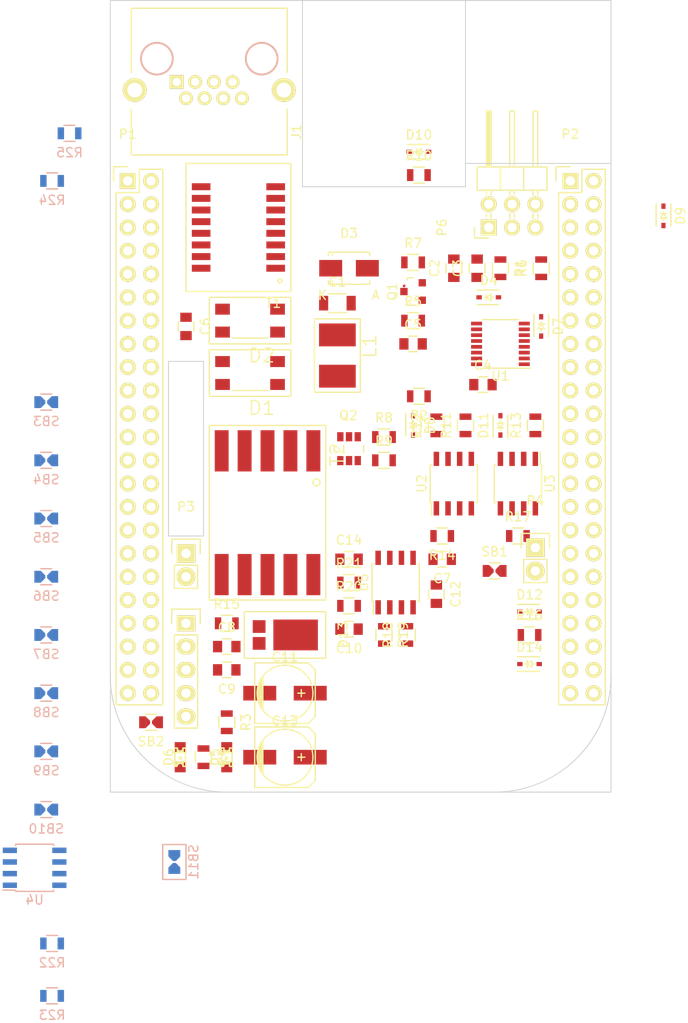
<source format=kicad_pcb>
(kicad_pcb (version 4) (host pcbnew "(2014-12-16 BZR 5324)-product")

  (general
    (links 203)
    (no_connects 203)
    (area 25.349999 25.349999 80.060001 111.810001)
    (thickness 1.6)
    (drawings 14)
    (tracks 1)
    (zones 0)
    (modules 81)
    (nets 145)
  )

  (page A4)
  (layers
    (0 F.Cu signal)
    (31 B.Cu signal)
    (32 B.Adhes user)
    (33 F.Adhes user)
    (34 B.Paste user)
    (35 F.Paste user)
    (36 B.SilkS user)
    (37 F.SilkS user)
    (38 B.Mask user)
    (39 F.Mask user)
    (40 Dwgs.User user)
    (41 Cmts.User user)
    (42 Eco1.User user)
    (43 Eco2.User user)
    (44 Edge.Cuts user)
    (45 Margin user)
    (46 B.CrtYd user)
    (47 F.CrtYd user)
    (48 B.Fab user hide)
    (49 F.Fab user hide)
  )

  (setup
    (last_trace_width 0.254)
    (trace_clearance 0.254)
    (zone_clearance 0.508)
    (zone_45_only no)
    (trace_min 0.127)
    (segment_width 0.2)
    (edge_width 0.1)
    (via_size 0.635)
    (via_drill 0.381)
    (via_min_size 0.381)
    (via_min_drill 0.3048)
    (uvia_size 0.3)
    (uvia_drill 0.1)
    (uvias_allowed no)
    (uvia_min_size 0.2)
    (uvia_min_drill 0.1)
    (pcb_text_width 0.3)
    (pcb_text_size 1.5 1.5)
    (mod_edge_width 0.15)
    (mod_text_size 1 1)
    (mod_text_width 0.15)
    (pad_size 3.36 4.86)
    (pad_drill 0)
    (pad_to_mask_clearance 0)
    (aux_axis_origin 0 0)
    (visible_elements FFFEFF7F)
    (pcbplotparams
      (layerselection 0x00030_80000001)
      (usegerberextensions false)
      (excludeedgelayer true)
      (linewidth 0.100000)
      (plotframeref false)
      (viasonmask false)
      (mode 1)
      (useauxorigin false)
      (hpglpennumber 1)
      (hpglpenspeed 20)
      (hpglpendiameter 15)
      (hpglpenoverlay 2)
      (psnegative false)
      (psa4output false)
      (plotreference true)
      (plotvalue true)
      (plotinvisibletext false)
      (padsonsilk false)
      (subtractmaskfromsilk false)
      (outputformat 1)
      (mirror false)
      (drillshape 1)
      (scaleselection 1)
      (outputdirectory ""))
  )

  (net 0 "")
  (net 1 /PP_ETH_P_L)
  (net 2 /PP_ETH_N)
  (net 3 /NGATE_ITH_DRAIN)
  (net 4 "Net-(C3-Pad1)")
  (net 5 /PP_VCC)
  (net 6 GNDREF)
  (net 7 /PP_ETH_P)
  (net 8 GND)
  (net 9 /VOUT_FB)
  (net 10 /VOUT_FB_A)
  (net 11 /VOUT_RC)
  (net 12 +12V)
  (net 13 /VOUT_FB_K)
  (net 14 "Net-(C12-Pad2)")
  (net 15 /VOUT_FB_REF)
  (net 16 "Net-(D5-Pad2)")
  (net 17 "Net-(D6-Pad2)")
  (net 18 /ITH_FB)
  (net 19 "Net-(D8-Pad1)")
  (net 20 /SW_G)
  (net 21 "Net-(D9-Pad1)")
  (net 22 "Net-(D10-Pad2)")
  (net 23 "Net-(D11-Pad1)")
  (net 24 /AUX_ACTIVE)
  (net 25 /AUX_ACTIVE_D)
  (net 26 /VOUT_D)
  (net 27 /PP_12V_AUX)
  (net 28 +3V3)
  (net 29 /EEP_WP)
  (net 30 /BBB_SCL2)
  (net 31 /BBB_SDA2)
  (net 32 /EEP_A2)
  (net 33 /EEP_A1)
  (net 34 /EEP_A0)
  (net 35 +5V)
  (net 36 "Net-(P1-Pad7)")
  (net 37 "Net-(P1-Pad8)")
  (net 38 "Net-(P1-Pad9)")
  (net 39 /BBB_RESET_L)
  (net 40 "Net-(P1-Pad11)")
  (net 41 "Net-(P1-Pad12)")
  (net 42 "Net-(P1-Pad13)")
  (net 43 "Net-(P1-Pad14)")
  (net 44 "Net-(P1-Pad15)")
  (net 45 "Net-(P1-Pad16)")
  (net 46 "Net-(P1-Pad17)")
  (net 47 "Net-(P1-Pad18)")
  (net 48 "Net-(P1-Pad21)")
  (net 49 "Net-(P1-Pad22)")
  (net 50 "Net-(P1-Pad23)")
  (net 51 "Net-(P1-Pad24)")
  (net 52 "Net-(P1-Pad25)")
  (net 53 "Net-(P1-Pad26)")
  (net 54 "Net-(P1-Pad27)")
  (net 55 "Net-(P1-Pad28)")
  (net 56 "Net-(P1-Pad29)")
  (net 57 "Net-(P1-Pad30)")
  (net 58 "Net-(P1-Pad31)")
  (net 59 "Net-(P1-Pad32)")
  (net 60 "Net-(P1-Pad33)")
  (net 61 "Net-(P1-Pad34)")
  (net 62 "Net-(P1-Pad35)")
  (net 63 "Net-(P1-Pad36)")
  (net 64 "Net-(P1-Pad37)")
  (net 65 "Net-(P1-Pad38)")
  (net 66 "Net-(P1-Pad39)")
  (net 67 "Net-(P1-Pad40)")
  (net 68 "Net-(P1-Pad41)")
  (net 69 "Net-(P1-Pad42)")
  (net 70 "Net-(P2-Pad3)")
  (net 71 "Net-(P2-Pad4)")
  (net 72 "Net-(P2-Pad5)")
  (net 73 "Net-(P2-Pad6)")
  (net 74 "Net-(P2-Pad7)")
  (net 75 "Net-(P2-Pad8)")
  (net 76 "Net-(P2-Pad9)")
  (net 77 "Net-(P2-Pad10)")
  (net 78 "Net-(P2-Pad11)")
  (net 79 "Net-(P2-Pad12)")
  (net 80 "Net-(P2-Pad13)")
  (net 81 "Net-(P2-Pad14)")
  (net 82 "Net-(P2-Pad15)")
  (net 83 "Net-(P2-Pad16)")
  (net 84 "Net-(P2-Pad17)")
  (net 85 "Net-(P2-Pad18)")
  (net 86 "Net-(P2-Pad19)")
  (net 87 "Net-(P2-Pad20)")
  (net 88 "Net-(P2-Pad21)")
  (net 89 "Net-(P2-Pad22)")
  (net 90 "Net-(P2-Pad23)")
  (net 91 "Net-(P2-Pad24)")
  (net 92 "Net-(P2-Pad25)")
  (net 93 "Net-(P2-Pad26)")
  (net 94 "Net-(P2-Pad27)")
  (net 95 "Net-(P2-Pad28)")
  (net 96 "Net-(P2-Pad29)")
  (net 97 "Net-(P2-Pad30)")
  (net 98 "Net-(P2-Pad31)")
  (net 99 "Net-(P2-Pad32)")
  (net 100 "Net-(P2-Pad33)")
  (net 101 "Net-(P2-Pad34)")
  (net 102 "Net-(P2-Pad35)")
  (net 103 "Net-(P2-Pad36)")
  (net 104 "Net-(P2-Pad37)")
  (net 105 "Net-(P2-Pad38)")
  (net 106 "Net-(P2-Pad39)")
  (net 107 "Net-(P2-Pad40)")
  (net 108 "Net-(P2-Pad41)")
  (net 109 "Net-(P2-Pad42)")
  (net 110 "Net-(P2-Pad43)")
  (net 111 "Net-(P2-Pad44)")
  (net 112 "Net-(P2-Pad45)")
  (net 113 "Net-(P2-Pad46)")
  (net 114 /5V_SHDN_L)
  (net 115 /5V_PG)
  (net 116 "Net-(R6-Pad1)")
  (net 117 /SW_S)
  (net 118 /SW_SENSE)
  (net 119 "Net-(R10-Pad1)")
  (net 120 /SIGDISA)
  (net 121 "Net-(R13-Pad1)")
  (net 122 /PWRGD_ISO)
  (net 123 "Net-(U1-Pad6)")
  (net 124 "Net-(U1-Pad8)")
  (net 125 "Net-(U1-Pad9)")
  (net 126 /PWRGD_L)
  (net 127 /SW_D)
  (net 128 "Net-(U5-Pad2)")
  (net 129 "Net-(U5-Pad4)")
  (net 130 "Net-(U5-Pad7)")
  (net 131 "Net-(D1-Pad4)")
  (net 132 "Net-(D1-Pad3)")
  (net 133 /ETH_TXp)
  (net 134 /ETH_TXn)
  (net 135 /ETH_RXp)
  (net 136 /ETH_RXn)
  (net 137 /ETH_TDp)
  (net 138 /ETH_TDn)
  (net 139 /ETH_RDp)
  (net 140 /ETH_RDn)
  (net 141 "Net-(R24-Pad2)")
  (net 142 "Net-(R25-Pad2)")
  (net 143 /ETH_POWER1)
  (net 144 /ETH_POWER2)

  (net_class Default "This is the default net class."
    (clearance 0.254)
    (trace_width 0.254)
    (via_dia 0.635)
    (via_drill 0.381)
    (uvia_dia 0.3)
    (uvia_drill 0.1)
    (add_net +12V)
    (add_net +3V3)
    (add_net +5V)
    (add_net /5V_PG)
    (add_net /5V_SHDN_L)
    (add_net /AUX_ACTIVE)
    (add_net /AUX_ACTIVE_D)
    (add_net /BBB_RESET_L)
    (add_net /BBB_SCL2)
    (add_net /BBB_SDA2)
    (add_net /EEP_A0)
    (add_net /EEP_A1)
    (add_net /EEP_A2)
    (add_net /EEP_WP)
    (add_net /ETH_POWER1)
    (add_net /ETH_POWER2)
    (add_net /ETH_RDn)
    (add_net /ETH_RDp)
    (add_net /ETH_RXn)
    (add_net /ETH_RXp)
    (add_net /ETH_TDn)
    (add_net /ETH_TDp)
    (add_net /ETH_TXn)
    (add_net /ETH_TXp)
    (add_net /ITH_FB)
    (add_net /NGATE_ITH_DRAIN)
    (add_net /PP_12V_AUX)
    (add_net /PP_ETH_N)
    (add_net /PP_ETH_P)
    (add_net /PP_ETH_P_L)
    (add_net /PP_VCC)
    (add_net /PWRGD_ISO)
    (add_net /PWRGD_L)
    (add_net /SIGDISA)
    (add_net /SW_D)
    (add_net /SW_G)
    (add_net /SW_S)
    (add_net /SW_SENSE)
    (add_net /VOUT_D)
    (add_net /VOUT_FB)
    (add_net /VOUT_FB_A)
    (add_net /VOUT_FB_K)
    (add_net /VOUT_FB_REF)
    (add_net /VOUT_RC)
    (add_net GND)
    (add_net GNDREF)
    (add_net "Net-(C12-Pad2)")
    (add_net "Net-(C3-Pad1)")
    (add_net "Net-(D1-Pad3)")
    (add_net "Net-(D1-Pad4)")
    (add_net "Net-(D10-Pad2)")
    (add_net "Net-(D11-Pad1)")
    (add_net "Net-(D5-Pad2)")
    (add_net "Net-(D6-Pad2)")
    (add_net "Net-(D8-Pad1)")
    (add_net "Net-(D9-Pad1)")
    (add_net "Net-(P1-Pad11)")
    (add_net "Net-(P1-Pad12)")
    (add_net "Net-(P1-Pad13)")
    (add_net "Net-(P1-Pad14)")
    (add_net "Net-(P1-Pad15)")
    (add_net "Net-(P1-Pad16)")
    (add_net "Net-(P1-Pad17)")
    (add_net "Net-(P1-Pad18)")
    (add_net "Net-(P1-Pad21)")
    (add_net "Net-(P1-Pad22)")
    (add_net "Net-(P1-Pad23)")
    (add_net "Net-(P1-Pad24)")
    (add_net "Net-(P1-Pad25)")
    (add_net "Net-(P1-Pad26)")
    (add_net "Net-(P1-Pad27)")
    (add_net "Net-(P1-Pad28)")
    (add_net "Net-(P1-Pad29)")
    (add_net "Net-(P1-Pad30)")
    (add_net "Net-(P1-Pad31)")
    (add_net "Net-(P1-Pad32)")
    (add_net "Net-(P1-Pad33)")
    (add_net "Net-(P1-Pad34)")
    (add_net "Net-(P1-Pad35)")
    (add_net "Net-(P1-Pad36)")
    (add_net "Net-(P1-Pad37)")
    (add_net "Net-(P1-Pad38)")
    (add_net "Net-(P1-Pad39)")
    (add_net "Net-(P1-Pad40)")
    (add_net "Net-(P1-Pad41)")
    (add_net "Net-(P1-Pad42)")
    (add_net "Net-(P1-Pad7)")
    (add_net "Net-(P1-Pad8)")
    (add_net "Net-(P1-Pad9)")
    (add_net "Net-(P2-Pad10)")
    (add_net "Net-(P2-Pad11)")
    (add_net "Net-(P2-Pad12)")
    (add_net "Net-(P2-Pad13)")
    (add_net "Net-(P2-Pad14)")
    (add_net "Net-(P2-Pad15)")
    (add_net "Net-(P2-Pad16)")
    (add_net "Net-(P2-Pad17)")
    (add_net "Net-(P2-Pad18)")
    (add_net "Net-(P2-Pad19)")
    (add_net "Net-(P2-Pad20)")
    (add_net "Net-(P2-Pad21)")
    (add_net "Net-(P2-Pad22)")
    (add_net "Net-(P2-Pad23)")
    (add_net "Net-(P2-Pad24)")
    (add_net "Net-(P2-Pad25)")
    (add_net "Net-(P2-Pad26)")
    (add_net "Net-(P2-Pad27)")
    (add_net "Net-(P2-Pad28)")
    (add_net "Net-(P2-Pad29)")
    (add_net "Net-(P2-Pad3)")
    (add_net "Net-(P2-Pad30)")
    (add_net "Net-(P2-Pad31)")
    (add_net "Net-(P2-Pad32)")
    (add_net "Net-(P2-Pad33)")
    (add_net "Net-(P2-Pad34)")
    (add_net "Net-(P2-Pad35)")
    (add_net "Net-(P2-Pad36)")
    (add_net "Net-(P2-Pad37)")
    (add_net "Net-(P2-Pad38)")
    (add_net "Net-(P2-Pad39)")
    (add_net "Net-(P2-Pad4)")
    (add_net "Net-(P2-Pad40)")
    (add_net "Net-(P2-Pad41)")
    (add_net "Net-(P2-Pad42)")
    (add_net "Net-(P2-Pad43)")
    (add_net "Net-(P2-Pad44)")
    (add_net "Net-(P2-Pad45)")
    (add_net "Net-(P2-Pad46)")
    (add_net "Net-(P2-Pad5)")
    (add_net "Net-(P2-Pad6)")
    (add_net "Net-(P2-Pad7)")
    (add_net "Net-(P2-Pad8)")
    (add_net "Net-(P2-Pad9)")
    (add_net "Net-(R10-Pad1)")
    (add_net "Net-(R13-Pad1)")
    (add_net "Net-(R24-Pad2)")
    (add_net "Net-(R25-Pad2)")
    (add_net "Net-(R6-Pad1)")
    (add_net "Net-(U1-Pad6)")
    (add_net "Net-(U1-Pad8)")
    (add_net "Net-(U1-Pad9)")
    (add_net "Net-(U5-Pad2)")
    (add_net "Net-(U5-Pad4)")
    (add_net "Net-(U5-Pad7)")
  )

  (net_class Power ""
    (clearance 0.254)
    (trace_width 0.508)
    (via_dia 0.635)
    (via_drill 0.381)
    (uvia_dia 0.3)
    (uvia_drill 0.1)
  )

  (module Capacitors_SMD:C_0805 (layer F.Cu) (tedit 5415D6EA) (tstamp 55B71DC9)
    (at 62.865 54.61 90)
    (descr "Capacitor SMD 0805, reflow soldering, AVX (see smccp.pdf)")
    (tags "capacitor 0805")
    (path /55AF1AF8)
    (attr smd)
    (fp_text reference C2 (at 0 -2.1 90) (layer F.SilkS)
      (effects (font (size 1 1) (thickness 0.15)))
    )
    (fp_text value "0.47uF 16V" (at 0 2.1 90) (layer F.Fab)
      (effects (font (size 1 1) (thickness 0.15)))
    )
    (fp_line (start -1.8 -1) (end 1.8 -1) (layer F.CrtYd) (width 0.05))
    (fp_line (start -1.8 1) (end 1.8 1) (layer F.CrtYd) (width 0.05))
    (fp_line (start -1.8 -1) (end -1.8 1) (layer F.CrtYd) (width 0.05))
    (fp_line (start 1.8 -1) (end 1.8 1) (layer F.CrtYd) (width 0.05))
    (fp_line (start 0.5 -0.85) (end -0.5 -0.85) (layer F.SilkS) (width 0.15))
    (fp_line (start -0.5 0.85) (end 0.5 0.85) (layer F.SilkS) (width 0.15))
    (pad 1 smd rect (at -1 0 90) (size 1 1.25) (layers F.Cu F.Paste F.Mask)
      (net 3 /NGATE_ITH_DRAIN))
    (pad 2 smd rect (at 1 0 90) (size 1 1.25) (layers F.Cu F.Paste F.Mask)
      (net 2 /PP_ETH_N))
    (model Capacitors_SMD.3dshapes/C_0805.wrl
      (at (xyz 0 0 0))
      (scale (xyz 1 1 1))
      (rotate (xyz 0 0 0))
    )
  )

  (module Capacitors_SMD:C_0805 (layer F.Cu) (tedit 5415D6EA) (tstamp 55B71DD5)
    (at 65.405 54.61 90)
    (descr "Capacitor SMD 0805, reflow soldering, AVX (see smccp.pdf)")
    (tags "capacitor 0805")
    (path /55AF0A55)
    (attr smd)
    (fp_text reference C3 (at 0 -2.1 90) (layer F.SilkS)
      (effects (font (size 1 1) (thickness 0.15)))
    )
    (fp_text value "0.01uF 25V" (at 0 2.1 90) (layer F.Fab)
      (effects (font (size 1 1) (thickness 0.15)))
    )
    (fp_line (start -1.8 -1) (end 1.8 -1) (layer F.CrtYd) (width 0.05))
    (fp_line (start -1.8 1) (end 1.8 1) (layer F.CrtYd) (width 0.05))
    (fp_line (start -1.8 -1) (end -1.8 1) (layer F.CrtYd) (width 0.05))
    (fp_line (start 1.8 -1) (end 1.8 1) (layer F.CrtYd) (width 0.05))
    (fp_line (start 0.5 -0.85) (end -0.5 -0.85) (layer F.SilkS) (width 0.15))
    (fp_line (start -0.5 0.85) (end 0.5 0.85) (layer F.SilkS) (width 0.15))
    (pad 1 smd rect (at -1 0 90) (size 1 1.25) (layers F.Cu F.Paste F.Mask)
      (net 4 "Net-(C3-Pad1)"))
    (pad 2 smd rect (at 1 0 90) (size 1 1.25) (layers F.Cu F.Paste F.Mask)
      (net 2 /PP_ETH_N))
    (model Capacitors_SMD.3dshapes/C_0805.wrl
      (at (xyz 0 0 0))
      (scale (xyz 1 1 1))
      (rotate (xyz 0 0 0))
    )
  )

  (module Capacitors_SMD:C_0805 (layer F.Cu) (tedit 5415D6EA) (tstamp 55B71DE1)
    (at 66.04 67.31)
    (descr "Capacitor SMD 0805, reflow soldering, AVX (see smccp.pdf)")
    (tags "capacitor 0805")
    (path /55A75DDA)
    (attr smd)
    (fp_text reference C4 (at 0 -2.1) (layer F.SilkS)
      (effects (font (size 1 1) (thickness 0.15)))
    )
    (fp_text value 4.7uF (at 0 2.1) (layer F.Fab)
      (effects (font (size 1 1) (thickness 0.15)))
    )
    (fp_line (start -1.8 -1) (end 1.8 -1) (layer F.CrtYd) (width 0.05))
    (fp_line (start -1.8 1) (end 1.8 1) (layer F.CrtYd) (width 0.05))
    (fp_line (start -1.8 -1) (end -1.8 1) (layer F.CrtYd) (width 0.05))
    (fp_line (start 1.8 -1) (end 1.8 1) (layer F.CrtYd) (width 0.05))
    (fp_line (start 0.5 -0.85) (end -0.5 -0.85) (layer F.SilkS) (width 0.15))
    (fp_line (start -0.5 0.85) (end 0.5 0.85) (layer F.SilkS) (width 0.15))
    (pad 1 smd rect (at -1 0) (size 1 1.25) (layers F.Cu F.Paste F.Mask)
      (net 5 /PP_VCC))
    (pad 2 smd rect (at 1 0) (size 1 1.25) (layers F.Cu F.Paste F.Mask)
      (net 6 GNDREF))
    (model Capacitors_SMD.3dshapes/C_0805.wrl
      (at (xyz 0 0 0))
      (scale (xyz 1 1 1))
      (rotate (xyz 0 0 0))
    )
  )

  (module Capacitors_SMD:C_0805 (layer F.Cu) (tedit 5415D6EA) (tstamp 55B71DED)
    (at 58.42 62.865)
    (descr "Capacitor SMD 0805, reflow soldering, AVX (see smccp.pdf)")
    (tags "capacitor 0805")
    (path /55A75011)
    (attr smd)
    (fp_text reference C5 (at 0 -2.1) (layer F.SilkS)
      (effects (font (size 1 1) (thickness 0.15)))
    )
    (fp_text value 0.1uF (at 0 2.1) (layer F.Fab)
      (effects (font (size 1 1) (thickness 0.15)))
    )
    (fp_line (start -1.8 -1) (end 1.8 -1) (layer F.CrtYd) (width 0.05))
    (fp_line (start -1.8 1) (end 1.8 1) (layer F.CrtYd) (width 0.05))
    (fp_line (start -1.8 -1) (end -1.8 1) (layer F.CrtYd) (width 0.05))
    (fp_line (start 1.8 -1) (end 1.8 1) (layer F.CrtYd) (width 0.05))
    (fp_line (start 0.5 -0.85) (end -0.5 -0.85) (layer F.SilkS) (width 0.15))
    (fp_line (start -0.5 0.85) (end 0.5 0.85) (layer F.SilkS) (width 0.15))
    (pad 1 smd rect (at -1 0) (size 1 1.25) (layers F.Cu F.Paste F.Mask)
      (net 7 /PP_ETH_P))
    (pad 2 smd rect (at 1 0) (size 1 1.25) (layers F.Cu F.Paste F.Mask)
      (net 6 GNDREF))
    (model Capacitors_SMD.3dshapes/C_0805.wrl
      (at (xyz 0 0 0))
      (scale (xyz 1 1 1))
      (rotate (xyz 0 0 0))
    )
  )

  (module Capacitors_SMD:C_0805 (layer F.Cu) (tedit 5415D6EA) (tstamp 55B71DF9)
    (at 33.655 60.96 270)
    (descr "Capacitor SMD 0805, reflow soldering, AVX (see smccp.pdf)")
    (tags "capacitor 0805")
    (path /55A75B9F)
    (attr smd)
    (fp_text reference C6 (at 0 -2.1 270) (layer F.SilkS)
      (effects (font (size 1 1) (thickness 0.15)))
    )
    (fp_text value "2.2nF 250Vac" (at 0 2.1 270) (layer F.Fab)
      (effects (font (size 1 1) (thickness 0.15)))
    )
    (fp_line (start -1.8 -1) (end 1.8 -1) (layer F.CrtYd) (width 0.05))
    (fp_line (start -1.8 1) (end 1.8 1) (layer F.CrtYd) (width 0.05))
    (fp_line (start -1.8 -1) (end -1.8 1) (layer F.CrtYd) (width 0.05))
    (fp_line (start 1.8 -1) (end 1.8 1) (layer F.CrtYd) (width 0.05))
    (fp_line (start 0.5 -0.85) (end -0.5 -0.85) (layer F.SilkS) (width 0.15))
    (fp_line (start -0.5 0.85) (end 0.5 0.85) (layer F.SilkS) (width 0.15))
    (pad 1 smd rect (at -1 0 270) (size 1 1.25) (layers F.Cu F.Paste F.Mask)
      (net 6 GNDREF))
    (pad 2 smd rect (at 1 0 270) (size 1 1.25) (layers F.Cu F.Paste F.Mask)
      (net 8 GND))
    (model Capacitors_SMD.3dshapes/C_0805.wrl
      (at (xyz 0 0 0))
      (scale (xyz 1 1 1))
      (rotate (xyz 0 0 0))
    )
  )

  (module Capacitors_SMD:C_0805 (layer F.Cu) (tedit 5415D6EA) (tstamp 55B71E05)
    (at 61.595 86.36 180)
    (descr "Capacitor SMD 0805, reflow soldering, AVX (see smccp.pdf)")
    (tags "capacitor 0805")
    (path /55A74CC6)
    (attr smd)
    (fp_text reference C7 (at 0 -2.1 180) (layer F.SilkS)
      (effects (font (size 1 1) (thickness 0.15)))
    )
    (fp_text value "0.01uF 25V" (at 0 2.1 180) (layer F.Fab)
      (effects (font (size 1 1) (thickness 0.15)))
    )
    (fp_line (start -1.8 -1) (end 1.8 -1) (layer F.CrtYd) (width 0.05))
    (fp_line (start -1.8 1) (end 1.8 1) (layer F.CrtYd) (width 0.05))
    (fp_line (start -1.8 -1) (end -1.8 1) (layer F.CrtYd) (width 0.05))
    (fp_line (start 1.8 -1) (end 1.8 1) (layer F.CrtYd) (width 0.05))
    (fp_line (start 0.5 -0.85) (end -0.5 -0.85) (layer F.SilkS) (width 0.15))
    (fp_line (start -0.5 0.85) (end 0.5 0.85) (layer F.SilkS) (width 0.15))
    (pad 1 smd rect (at -1 0 180) (size 1 1.25) (layers F.Cu F.Paste F.Mask)
      (net 9 /VOUT_FB))
    (pad 2 smd rect (at 1 0 180) (size 1 1.25) (layers F.Cu F.Paste F.Mask)
      (net 10 /VOUT_FB_A))
    (model Capacitors_SMD.3dshapes/C_0805.wrl
      (at (xyz 0 0 0))
      (scale (xyz 1 1 1))
      (rotate (xyz 0 0 0))
    )
  )

  (module Capacitors_SMD:C_0805 (layer F.Cu) (tedit 5415D6EA) (tstamp 55B71E11)
    (at 38.1 95.885)
    (descr "Capacitor SMD 0805, reflow soldering, AVX (see smccp.pdf)")
    (tags "capacitor 0805")
    (path /55A771CF)
    (attr smd)
    (fp_text reference C8 (at 0 -2.1) (layer F.SilkS)
      (effects (font (size 1 1) (thickness 0.15)))
    )
    (fp_text value "680pF 50V" (at 0 2.1) (layer F.Fab)
      (effects (font (size 1 1) (thickness 0.15)))
    )
    (fp_line (start -1.8 -1) (end 1.8 -1) (layer F.CrtYd) (width 0.05))
    (fp_line (start -1.8 1) (end 1.8 1) (layer F.CrtYd) (width 0.05))
    (fp_line (start -1.8 -1) (end -1.8 1) (layer F.CrtYd) (width 0.05))
    (fp_line (start 1.8 -1) (end 1.8 1) (layer F.CrtYd) (width 0.05))
    (fp_line (start 0.5 -0.85) (end -0.5 -0.85) (layer F.SilkS) (width 0.15))
    (fp_line (start -0.5 0.85) (end 0.5 0.85) (layer F.SilkS) (width 0.15))
    (pad 1 smd rect (at -1 0) (size 1 1.25) (layers F.Cu F.Paste F.Mask)
      (net 11 /VOUT_RC))
    (pad 2 smd rect (at 1 0) (size 1 1.25) (layers F.Cu F.Paste F.Mask)
      (net 12 +12V))
    (model Capacitors_SMD.3dshapes/C_0805.wrl
      (at (xyz 0 0 0))
      (scale (xyz 1 1 1))
      (rotate (xyz 0 0 0))
    )
  )

  (module Capacitors_SMD:C_0805 (layer F.Cu) (tedit 5415D6EA) (tstamp 55B71E1D)
    (at 38.1 98.425 180)
    (descr "Capacitor SMD 0805, reflow soldering, AVX (see smccp.pdf)")
    (tags "capacitor 0805")
    (path /55A7668E)
    (attr smd)
    (fp_text reference C9 (at 0 -2.1 180) (layer F.SilkS)
      (effects (font (size 1 1) (thickness 0.15)))
    )
    (fp_text value "10uF 16V" (at 0 2.1 180) (layer F.Fab)
      (effects (font (size 1 1) (thickness 0.15)))
    )
    (fp_line (start -1.8 -1) (end 1.8 -1) (layer F.CrtYd) (width 0.05))
    (fp_line (start -1.8 1) (end 1.8 1) (layer F.CrtYd) (width 0.05))
    (fp_line (start -1.8 -1) (end -1.8 1) (layer F.CrtYd) (width 0.05))
    (fp_line (start 1.8 -1) (end 1.8 1) (layer F.CrtYd) (width 0.05))
    (fp_line (start 0.5 -0.85) (end -0.5 -0.85) (layer F.SilkS) (width 0.15))
    (fp_line (start -0.5 0.85) (end 0.5 0.85) (layer F.SilkS) (width 0.15))
    (pad 1 smd rect (at -1 0 180) (size 1 1.25) (layers F.Cu F.Paste F.Mask)
      (net 12 +12V))
    (pad 2 smd rect (at 1 0 180) (size 1 1.25) (layers F.Cu F.Paste F.Mask)
      (net 8 GND))
    (model Capacitors_SMD.3dshapes/C_0805.wrl
      (at (xyz 0 0 0))
      (scale (xyz 1 1 1))
      (rotate (xyz 0 0 0))
    )
  )

  (module Capacitors_SMD:C_0805 (layer F.Cu) (tedit 5415D6EA) (tstamp 55B71E29)
    (at 51.435 93.98 180)
    (descr "Capacitor SMD 0805, reflow soldering, AVX (see smccp.pdf)")
    (tags "capacitor 0805")
    (path /55A7527A)
    (attr smd)
    (fp_text reference C10 (at 0 -2.1 180) (layer F.SilkS)
      (effects (font (size 1 1) (thickness 0.15)))
    )
    (fp_text value "0.01uF 25V" (at 0 2.1 180) (layer F.Fab)
      (effects (font (size 1 1) (thickness 0.15)))
    )
    (fp_line (start -1.8 -1) (end 1.8 -1) (layer F.CrtYd) (width 0.05))
    (fp_line (start -1.8 1) (end 1.8 1) (layer F.CrtYd) (width 0.05))
    (fp_line (start -1.8 -1) (end -1.8 1) (layer F.CrtYd) (width 0.05))
    (fp_line (start 1.8 -1) (end 1.8 1) (layer F.CrtYd) (width 0.05))
    (fp_line (start 0.5 -0.85) (end -0.5 -0.85) (layer F.SilkS) (width 0.15))
    (fp_line (start -0.5 0.85) (end 0.5 0.85) (layer F.SilkS) (width 0.15))
    (pad 1 smd rect (at -1 0 180) (size 1 1.25) (layers F.Cu F.Paste F.Mask)
      (net 9 /VOUT_FB))
    (pad 2 smd rect (at 1 0 180) (size 1 1.25) (layers F.Cu F.Paste F.Mask)
      (net 8 GND))
    (model Capacitors_SMD.3dshapes/C_0805.wrl
      (at (xyz 0 0 0))
      (scale (xyz 1 1 1))
      (rotate (xyz 0 0 0))
    )
  )

  (module Capacitors_SMD:C_0805 (layer F.Cu) (tedit 5415D6EA) (tstamp 55B71E42)
    (at 60.96 90.17 270)
    (descr "Capacitor SMD 0805, reflow soldering, AVX (see smccp.pdf)")
    (tags "capacitor 0805")
    (path /55A1D8CC)
    (attr smd)
    (fp_text reference C12 (at 0 -2.1 270) (layer F.SilkS)
      (effects (font (size 1 1) (thickness 0.15)))
    )
    (fp_text value C_Small (at 0 2.1 270) (layer F.Fab)
      (effects (font (size 1 1) (thickness 0.15)))
    )
    (fp_line (start -1.8 -1) (end 1.8 -1) (layer F.CrtYd) (width 0.05))
    (fp_line (start -1.8 1) (end 1.8 1) (layer F.CrtYd) (width 0.05))
    (fp_line (start -1.8 -1) (end -1.8 1) (layer F.CrtYd) (width 0.05))
    (fp_line (start 1.8 -1) (end 1.8 1) (layer F.CrtYd) (width 0.05))
    (fp_line (start 0.5 -0.85) (end -0.5 -0.85) (layer F.SilkS) (width 0.15))
    (fp_line (start -0.5 0.85) (end 0.5 0.85) (layer F.SilkS) (width 0.15))
    (pad 1 smd rect (at -1 0 270) (size 1 1.25) (layers F.Cu F.Paste F.Mask)
      (net 13 /VOUT_FB_K))
    (pad 2 smd rect (at 1 0 270) (size 1 1.25) (layers F.Cu F.Paste F.Mask)
      (net 14 "Net-(C12-Pad2)"))
    (model Capacitors_SMD.3dshapes/C_0805.wrl
      (at (xyz 0 0 0))
      (scale (xyz 1 1 1))
      (rotate (xyz 0 0 0))
    )
  )

  (module Capacitors_SMD:C_0805 (layer F.Cu) (tedit 5415D6EA) (tstamp 55B71E5B)
    (at 51.435 86.36)
    (descr "Capacitor SMD 0805, reflow soldering, AVX (see smccp.pdf)")
    (tags "capacitor 0805")
    (path /55A742C9)
    (attr smd)
    (fp_text reference C14 (at 0 -2.1) (layer F.SilkS)
      (effects (font (size 1 1) (thickness 0.15)))
    )
    (fp_text value ? (at 0 2.1) (layer F.Fab)
      (effects (font (size 1 1) (thickness 0.15)))
    )
    (fp_line (start -1.8 -1) (end 1.8 -1) (layer F.CrtYd) (width 0.05))
    (fp_line (start -1.8 1) (end 1.8 1) (layer F.CrtYd) (width 0.05))
    (fp_line (start -1.8 -1) (end -1.8 1) (layer F.CrtYd) (width 0.05))
    (fp_line (start 1.8 -1) (end 1.8 1) (layer F.CrtYd) (width 0.05))
    (fp_line (start 0.5 -0.85) (end -0.5 -0.85) (layer F.SilkS) (width 0.15))
    (fp_line (start -0.5 0.85) (end 0.5 0.85) (layer F.SilkS) (width 0.15))
    (pad 1 smd rect (at -1 0) (size 1 1.25) (layers F.Cu F.Paste F.Mask)
      (net 12 +12V))
    (pad 2 smd rect (at 1 0) (size 1 1.25) (layers F.Cu F.Paste F.Mask)
      (net 15 /VOUT_FB_REF))
    (model Capacitors_SMD.3dshapes/C_0805.wrl
      (at (xyz 0 0 0))
      (scale (xyz 1 1 1))
      (rotate (xyz 0 0 0))
    )
  )

  (module LEDs:LED-0805 (layer F.Cu) (tedit 5538B1C2) (tstamp 55B71E96)
    (at 38.1 107.95 90)
    (descr "LED 0805 smd package")
    (tags "LED 0805 SMD")
    (path /55A7992D)
    (attr smd)
    (fp_text reference D5 (at 0 -1.27 90) (layer F.SilkS)
      (effects (font (size 1 1) (thickness 0.15)))
    )
    (fp_text value GREEN (at 0 1.27 90) (layer F.Fab)
      (effects (font (size 1 1) (thickness 0.15)))
    )
    (fp_line (start -0.49784 0.29972) (end -0.49784 0.62484) (layer F.SilkS) (width 0.15))
    (fp_line (start -0.49784 0.62484) (end -0.99822 0.62484) (layer F.SilkS) (width 0.15))
    (fp_line (start -0.99822 0.29972) (end -0.99822 0.62484) (layer F.SilkS) (width 0.15))
    (fp_line (start -0.49784 0.29972) (end -0.99822 0.29972) (layer F.SilkS) (width 0.15))
    (fp_line (start -0.49784 -0.32258) (end -0.49784 -0.17272) (layer F.SilkS) (width 0.15))
    (fp_line (start -0.49784 -0.17272) (end -0.7493 -0.17272) (layer F.SilkS) (width 0.15))
    (fp_line (start -0.7493 -0.32258) (end -0.7493 -0.17272) (layer F.SilkS) (width 0.15))
    (fp_line (start -0.49784 -0.32258) (end -0.7493 -0.32258) (layer F.SilkS) (width 0.15))
    (fp_line (start -0.49784 0.17272) (end -0.49784 0.32258) (layer F.SilkS) (width 0.15))
    (fp_line (start -0.49784 0.32258) (end -0.7493 0.32258) (layer F.SilkS) (width 0.15))
    (fp_line (start -0.7493 0.17272) (end -0.7493 0.32258) (layer F.SilkS) (width 0.15))
    (fp_line (start -0.49784 0.17272) (end -0.7493 0.17272) (layer F.SilkS) (width 0.15))
    (fp_line (start -0.49784 -0.19812) (end -0.49784 0.19812) (layer F.SilkS) (width 0.15))
    (fp_line (start -0.49784 0.19812) (end -0.6731 0.19812) (layer F.SilkS) (width 0.15))
    (fp_line (start -0.6731 -0.19812) (end -0.6731 0.19812) (layer F.SilkS) (width 0.15))
    (fp_line (start -0.49784 -0.19812) (end -0.6731 -0.19812) (layer F.SilkS) (width 0.15))
    (fp_line (start 0.99822 0.29972) (end 0.99822 0.62484) (layer F.SilkS) (width 0.15))
    (fp_line (start 0.99822 0.62484) (end 0.49784 0.62484) (layer F.SilkS) (width 0.15))
    (fp_line (start 0.49784 0.29972) (end 0.49784 0.62484) (layer F.SilkS) (width 0.15))
    (fp_line (start 0.99822 0.29972) (end 0.49784 0.29972) (layer F.SilkS) (width 0.15))
    (fp_line (start 0.99822 -0.62484) (end 0.99822 -0.29972) (layer F.SilkS) (width 0.15))
    (fp_line (start 0.99822 -0.29972) (end 0.49784 -0.29972) (layer F.SilkS) (width 0.15))
    (fp_line (start 0.49784 -0.62484) (end 0.49784 -0.29972) (layer F.SilkS) (width 0.15))
    (fp_line (start 0.99822 -0.62484) (end 0.49784 -0.62484) (layer F.SilkS) (width 0.15))
    (fp_line (start 0.7493 0.17272) (end 0.7493 0.32258) (layer F.SilkS) (width 0.15))
    (fp_line (start 0.7493 0.32258) (end 0.49784 0.32258) (layer F.SilkS) (width 0.15))
    (fp_line (start 0.49784 0.17272) (end 0.49784 0.32258) (layer F.SilkS) (width 0.15))
    (fp_line (start 0.7493 0.17272) (end 0.49784 0.17272) (layer F.SilkS) (width 0.15))
    (fp_line (start 0.7493 -0.32258) (end 0.7493 -0.17272) (layer F.SilkS) (width 0.15))
    (fp_line (start 0.7493 -0.17272) (end 0.49784 -0.17272) (layer F.SilkS) (width 0.15))
    (fp_line (start 0.49784 -0.32258) (end 0.49784 -0.17272) (layer F.SilkS) (width 0.15))
    (fp_line (start 0.7493 -0.32258) (end 0.49784 -0.32258) (layer F.SilkS) (width 0.15))
    (fp_line (start 0.6731 -0.19812) (end 0.6731 0.19812) (layer F.SilkS) (width 0.15))
    (fp_line (start 0.6731 0.19812) (end 0.49784 0.19812) (layer F.SilkS) (width 0.15))
    (fp_line (start 0.49784 -0.19812) (end 0.49784 0.19812) (layer F.SilkS) (width 0.15))
    (fp_line (start 0.6731 -0.19812) (end 0.49784 -0.19812) (layer F.SilkS) (width 0.15))
    (fp_line (start 0 -0.09906) (end 0 0.09906) (layer F.SilkS) (width 0.15))
    (fp_line (start 0 0.09906) (end -0.19812 0.09906) (layer F.SilkS) (width 0.15))
    (fp_line (start -0.19812 -0.09906) (end -0.19812 0.09906) (layer F.SilkS) (width 0.15))
    (fp_line (start 0 -0.09906) (end -0.19812 -0.09906) (layer F.SilkS) (width 0.15))
    (fp_line (start -0.49784 -0.59944) (end -0.49784 -0.29972) (layer F.SilkS) (width 0.15))
    (fp_line (start -0.49784 -0.29972) (end -0.79756 -0.29972) (layer F.SilkS) (width 0.15))
    (fp_line (start -0.79756 -0.59944) (end -0.79756 -0.29972) (layer F.SilkS) (width 0.15))
    (fp_line (start -0.49784 -0.59944) (end -0.79756 -0.59944) (layer F.SilkS) (width 0.15))
    (fp_line (start -0.92456 -0.62484) (end -0.92456 -0.39878) (layer F.SilkS) (width 0.15))
    (fp_line (start -0.92456 -0.39878) (end -0.99822 -0.39878) (layer F.SilkS) (width 0.15))
    (fp_line (start -0.99822 -0.62484) (end -0.99822 -0.39878) (layer F.SilkS) (width 0.15))
    (fp_line (start -0.92456 -0.62484) (end -0.99822 -0.62484) (layer F.SilkS) (width 0.15))
    (fp_line (start -0.52324 0.57404) (end 0.52324 0.57404) (layer F.SilkS) (width 0.15))
    (fp_line (start 0.49784 -0.57404) (end -0.92456 -0.57404) (layer F.SilkS) (width 0.15))
    (fp_circle (center -0.84836 -0.44958) (end -0.89916 -0.50038) (layer F.SilkS) (width 0.15))
    (fp_arc (start -0.99822 0) (end -0.99822 0.34798) (angle -180) (layer F.SilkS) (width 0.15))
    (fp_arc (start 0.99822 0) (end 0.99822 -0.34798) (angle -180) (layer F.SilkS) (width 0.15))
    (pad 2 smd rect (at 1.04902 0 270) (size 1.19888 1.19888) (layers F.Cu F.Paste F.Mask)
      (net 16 "Net-(D5-Pad2)"))
    (pad 1 smd rect (at -1.04902 0 270) (size 1.19888 1.19888) (layers F.Cu F.Paste F.Mask)
      (net 8 GND))
  )

  (module LEDs:LED-0805 (layer F.Cu) (tedit 5538B1C2) (tstamp 55B71ED1)
    (at 33.02 107.95 90)
    (descr "LED 0805 smd package")
    (tags "LED 0805 SMD")
    (path /55B1A777)
    (attr smd)
    (fp_text reference D6 (at 0 -1.27 90) (layer F.SilkS)
      (effects (font (size 1 1) (thickness 0.15)))
    )
    (fp_text value GREEN (at 0 1.27 90) (layer F.Fab)
      (effects (font (size 1 1) (thickness 0.15)))
    )
    (fp_line (start -0.49784 0.29972) (end -0.49784 0.62484) (layer F.SilkS) (width 0.15))
    (fp_line (start -0.49784 0.62484) (end -0.99822 0.62484) (layer F.SilkS) (width 0.15))
    (fp_line (start -0.99822 0.29972) (end -0.99822 0.62484) (layer F.SilkS) (width 0.15))
    (fp_line (start -0.49784 0.29972) (end -0.99822 0.29972) (layer F.SilkS) (width 0.15))
    (fp_line (start -0.49784 -0.32258) (end -0.49784 -0.17272) (layer F.SilkS) (width 0.15))
    (fp_line (start -0.49784 -0.17272) (end -0.7493 -0.17272) (layer F.SilkS) (width 0.15))
    (fp_line (start -0.7493 -0.32258) (end -0.7493 -0.17272) (layer F.SilkS) (width 0.15))
    (fp_line (start -0.49784 -0.32258) (end -0.7493 -0.32258) (layer F.SilkS) (width 0.15))
    (fp_line (start -0.49784 0.17272) (end -0.49784 0.32258) (layer F.SilkS) (width 0.15))
    (fp_line (start -0.49784 0.32258) (end -0.7493 0.32258) (layer F.SilkS) (width 0.15))
    (fp_line (start -0.7493 0.17272) (end -0.7493 0.32258) (layer F.SilkS) (width 0.15))
    (fp_line (start -0.49784 0.17272) (end -0.7493 0.17272) (layer F.SilkS) (width 0.15))
    (fp_line (start -0.49784 -0.19812) (end -0.49784 0.19812) (layer F.SilkS) (width 0.15))
    (fp_line (start -0.49784 0.19812) (end -0.6731 0.19812) (layer F.SilkS) (width 0.15))
    (fp_line (start -0.6731 -0.19812) (end -0.6731 0.19812) (layer F.SilkS) (width 0.15))
    (fp_line (start -0.49784 -0.19812) (end -0.6731 -0.19812) (layer F.SilkS) (width 0.15))
    (fp_line (start 0.99822 0.29972) (end 0.99822 0.62484) (layer F.SilkS) (width 0.15))
    (fp_line (start 0.99822 0.62484) (end 0.49784 0.62484) (layer F.SilkS) (width 0.15))
    (fp_line (start 0.49784 0.29972) (end 0.49784 0.62484) (layer F.SilkS) (width 0.15))
    (fp_line (start 0.99822 0.29972) (end 0.49784 0.29972) (layer F.SilkS) (width 0.15))
    (fp_line (start 0.99822 -0.62484) (end 0.99822 -0.29972) (layer F.SilkS) (width 0.15))
    (fp_line (start 0.99822 -0.29972) (end 0.49784 -0.29972) (layer F.SilkS) (width 0.15))
    (fp_line (start 0.49784 -0.62484) (end 0.49784 -0.29972) (layer F.SilkS) (width 0.15))
    (fp_line (start 0.99822 -0.62484) (end 0.49784 -0.62484) (layer F.SilkS) (width 0.15))
    (fp_line (start 0.7493 0.17272) (end 0.7493 0.32258) (layer F.SilkS) (width 0.15))
    (fp_line (start 0.7493 0.32258) (end 0.49784 0.32258) (layer F.SilkS) (width 0.15))
    (fp_line (start 0.49784 0.17272) (end 0.49784 0.32258) (layer F.SilkS) (width 0.15))
    (fp_line (start 0.7493 0.17272) (end 0.49784 0.17272) (layer F.SilkS) (width 0.15))
    (fp_line (start 0.7493 -0.32258) (end 0.7493 -0.17272) (layer F.SilkS) (width 0.15))
    (fp_line (start 0.7493 -0.17272) (end 0.49784 -0.17272) (layer F.SilkS) (width 0.15))
    (fp_line (start 0.49784 -0.32258) (end 0.49784 -0.17272) (layer F.SilkS) (width 0.15))
    (fp_line (start 0.7493 -0.32258) (end 0.49784 -0.32258) (layer F.SilkS) (width 0.15))
    (fp_line (start 0.6731 -0.19812) (end 0.6731 0.19812) (layer F.SilkS) (width 0.15))
    (fp_line (start 0.6731 0.19812) (end 0.49784 0.19812) (layer F.SilkS) (width 0.15))
    (fp_line (start 0.49784 -0.19812) (end 0.49784 0.19812) (layer F.SilkS) (width 0.15))
    (fp_line (start 0.6731 -0.19812) (end 0.49784 -0.19812) (layer F.SilkS) (width 0.15))
    (fp_line (start 0 -0.09906) (end 0 0.09906) (layer F.SilkS) (width 0.15))
    (fp_line (start 0 0.09906) (end -0.19812 0.09906) (layer F.SilkS) (width 0.15))
    (fp_line (start -0.19812 -0.09906) (end -0.19812 0.09906) (layer F.SilkS) (width 0.15))
    (fp_line (start 0 -0.09906) (end -0.19812 -0.09906) (layer F.SilkS) (width 0.15))
    (fp_line (start -0.49784 -0.59944) (end -0.49784 -0.29972) (layer F.SilkS) (width 0.15))
    (fp_line (start -0.49784 -0.29972) (end -0.79756 -0.29972) (layer F.SilkS) (width 0.15))
    (fp_line (start -0.79756 -0.59944) (end -0.79756 -0.29972) (layer F.SilkS) (width 0.15))
    (fp_line (start -0.49784 -0.59944) (end -0.79756 -0.59944) (layer F.SilkS) (width 0.15))
    (fp_line (start -0.92456 -0.62484) (end -0.92456 -0.39878) (layer F.SilkS) (width 0.15))
    (fp_line (start -0.92456 -0.39878) (end -0.99822 -0.39878) (layer F.SilkS) (width 0.15))
    (fp_line (start -0.99822 -0.62484) (end -0.99822 -0.39878) (layer F.SilkS) (width 0.15))
    (fp_line (start -0.92456 -0.62484) (end -0.99822 -0.62484) (layer F.SilkS) (width 0.15))
    (fp_line (start -0.52324 0.57404) (end 0.52324 0.57404) (layer F.SilkS) (width 0.15))
    (fp_line (start 0.49784 -0.57404) (end -0.92456 -0.57404) (layer F.SilkS) (width 0.15))
    (fp_circle (center -0.84836 -0.44958) (end -0.89916 -0.50038) (layer F.SilkS) (width 0.15))
    (fp_arc (start -0.99822 0) (end -0.99822 0.34798) (angle -180) (layer F.SilkS) (width 0.15))
    (fp_arc (start 0.99822 0) (end 0.99822 -0.34798) (angle -180) (layer F.SilkS) (width 0.15))
    (pad 2 smd rect (at 1.04902 0 270) (size 1.19888 1.19888) (layers F.Cu F.Paste F.Mask)
      (net 17 "Net-(D6-Pad2)"))
    (pad 1 smd rect (at -1.04902 0 270) (size 1.19888 1.19888) (layers F.Cu F.Paste F.Mask)
      (net 8 GND))
  )

  (module Diodes_SMD:SOD-323 (layer F.Cu) (tedit 5530FC5E) (tstamp 55B71EE3)
    (at 72.39 60.96 270)
    (descr SOD-323)
    (tags SOD-323)
    (path /55AF1B49)
    (attr smd)
    (fp_text reference D7 (at 0 -1.85 270) (layer F.SilkS)
      (effects (font (size 1 1) (thickness 0.15)))
    )
    (fp_text value 1N4148WS (at 0.1 1.9 270) (layer F.Fab)
      (effects (font (size 1 1) (thickness 0.15)))
    )
    (fp_line (start 0.25 0) (end 0.5 0) (layer F.SilkS) (width 0.15))
    (fp_line (start -0.25 0) (end -0.5 0) (layer F.SilkS) (width 0.15))
    (fp_line (start -0.25 0) (end 0.25 -0.35) (layer F.SilkS) (width 0.15))
    (fp_line (start 0.25 -0.35) (end 0.25 0.35) (layer F.SilkS) (width 0.15))
    (fp_line (start 0.25 0.35) (end -0.25 0) (layer F.SilkS) (width 0.15))
    (fp_line (start -0.25 -0.35) (end -0.25 0.35) (layer F.SilkS) (width 0.15))
    (fp_line (start -1.5 -0.95) (end 1.5 -0.95) (layer F.CrtYd) (width 0.05))
    (fp_line (start 1.5 -0.95) (end 1.5 0.95) (layer F.CrtYd) (width 0.05))
    (fp_line (start -1.5 0.95) (end 1.5 0.95) (layer F.CrtYd) (width 0.05))
    (fp_line (start -1.5 -0.95) (end -1.5 0.95) (layer F.CrtYd) (width 0.05))
    (fp_line (start -1.3 0.8) (end 1.1 0.8) (layer F.SilkS) (width 0.15))
    (fp_line (start -1.3 -0.8) (end 1.1 -0.8) (layer F.SilkS) (width 0.15))
    (pad 1 smd rect (at -1.055 0 270) (size 0.59 0.45) (layers F.Cu F.Paste F.Mask)
      (net 3 /NGATE_ITH_DRAIN))
    (pad 2 smd rect (at 1.055 0 270) (size 0.59 0.45) (layers F.Cu F.Paste F.Mask)
      (net 18 /ITH_FB))
  )

  (module Diodes_SMD:SOD-323 (layer F.Cu) (tedit 5530FC5E) (tstamp 55B71EF5)
    (at 58.42 71.755 270)
    (descr SOD-323)
    (tags SOD-323)
    (path /55AF1CF8)
    (attr smd)
    (fp_text reference D8 (at 0 -1.85 270) (layer F.SilkS)
      (effects (font (size 1 1) (thickness 0.15)))
    )
    (fp_text value 1N4148WS (at 0.1 1.9 270) (layer F.Fab)
      (effects (font (size 1 1) (thickness 0.15)))
    )
    (fp_line (start 0.25 0) (end 0.5 0) (layer F.SilkS) (width 0.15))
    (fp_line (start -0.25 0) (end -0.5 0) (layer F.SilkS) (width 0.15))
    (fp_line (start -0.25 0) (end 0.25 -0.35) (layer F.SilkS) (width 0.15))
    (fp_line (start 0.25 -0.35) (end 0.25 0.35) (layer F.SilkS) (width 0.15))
    (fp_line (start 0.25 0.35) (end -0.25 0) (layer F.SilkS) (width 0.15))
    (fp_line (start -0.25 -0.35) (end -0.25 0.35) (layer F.SilkS) (width 0.15))
    (fp_line (start -1.5 -0.95) (end 1.5 -0.95) (layer F.CrtYd) (width 0.05))
    (fp_line (start 1.5 -0.95) (end 1.5 0.95) (layer F.CrtYd) (width 0.05))
    (fp_line (start -1.5 0.95) (end 1.5 0.95) (layer F.CrtYd) (width 0.05))
    (fp_line (start -1.5 -0.95) (end -1.5 0.95) (layer F.CrtYd) (width 0.05))
    (fp_line (start -1.3 0.8) (end 1.1 0.8) (layer F.SilkS) (width 0.15))
    (fp_line (start -1.3 -0.8) (end 1.1 -0.8) (layer F.SilkS) (width 0.15))
    (pad 1 smd rect (at -1.055 0 270) (size 0.59 0.45) (layers F.Cu F.Paste F.Mask)
      (net 19 "Net-(D8-Pad1)"))
    (pad 2 smd rect (at 1.055 0 270) (size 0.59 0.45) (layers F.Cu F.Paste F.Mask)
      (net 20 /SW_G))
  )

  (module Diodes_SMD:SOD-323 (layer F.Cu) (tedit 5530FC5E) (tstamp 55B71F07)
    (at 85.725 48.895 270)
    (descr SOD-323)
    (tags SOD-323)
    (path /55A744E8)
    (attr smd)
    (fp_text reference D9 (at 0 -1.85 270) (layer F.SilkS)
      (effects (font (size 1 1) (thickness 0.15)))
    )
    (fp_text value 8.2V (at 0.1 1.9 270) (layer F.Fab)
      (effects (font (size 1 1) (thickness 0.15)))
    )
    (fp_line (start 0.25 0) (end 0.5 0) (layer F.SilkS) (width 0.15))
    (fp_line (start -0.25 0) (end -0.5 0) (layer F.SilkS) (width 0.15))
    (fp_line (start -0.25 0) (end 0.25 -0.35) (layer F.SilkS) (width 0.15))
    (fp_line (start 0.25 -0.35) (end 0.25 0.35) (layer F.SilkS) (width 0.15))
    (fp_line (start 0.25 0.35) (end -0.25 0) (layer F.SilkS) (width 0.15))
    (fp_line (start -0.25 -0.35) (end -0.25 0.35) (layer F.SilkS) (width 0.15))
    (fp_line (start -1.5 -0.95) (end 1.5 -0.95) (layer F.CrtYd) (width 0.05))
    (fp_line (start 1.5 -0.95) (end 1.5 0.95) (layer F.CrtYd) (width 0.05))
    (fp_line (start -1.5 0.95) (end 1.5 0.95) (layer F.CrtYd) (width 0.05))
    (fp_line (start -1.5 -0.95) (end -1.5 0.95) (layer F.CrtYd) (width 0.05))
    (fp_line (start -1.3 0.8) (end 1.1 0.8) (layer F.SilkS) (width 0.15))
    (fp_line (start -1.3 -0.8) (end 1.1 -0.8) (layer F.SilkS) (width 0.15))
    (pad 1 smd rect (at -1.055 0 270) (size 0.59 0.45) (layers F.Cu F.Paste F.Mask)
      (net 21 "Net-(D9-Pad1)"))
    (pad 2 smd rect (at 1.055 0 270) (size 0.59 0.45) (layers F.Cu F.Paste F.Mask)
      (net 6 GNDREF))
  )

  (module Diodes_SMD:SOD-323 (layer F.Cu) (tedit 5530FC5E) (tstamp 55B71F19)
    (at 59.055 41.91)
    (descr SOD-323)
    (tags SOD-323)
    (path /55A1CE23)
    (attr smd)
    (fp_text reference D10 (at 0 -1.85) (layer F.SilkS)
      (effects (font (size 1 1) (thickness 0.15)))
    )
    (fp_text value D_Small (at 0.1 1.9) (layer F.Fab)
      (effects (font (size 1 1) (thickness 0.15)))
    )
    (fp_line (start 0.25 0) (end 0.5 0) (layer F.SilkS) (width 0.15))
    (fp_line (start -0.25 0) (end -0.5 0) (layer F.SilkS) (width 0.15))
    (fp_line (start -0.25 0) (end 0.25 -0.35) (layer F.SilkS) (width 0.15))
    (fp_line (start 0.25 -0.35) (end 0.25 0.35) (layer F.SilkS) (width 0.15))
    (fp_line (start 0.25 0.35) (end -0.25 0) (layer F.SilkS) (width 0.15))
    (fp_line (start -0.25 -0.35) (end -0.25 0.35) (layer F.SilkS) (width 0.15))
    (fp_line (start -1.5 -0.95) (end 1.5 -0.95) (layer F.CrtYd) (width 0.05))
    (fp_line (start 1.5 -0.95) (end 1.5 0.95) (layer F.CrtYd) (width 0.05))
    (fp_line (start -1.5 0.95) (end 1.5 0.95) (layer F.CrtYd) (width 0.05))
    (fp_line (start -1.5 -0.95) (end -1.5 0.95) (layer F.CrtYd) (width 0.05))
    (fp_line (start -1.3 0.8) (end 1.1 0.8) (layer F.SilkS) (width 0.15))
    (fp_line (start -1.3 -0.8) (end 1.1 -0.8) (layer F.SilkS) (width 0.15))
    (pad 1 smd rect (at -1.055 0) (size 0.59 0.45) (layers F.Cu F.Paste F.Mask)
      (net 5 /PP_VCC))
    (pad 2 smd rect (at 1.055 0) (size 0.59 0.45) (layers F.Cu F.Paste F.Mask)
      (net 22 "Net-(D10-Pad2)"))
  )

  (module Diodes_SMD:SOD-323 (layer F.Cu) (tedit 5530FC5E) (tstamp 55B71F2B)
    (at 67.945 71.755 90)
    (descr SOD-323)
    (tags SOD-323)
    (path /55A1D249)
    (attr smd)
    (fp_text reference D11 (at 0 -1.85 90) (layer F.SilkS)
      (effects (font (size 1 1) (thickness 0.15)))
    )
    (fp_text value D_Small (at 0.1 1.9 90) (layer F.Fab)
      (effects (font (size 1 1) (thickness 0.15)))
    )
    (fp_line (start 0.25 0) (end 0.5 0) (layer F.SilkS) (width 0.15))
    (fp_line (start -0.25 0) (end -0.5 0) (layer F.SilkS) (width 0.15))
    (fp_line (start -0.25 0) (end 0.25 -0.35) (layer F.SilkS) (width 0.15))
    (fp_line (start 0.25 -0.35) (end 0.25 0.35) (layer F.SilkS) (width 0.15))
    (fp_line (start 0.25 0.35) (end -0.25 0) (layer F.SilkS) (width 0.15))
    (fp_line (start -0.25 -0.35) (end -0.25 0.35) (layer F.SilkS) (width 0.15))
    (fp_line (start -1.5 -0.95) (end 1.5 -0.95) (layer F.CrtYd) (width 0.05))
    (fp_line (start 1.5 -0.95) (end 1.5 0.95) (layer F.CrtYd) (width 0.05))
    (fp_line (start -1.5 0.95) (end 1.5 0.95) (layer F.CrtYd) (width 0.05))
    (fp_line (start -1.5 -0.95) (end -1.5 0.95) (layer F.CrtYd) (width 0.05))
    (fp_line (start -1.3 0.8) (end 1.1 0.8) (layer F.SilkS) (width 0.15))
    (fp_line (start -1.3 -0.8) (end 1.1 -0.8) (layer F.SilkS) (width 0.15))
    (pad 1 smd rect (at -1.055 0 90) (size 0.59 0.45) (layers F.Cu F.Paste F.Mask)
      (net 23 "Net-(D11-Pad1)"))
    (pad 2 smd rect (at 1.055 0 90) (size 0.59 0.45) (layers F.Cu F.Paste F.Mask)
      (net 18 /ITH_FB))
  )

  (module Diodes_SMD:SOD-323 (layer F.Cu) (tedit 5530FC5E) (tstamp 55B71F3D)
    (at 71.12 92.075)
    (descr SOD-323)
    (tags SOD-323)
    (path /55B09469)
    (attr smd)
    (fp_text reference D12 (at 0 -1.85) (layer F.SilkS)
      (effects (font (size 1 1) (thickness 0.15)))
    )
    (fp_text value 8.2V (at 0.1 1.9) (layer F.Fab)
      (effects (font (size 1 1) (thickness 0.15)))
    )
    (fp_line (start 0.25 0) (end 0.5 0) (layer F.SilkS) (width 0.15))
    (fp_line (start -0.25 0) (end -0.5 0) (layer F.SilkS) (width 0.15))
    (fp_line (start -0.25 0) (end 0.25 -0.35) (layer F.SilkS) (width 0.15))
    (fp_line (start 0.25 -0.35) (end 0.25 0.35) (layer F.SilkS) (width 0.15))
    (fp_line (start 0.25 0.35) (end -0.25 0) (layer F.SilkS) (width 0.15))
    (fp_line (start -0.25 -0.35) (end -0.25 0.35) (layer F.SilkS) (width 0.15))
    (fp_line (start -1.5 -0.95) (end 1.5 -0.95) (layer F.CrtYd) (width 0.05))
    (fp_line (start 1.5 -0.95) (end 1.5 0.95) (layer F.CrtYd) (width 0.05))
    (fp_line (start -1.5 0.95) (end 1.5 0.95) (layer F.CrtYd) (width 0.05))
    (fp_line (start -1.5 -0.95) (end -1.5 0.95) (layer F.CrtYd) (width 0.05))
    (fp_line (start -1.3 0.8) (end 1.1 0.8) (layer F.SilkS) (width 0.15))
    (fp_line (start -1.3 -0.8) (end 1.1 -0.8) (layer F.SilkS) (width 0.15))
    (pad 1 smd rect (at -1.055 0) (size 0.59 0.45) (layers F.Cu F.Paste F.Mask)
      (net 24 /AUX_ACTIVE))
    (pad 2 smd rect (at 1.055 0) (size 0.59 0.45) (layers F.Cu F.Paste F.Mask)
      (net 25 /AUX_ACTIVE_D))
  )

  (module Diodes_SMD:SOD-323 (layer F.Cu) (tedit 5530FC5E) (tstamp 55B71F61)
    (at 71.12 97.79)
    (descr SOD-323)
    (tags SOD-323)
    (path /55B07C18)
    (attr smd)
    (fp_text reference D14 (at 0 -1.85) (layer F.SilkS)
      (effects (font (size 1 1) (thickness 0.15)))
    )
    (fp_text value D_Small (at 0.1 1.9) (layer F.Fab)
      (effects (font (size 1 1) (thickness 0.15)))
    )
    (fp_line (start 0.25 0) (end 0.5 0) (layer F.SilkS) (width 0.15))
    (fp_line (start -0.25 0) (end -0.5 0) (layer F.SilkS) (width 0.15))
    (fp_line (start -0.25 0) (end 0.25 -0.35) (layer F.SilkS) (width 0.15))
    (fp_line (start 0.25 -0.35) (end 0.25 0.35) (layer F.SilkS) (width 0.15))
    (fp_line (start 0.25 0.35) (end -0.25 0) (layer F.SilkS) (width 0.15))
    (fp_line (start -0.25 -0.35) (end -0.25 0.35) (layer F.SilkS) (width 0.15))
    (fp_line (start -1.5 -0.95) (end 1.5 -0.95) (layer F.CrtYd) (width 0.05))
    (fp_line (start 1.5 -0.95) (end 1.5 0.95) (layer F.CrtYd) (width 0.05))
    (fp_line (start -1.5 0.95) (end 1.5 0.95) (layer F.CrtYd) (width 0.05))
    (fp_line (start -1.5 -0.95) (end -1.5 0.95) (layer F.CrtYd) (width 0.05))
    (fp_line (start -1.3 0.8) (end 1.1 0.8) (layer F.SilkS) (width 0.15))
    (fp_line (start -1.3 -0.8) (end 1.1 -0.8) (layer F.SilkS) (width 0.15))
    (pad 1 smd rect (at -1.055 0) (size 0.59 0.45) (layers F.Cu F.Paste F.Mask)
      (net 12 +12V))
    (pad 2 smd rect (at 1.055 0) (size 0.59 0.45) (layers F.Cu F.Paste F.Mask)
      (net 27 /PP_12V_AUX))
  )

  (module Pin_Headers:Pin_Header_Straight_2x23 (layer F.Cu) (tedit 0) (tstamp 55B876DD)
    (at 27.305 45.085)
    (descr "Through hole pin header")
    (tags "pin header")
    (path /55AEF9A1)
    (fp_text reference P1 (at 0 -5.1) (layer F.SilkS)
      (effects (font (size 1 1) (thickness 0.15)))
    )
    (fp_text value CONN_02X23 (at 0 -3.1) (layer F.Fab)
      (effects (font (size 1 1) (thickness 0.15)))
    )
    (fp_line (start -1.75 -1.75) (end -1.75 57.65) (layer F.CrtYd) (width 0.05))
    (fp_line (start 4.3 -1.75) (end 4.3 57.65) (layer F.CrtYd) (width 0.05))
    (fp_line (start -1.75 -1.75) (end 4.3 -1.75) (layer F.CrtYd) (width 0.05))
    (fp_line (start -1.75 57.65) (end 4.3 57.65) (layer F.CrtYd) (width 0.05))
    (fp_line (start 3.81 57.15) (end 3.81 -1.27) (layer F.SilkS) (width 0.15))
    (fp_line (start -1.27 57.15) (end -1.27 1.27) (layer F.SilkS) (width 0.15))
    (fp_line (start 3.81 57.15) (end -1.27 57.15) (layer F.SilkS) (width 0.15))
    (fp_line (start 3.81 -1.27) (end 1.27 -1.27) (layer F.SilkS) (width 0.15))
    (fp_line (start 0 -1.55) (end -1.55 -1.55) (layer F.SilkS) (width 0.15))
    (fp_line (start 1.27 -1.27) (end 1.27 1.27) (layer F.SilkS) (width 0.15))
    (fp_line (start 1.27 1.27) (end -1.27 1.27) (layer F.SilkS) (width 0.15))
    (fp_line (start -1.55 -1.55) (end -1.55 0) (layer F.SilkS) (width 0.15))
    (pad 1 thru_hole rect (at 0 0) (size 1.7272 1.7272) (drill 1.016) (layers *.Cu *.Mask F.SilkS)
      (net 8 GND))
    (pad 2 thru_hole oval (at 2.54 0) (size 1.7272 1.7272) (drill 1.016) (layers *.Cu *.Mask F.SilkS)
      (net 8 GND))
    (pad 3 thru_hole oval (at 0 2.54) (size 1.7272 1.7272) (drill 1.016) (layers *.Cu *.Mask F.SilkS)
      (net 28 +3V3))
    (pad 4 thru_hole oval (at 2.54 2.54) (size 1.7272 1.7272) (drill 1.016) (layers *.Cu *.Mask F.SilkS)
      (net 28 +3V3))
    (pad 5 thru_hole oval (at 0 5.08) (size 1.7272 1.7272) (drill 1.016) (layers *.Cu *.Mask F.SilkS)
      (net 35 +5V))
    (pad 6 thru_hole oval (at 2.54 5.08) (size 1.7272 1.7272) (drill 1.016) (layers *.Cu *.Mask F.SilkS)
      (net 35 +5V))
    (pad 7 thru_hole oval (at 0 7.62) (size 1.7272 1.7272) (drill 1.016) (layers *.Cu *.Mask F.SilkS)
      (net 36 "Net-(P1-Pad7)"))
    (pad 8 thru_hole oval (at 2.54 7.62) (size 1.7272 1.7272) (drill 1.016) (layers *.Cu *.Mask F.SilkS)
      (net 37 "Net-(P1-Pad8)"))
    (pad 9 thru_hole oval (at 0 10.16) (size 1.7272 1.7272) (drill 1.016) (layers *.Cu *.Mask F.SilkS)
      (net 38 "Net-(P1-Pad9)"))
    (pad 10 thru_hole oval (at 2.54 10.16) (size 1.7272 1.7272) (drill 1.016) (layers *.Cu *.Mask F.SilkS)
      (net 39 /BBB_RESET_L))
    (pad 11 thru_hole oval (at 0 12.7) (size 1.7272 1.7272) (drill 1.016) (layers *.Cu *.Mask F.SilkS)
      (net 40 "Net-(P1-Pad11)"))
    (pad 12 thru_hole oval (at 2.54 12.7) (size 1.7272 1.7272) (drill 1.016) (layers *.Cu *.Mask F.SilkS)
      (net 41 "Net-(P1-Pad12)"))
    (pad 13 thru_hole oval (at 0 15.24) (size 1.7272 1.7272) (drill 1.016) (layers *.Cu *.Mask F.SilkS)
      (net 42 "Net-(P1-Pad13)"))
    (pad 14 thru_hole oval (at 2.54 15.24) (size 1.7272 1.7272) (drill 1.016) (layers *.Cu *.Mask F.SilkS)
      (net 43 "Net-(P1-Pad14)"))
    (pad 15 thru_hole oval (at 0 17.78) (size 1.7272 1.7272) (drill 1.016) (layers *.Cu *.Mask F.SilkS)
      (net 44 "Net-(P1-Pad15)"))
    (pad 16 thru_hole oval (at 2.54 17.78) (size 1.7272 1.7272) (drill 1.016) (layers *.Cu *.Mask F.SilkS)
      (net 45 "Net-(P1-Pad16)"))
    (pad 17 thru_hole oval (at 0 20.32) (size 1.7272 1.7272) (drill 1.016) (layers *.Cu *.Mask F.SilkS)
      (net 46 "Net-(P1-Pad17)"))
    (pad 18 thru_hole oval (at 2.54 20.32) (size 1.7272 1.7272) (drill 1.016) (layers *.Cu *.Mask F.SilkS)
      (net 47 "Net-(P1-Pad18)"))
    (pad 19 thru_hole oval (at 0 22.86) (size 1.7272 1.7272) (drill 1.016) (layers *.Cu *.Mask F.SilkS)
      (net 30 /BBB_SCL2))
    (pad 20 thru_hole oval (at 2.54 22.86) (size 1.7272 1.7272) (drill 1.016) (layers *.Cu *.Mask F.SilkS)
      (net 31 /BBB_SDA2))
    (pad 21 thru_hole oval (at 0 25.4) (size 1.7272 1.7272) (drill 1.016) (layers *.Cu *.Mask F.SilkS)
      (net 48 "Net-(P1-Pad21)"))
    (pad 22 thru_hole oval (at 2.54 25.4) (size 1.7272 1.7272) (drill 1.016) (layers *.Cu *.Mask F.SilkS)
      (net 49 "Net-(P1-Pad22)"))
    (pad 23 thru_hole oval (at 0 27.94) (size 1.7272 1.7272) (drill 1.016) (layers *.Cu *.Mask F.SilkS)
      (net 50 "Net-(P1-Pad23)"))
    (pad 24 thru_hole oval (at 2.54 27.94) (size 1.7272 1.7272) (drill 1.016) (layers *.Cu *.Mask F.SilkS)
      (net 51 "Net-(P1-Pad24)"))
    (pad 25 thru_hole oval (at 0 30.48) (size 1.7272 1.7272) (drill 1.016) (layers *.Cu *.Mask F.SilkS)
      (net 52 "Net-(P1-Pad25)"))
    (pad 26 thru_hole oval (at 2.54 30.48) (size 1.7272 1.7272) (drill 1.016) (layers *.Cu *.Mask F.SilkS)
      (net 53 "Net-(P1-Pad26)"))
    (pad 27 thru_hole oval (at 0 33.02) (size 1.7272 1.7272) (drill 1.016) (layers *.Cu *.Mask F.SilkS)
      (net 54 "Net-(P1-Pad27)"))
    (pad 28 thru_hole oval (at 2.54 33.02) (size 1.7272 1.7272) (drill 1.016) (layers *.Cu *.Mask F.SilkS)
      (net 55 "Net-(P1-Pad28)"))
    (pad 29 thru_hole oval (at 0 35.56) (size 1.7272 1.7272) (drill 1.016) (layers *.Cu *.Mask F.SilkS)
      (net 56 "Net-(P1-Pad29)"))
    (pad 30 thru_hole oval (at 2.54 35.56) (size 1.7272 1.7272) (drill 1.016) (layers *.Cu *.Mask F.SilkS)
      (net 57 "Net-(P1-Pad30)"))
    (pad 31 thru_hole oval (at 0 38.1) (size 1.7272 1.7272) (drill 1.016) (layers *.Cu *.Mask F.SilkS)
      (net 58 "Net-(P1-Pad31)"))
    (pad 32 thru_hole oval (at 2.54 38.1) (size 1.7272 1.7272) (drill 1.016) (layers *.Cu *.Mask F.SilkS)
      (net 59 "Net-(P1-Pad32)"))
    (pad 33 thru_hole oval (at 0 40.64) (size 1.7272 1.7272) (drill 1.016) (layers *.Cu *.Mask F.SilkS)
      (net 60 "Net-(P1-Pad33)"))
    (pad 34 thru_hole oval (at 2.54 40.64) (size 1.7272 1.7272) (drill 1.016) (layers *.Cu *.Mask F.SilkS)
      (net 61 "Net-(P1-Pad34)"))
    (pad 35 thru_hole oval (at 0 43.18) (size 1.7272 1.7272) (drill 1.016) (layers *.Cu *.Mask F.SilkS)
      (net 62 "Net-(P1-Pad35)"))
    (pad 36 thru_hole oval (at 2.54 43.18) (size 1.7272 1.7272) (drill 1.016) (layers *.Cu *.Mask F.SilkS)
      (net 63 "Net-(P1-Pad36)"))
    (pad 37 thru_hole oval (at 0 45.72) (size 1.7272 1.7272) (drill 1.016) (layers *.Cu *.Mask F.SilkS)
      (net 64 "Net-(P1-Pad37)"))
    (pad 38 thru_hole oval (at 2.54 45.72) (size 1.7272 1.7272) (drill 1.016) (layers *.Cu *.Mask F.SilkS)
      (net 65 "Net-(P1-Pad38)"))
    (pad 39 thru_hole oval (at 0 48.26) (size 1.7272 1.7272) (drill 1.016) (layers *.Cu *.Mask F.SilkS)
      (net 66 "Net-(P1-Pad39)"))
    (pad 40 thru_hole oval (at 2.54 48.26) (size 1.7272 1.7272) (drill 1.016) (layers *.Cu *.Mask F.SilkS)
      (net 67 "Net-(P1-Pad40)"))
    (pad 41 thru_hole oval (at 0 50.8) (size 1.7272 1.7272) (drill 1.016) (layers *.Cu *.Mask F.SilkS)
      (net 68 "Net-(P1-Pad41)"))
    (pad 42 thru_hole oval (at 2.54 50.8) (size 1.7272 1.7272) (drill 1.016) (layers *.Cu *.Mask F.SilkS)
      (net 69 "Net-(P1-Pad42)"))
    (pad 43 thru_hole oval (at 0 53.34) (size 1.7272 1.7272) (drill 1.016) (layers *.Cu *.Mask F.SilkS)
      (net 8 GND))
    (pad 44 thru_hole oval (at 2.54 53.34) (size 1.7272 1.7272) (drill 1.016) (layers *.Cu *.Mask F.SilkS)
      (net 8 GND))
    (pad 45 thru_hole oval (at 0 55.88) (size 1.7272 1.7272) (drill 1.016) (layers *.Cu *.Mask F.SilkS)
      (net 8 GND))
    (pad 46 thru_hole oval (at 2.54 55.88) (size 1.7272 1.7272) (drill 1.016) (layers *.Cu *.Mask F.SilkS)
      (net 8 GND))
    (model Pin_Headers.3dshapes/Pin_Header_Straight_2x23.wrl
      (at (xyz 0.05 -1.1 0))
      (scale (xyz 1 1 1))
      (rotate (xyz 0 0 90))
    )
  )

  (module Pin_Headers:Pin_Header_Straight_2x23 (layer F.Cu) (tedit 0) (tstamp 55B71FF0)
    (at 75.565 45.085)
    (descr "Through hole pin header")
    (tags "pin header")
    (path /55AEFAE8)
    (fp_text reference P2 (at 0 -5.1) (layer F.SilkS)
      (effects (font (size 1 1) (thickness 0.15)))
    )
    (fp_text value CONN_02X23 (at 0 -3.1) (layer F.Fab)
      (effects (font (size 1 1) (thickness 0.15)))
    )
    (fp_line (start -1.75 -1.75) (end -1.75 57.65) (layer F.CrtYd) (width 0.05))
    (fp_line (start 4.3 -1.75) (end 4.3 57.65) (layer F.CrtYd) (width 0.05))
    (fp_line (start -1.75 -1.75) (end 4.3 -1.75) (layer F.CrtYd) (width 0.05))
    (fp_line (start -1.75 57.65) (end 4.3 57.65) (layer F.CrtYd) (width 0.05))
    (fp_line (start 3.81 57.15) (end 3.81 -1.27) (layer F.SilkS) (width 0.15))
    (fp_line (start -1.27 57.15) (end -1.27 1.27) (layer F.SilkS) (width 0.15))
    (fp_line (start 3.81 57.15) (end -1.27 57.15) (layer F.SilkS) (width 0.15))
    (fp_line (start 3.81 -1.27) (end 1.27 -1.27) (layer F.SilkS) (width 0.15))
    (fp_line (start 0 -1.55) (end -1.55 -1.55) (layer F.SilkS) (width 0.15))
    (fp_line (start 1.27 -1.27) (end 1.27 1.27) (layer F.SilkS) (width 0.15))
    (fp_line (start 1.27 1.27) (end -1.27 1.27) (layer F.SilkS) (width 0.15))
    (fp_line (start -1.55 -1.55) (end -1.55 0) (layer F.SilkS) (width 0.15))
    (pad 1 thru_hole rect (at 0 0) (size 1.7272 1.7272) (drill 1.016) (layers *.Cu *.Mask F.SilkS)
      (net 8 GND))
    (pad 2 thru_hole oval (at 2.54 0) (size 1.7272 1.7272) (drill 1.016) (layers *.Cu *.Mask F.SilkS)
      (net 8 GND))
    (pad 3 thru_hole oval (at 0 2.54) (size 1.7272 1.7272) (drill 1.016) (layers *.Cu *.Mask F.SilkS)
      (net 70 "Net-(P2-Pad3)"))
    (pad 4 thru_hole oval (at 2.54 2.54) (size 1.7272 1.7272) (drill 1.016) (layers *.Cu *.Mask F.SilkS)
      (net 71 "Net-(P2-Pad4)"))
    (pad 5 thru_hole oval (at 0 5.08) (size 1.7272 1.7272) (drill 1.016) (layers *.Cu *.Mask F.SilkS)
      (net 72 "Net-(P2-Pad5)"))
    (pad 6 thru_hole oval (at 2.54 5.08) (size 1.7272 1.7272) (drill 1.016) (layers *.Cu *.Mask F.SilkS)
      (net 73 "Net-(P2-Pad6)"))
    (pad 7 thru_hole oval (at 0 7.62) (size 1.7272 1.7272) (drill 1.016) (layers *.Cu *.Mask F.SilkS)
      (net 74 "Net-(P2-Pad7)"))
    (pad 8 thru_hole oval (at 2.54 7.62) (size 1.7272 1.7272) (drill 1.016) (layers *.Cu *.Mask F.SilkS)
      (net 75 "Net-(P2-Pad8)"))
    (pad 9 thru_hole oval (at 0 10.16) (size 1.7272 1.7272) (drill 1.016) (layers *.Cu *.Mask F.SilkS)
      (net 76 "Net-(P2-Pad9)"))
    (pad 10 thru_hole oval (at 2.54 10.16) (size 1.7272 1.7272) (drill 1.016) (layers *.Cu *.Mask F.SilkS)
      (net 77 "Net-(P2-Pad10)"))
    (pad 11 thru_hole oval (at 0 12.7) (size 1.7272 1.7272) (drill 1.016) (layers *.Cu *.Mask F.SilkS)
      (net 78 "Net-(P2-Pad11)"))
    (pad 12 thru_hole oval (at 2.54 12.7) (size 1.7272 1.7272) (drill 1.016) (layers *.Cu *.Mask F.SilkS)
      (net 79 "Net-(P2-Pad12)"))
    (pad 13 thru_hole oval (at 0 15.24) (size 1.7272 1.7272) (drill 1.016) (layers *.Cu *.Mask F.SilkS)
      (net 80 "Net-(P2-Pad13)"))
    (pad 14 thru_hole oval (at 2.54 15.24) (size 1.7272 1.7272) (drill 1.016) (layers *.Cu *.Mask F.SilkS)
      (net 81 "Net-(P2-Pad14)"))
    (pad 15 thru_hole oval (at 0 17.78) (size 1.7272 1.7272) (drill 1.016) (layers *.Cu *.Mask F.SilkS)
      (net 82 "Net-(P2-Pad15)"))
    (pad 16 thru_hole oval (at 2.54 17.78) (size 1.7272 1.7272) (drill 1.016) (layers *.Cu *.Mask F.SilkS)
      (net 83 "Net-(P2-Pad16)"))
    (pad 17 thru_hole oval (at 0 20.32) (size 1.7272 1.7272) (drill 1.016) (layers *.Cu *.Mask F.SilkS)
      (net 84 "Net-(P2-Pad17)"))
    (pad 18 thru_hole oval (at 2.54 20.32) (size 1.7272 1.7272) (drill 1.016) (layers *.Cu *.Mask F.SilkS)
      (net 85 "Net-(P2-Pad18)"))
    (pad 19 thru_hole oval (at 0 22.86) (size 1.7272 1.7272) (drill 1.016) (layers *.Cu *.Mask F.SilkS)
      (net 86 "Net-(P2-Pad19)"))
    (pad 20 thru_hole oval (at 2.54 22.86) (size 1.7272 1.7272) (drill 1.016) (layers *.Cu *.Mask F.SilkS)
      (net 87 "Net-(P2-Pad20)"))
    (pad 21 thru_hole oval (at 0 25.4) (size 1.7272 1.7272) (drill 1.016) (layers *.Cu *.Mask F.SilkS)
      (net 88 "Net-(P2-Pad21)"))
    (pad 22 thru_hole oval (at 2.54 25.4) (size 1.7272 1.7272) (drill 1.016) (layers *.Cu *.Mask F.SilkS)
      (net 89 "Net-(P2-Pad22)"))
    (pad 23 thru_hole oval (at 0 27.94) (size 1.7272 1.7272) (drill 1.016) (layers *.Cu *.Mask F.SilkS)
      (net 90 "Net-(P2-Pad23)"))
    (pad 24 thru_hole oval (at 2.54 27.94) (size 1.7272 1.7272) (drill 1.016) (layers *.Cu *.Mask F.SilkS)
      (net 91 "Net-(P2-Pad24)"))
    (pad 25 thru_hole oval (at 0 30.48) (size 1.7272 1.7272) (drill 1.016) (layers *.Cu *.Mask F.SilkS)
      (net 92 "Net-(P2-Pad25)"))
    (pad 26 thru_hole oval (at 2.54 30.48) (size 1.7272 1.7272) (drill 1.016) (layers *.Cu *.Mask F.SilkS)
      (net 93 "Net-(P2-Pad26)"))
    (pad 27 thru_hole oval (at 0 33.02) (size 1.7272 1.7272) (drill 1.016) (layers *.Cu *.Mask F.SilkS)
      (net 94 "Net-(P2-Pad27)"))
    (pad 28 thru_hole oval (at 2.54 33.02) (size 1.7272 1.7272) (drill 1.016) (layers *.Cu *.Mask F.SilkS)
      (net 95 "Net-(P2-Pad28)"))
    (pad 29 thru_hole oval (at 0 35.56) (size 1.7272 1.7272) (drill 1.016) (layers *.Cu *.Mask F.SilkS)
      (net 96 "Net-(P2-Pad29)"))
    (pad 30 thru_hole oval (at 2.54 35.56) (size 1.7272 1.7272) (drill 1.016) (layers *.Cu *.Mask F.SilkS)
      (net 97 "Net-(P2-Pad30)"))
    (pad 31 thru_hole oval (at 0 38.1) (size 1.7272 1.7272) (drill 1.016) (layers *.Cu *.Mask F.SilkS)
      (net 98 "Net-(P2-Pad31)"))
    (pad 32 thru_hole oval (at 2.54 38.1) (size 1.7272 1.7272) (drill 1.016) (layers *.Cu *.Mask F.SilkS)
      (net 99 "Net-(P2-Pad32)"))
    (pad 33 thru_hole oval (at 0 40.64) (size 1.7272 1.7272) (drill 1.016) (layers *.Cu *.Mask F.SilkS)
      (net 100 "Net-(P2-Pad33)"))
    (pad 34 thru_hole oval (at 2.54 40.64) (size 1.7272 1.7272) (drill 1.016) (layers *.Cu *.Mask F.SilkS)
      (net 101 "Net-(P2-Pad34)"))
    (pad 35 thru_hole oval (at 0 43.18) (size 1.7272 1.7272) (drill 1.016) (layers *.Cu *.Mask F.SilkS)
      (net 102 "Net-(P2-Pad35)"))
    (pad 36 thru_hole oval (at 2.54 43.18) (size 1.7272 1.7272) (drill 1.016) (layers *.Cu *.Mask F.SilkS)
      (net 103 "Net-(P2-Pad36)"))
    (pad 37 thru_hole oval (at 0 45.72) (size 1.7272 1.7272) (drill 1.016) (layers *.Cu *.Mask F.SilkS)
      (net 104 "Net-(P2-Pad37)"))
    (pad 38 thru_hole oval (at 2.54 45.72) (size 1.7272 1.7272) (drill 1.016) (layers *.Cu *.Mask F.SilkS)
      (net 105 "Net-(P2-Pad38)"))
    (pad 39 thru_hole oval (at 0 48.26) (size 1.7272 1.7272) (drill 1.016) (layers *.Cu *.Mask F.SilkS)
      (net 106 "Net-(P2-Pad39)"))
    (pad 40 thru_hole oval (at 2.54 48.26) (size 1.7272 1.7272) (drill 1.016) (layers *.Cu *.Mask F.SilkS)
      (net 107 "Net-(P2-Pad40)"))
    (pad 41 thru_hole oval (at 0 50.8) (size 1.7272 1.7272) (drill 1.016) (layers *.Cu *.Mask F.SilkS)
      (net 108 "Net-(P2-Pad41)"))
    (pad 42 thru_hole oval (at 2.54 50.8) (size 1.7272 1.7272) (drill 1.016) (layers *.Cu *.Mask F.SilkS)
      (net 109 "Net-(P2-Pad42)"))
    (pad 43 thru_hole oval (at 0 53.34) (size 1.7272 1.7272) (drill 1.016) (layers *.Cu *.Mask F.SilkS)
      (net 110 "Net-(P2-Pad43)"))
    (pad 44 thru_hole oval (at 2.54 53.34) (size 1.7272 1.7272) (drill 1.016) (layers *.Cu *.Mask F.SilkS)
      (net 111 "Net-(P2-Pad44)"))
    (pad 45 thru_hole oval (at 0 55.88) (size 1.7272 1.7272) (drill 1.016) (layers *.Cu *.Mask F.SilkS)
      (net 112 "Net-(P2-Pad45)"))
    (pad 46 thru_hole oval (at 2.54 55.88) (size 1.7272 1.7272) (drill 1.016) (layers *.Cu *.Mask F.SilkS)
      (net 113 "Net-(P2-Pad46)"))
    (model Pin_Headers.3dshapes/Pin_Header_Straight_2x23.wrl
      (at (xyz 0.05 -1.1 0))
      (scale (xyz 1 1 1))
      (rotate (xyz 0 0 90))
    )
  )

  (module Pin_Headers:Pin_Header_Straight_1x02 (layer F.Cu) (tedit 54EA090C) (tstamp 55B72001)
    (at 33.655 85.725)
    (descr "Through hole pin header")
    (tags "pin header")
    (path /55B05A1C)
    (fp_text reference P3 (at 0 -5.1) (layer F.SilkS)
      (effects (font (size 1 1) (thickness 0.15)))
    )
    (fp_text value CONN_01X02 (at 0 -3.1) (layer F.Fab)
      (effects (font (size 1 1) (thickness 0.15)))
    )
    (fp_line (start 1.27 1.27) (end 1.27 3.81) (layer F.SilkS) (width 0.15))
    (fp_line (start 1.55 -1.55) (end 1.55 0) (layer F.SilkS) (width 0.15))
    (fp_line (start -1.75 -1.75) (end -1.75 4.3) (layer F.CrtYd) (width 0.05))
    (fp_line (start 1.75 -1.75) (end 1.75 4.3) (layer F.CrtYd) (width 0.05))
    (fp_line (start -1.75 -1.75) (end 1.75 -1.75) (layer F.CrtYd) (width 0.05))
    (fp_line (start -1.75 4.3) (end 1.75 4.3) (layer F.CrtYd) (width 0.05))
    (fp_line (start 1.27 1.27) (end -1.27 1.27) (layer F.SilkS) (width 0.15))
    (fp_line (start -1.55 0) (end -1.55 -1.55) (layer F.SilkS) (width 0.15))
    (fp_line (start -1.55 -1.55) (end 1.55 -1.55) (layer F.SilkS) (width 0.15))
    (fp_line (start -1.27 1.27) (end -1.27 3.81) (layer F.SilkS) (width 0.15))
    (fp_line (start -1.27 3.81) (end 1.27 3.81) (layer F.SilkS) (width 0.15))
    (pad 1 thru_hole rect (at 0 0) (size 2.032 2.032) (drill 1.016) (layers *.Cu *.Mask F.SilkS)
      (net 12 +12V))
    (pad 2 thru_hole oval (at 0 2.54) (size 2.032 2.032) (drill 1.016) (layers *.Cu *.Mask F.SilkS)
      (net 8 GND))
    (model Pin_Headers.3dshapes/Pin_Header_Straight_1x02.wrl
      (at (xyz 0 -0.05 0))
      (scale (xyz 1 1 1))
      (rotate (xyz 0 0 90))
    )
  )

  (module Pin_Headers:Pin_Header_Straight_1x02 (layer F.Cu) (tedit 54EA090C) (tstamp 55B72012)
    (at 71.755 85.09)
    (descr "Through hole pin header")
    (tags "pin header")
    (path /55B1C32D)
    (fp_text reference P4 (at 0 -5.1) (layer F.SilkS)
      (effects (font (size 1 1) (thickness 0.15)))
    )
    (fp_text value CONN_01X02 (at 0 -3.1) (layer F.Fab)
      (effects (font (size 1 1) (thickness 0.15)))
    )
    (fp_line (start 1.27 1.27) (end 1.27 3.81) (layer F.SilkS) (width 0.15))
    (fp_line (start 1.55 -1.55) (end 1.55 0) (layer F.SilkS) (width 0.15))
    (fp_line (start -1.75 -1.75) (end -1.75 4.3) (layer F.CrtYd) (width 0.05))
    (fp_line (start 1.75 -1.75) (end 1.75 4.3) (layer F.CrtYd) (width 0.05))
    (fp_line (start -1.75 -1.75) (end 1.75 -1.75) (layer F.CrtYd) (width 0.05))
    (fp_line (start -1.75 4.3) (end 1.75 4.3) (layer F.CrtYd) (width 0.05))
    (fp_line (start 1.27 1.27) (end -1.27 1.27) (layer F.SilkS) (width 0.15))
    (fp_line (start -1.55 0) (end -1.55 -1.55) (layer F.SilkS) (width 0.15))
    (fp_line (start -1.55 -1.55) (end 1.55 -1.55) (layer F.SilkS) (width 0.15))
    (fp_line (start -1.27 1.27) (end -1.27 3.81) (layer F.SilkS) (width 0.15))
    (fp_line (start -1.27 3.81) (end 1.27 3.81) (layer F.SilkS) (width 0.15))
    (pad 1 thru_hole rect (at 0 0) (size 2.032 2.032) (drill 1.016) (layers *.Cu *.Mask F.SilkS)
      (net 27 /PP_12V_AUX))
    (pad 2 thru_hole oval (at 0 2.54) (size 2.032 2.032) (drill 1.016) (layers *.Cu *.Mask F.SilkS)
      (net 8 GND))
    (model Pin_Headers.3dshapes/Pin_Header_Straight_1x02.wrl
      (at (xyz 0 -0.05 0))
      (scale (xyz 1 1 1))
      (rotate (xyz 0 0 90))
    )
  )

  (module Pin_Headers:Pin_Header_Straight_1x05 (layer F.Cu) (tedit 54EA0684) (tstamp 55B72026)
    (at 33.655 93.345)
    (descr "Through hole pin header")
    (tags "pin header")
    (path /55B0CE11)
    (fp_text reference P5 (at 0 -5.1) (layer F.SilkS)
      (effects (font (size 1 1) (thickness 0.15)))
    )
    (fp_text value CONN_01X05 (at 0 -3.1) (layer F.Fab)
      (effects (font (size 1 1) (thickness 0.15)))
    )
    (fp_line (start -1.55 0) (end -1.55 -1.55) (layer F.SilkS) (width 0.15))
    (fp_line (start -1.55 -1.55) (end 1.55 -1.55) (layer F.SilkS) (width 0.15))
    (fp_line (start 1.55 -1.55) (end 1.55 0) (layer F.SilkS) (width 0.15))
    (fp_line (start -1.75 -1.75) (end -1.75 11.95) (layer F.CrtYd) (width 0.05))
    (fp_line (start 1.75 -1.75) (end 1.75 11.95) (layer F.CrtYd) (width 0.05))
    (fp_line (start -1.75 -1.75) (end 1.75 -1.75) (layer F.CrtYd) (width 0.05))
    (fp_line (start -1.75 11.95) (end 1.75 11.95) (layer F.CrtYd) (width 0.05))
    (fp_line (start 1.27 1.27) (end 1.27 11.43) (layer F.SilkS) (width 0.15))
    (fp_line (start 1.27 11.43) (end -1.27 11.43) (layer F.SilkS) (width 0.15))
    (fp_line (start -1.27 11.43) (end -1.27 1.27) (layer F.SilkS) (width 0.15))
    (fp_line (start 1.27 1.27) (end -1.27 1.27) (layer F.SilkS) (width 0.15))
    (pad 1 thru_hole rect (at 0 0) (size 2.032 1.7272) (drill 1.016) (layers *.Cu *.Mask F.SilkS)
      (net 35 +5V))
    (pad 2 thru_hole oval (at 0 2.54) (size 2.032 1.7272) (drill 1.016) (layers *.Cu *.Mask F.SilkS)
      (net 8 GND))
    (pad 3 thru_hole oval (at 0 5.08) (size 2.032 1.7272) (drill 1.016) (layers *.Cu *.Mask F.SilkS)
      (net 12 +12V))
    (pad 4 thru_hole oval (at 0 7.62) (size 2.032 1.7272) (drill 1.016) (layers *.Cu *.Mask F.SilkS)
      (net 114 /5V_SHDN_L))
    (pad 5 thru_hole oval (at 0 10.16) (size 2.032 1.7272) (drill 1.016) (layers *.Cu *.Mask F.SilkS)
      (net 115 /5V_PG))
    (model Pin_Headers.3dshapes/Pin_Header_Straight_1x05.wrl
      (at (xyz 0 -0.2 0))
      (scale (xyz 1 1 1))
      (rotate (xyz 0 0 90))
    )
  )

  (module Resistors_SMD:R_0805 (layer F.Cu) (tedit 5415CDEB) (tstamp 55B72032)
    (at 67.945 54.61 270)
    (descr "Resistor SMD 0805, reflow soldering, Vishay (see dcrcw.pdf)")
    (tags "resistor 0805")
    (path /55AF09D3)
    (attr smd)
    (fp_text reference R1 (at 0 -2.1 270) (layer F.SilkS)
      (effects (font (size 1 1) (thickness 0.15)))
    )
    (fp_text value 300K (at 0 2.1 270) (layer F.Fab)
      (effects (font (size 1 1) (thickness 0.15)))
    )
    (fp_line (start -1.6 -1) (end 1.6 -1) (layer F.CrtYd) (width 0.05))
    (fp_line (start -1.6 1) (end 1.6 1) (layer F.CrtYd) (width 0.05))
    (fp_line (start -1.6 -1) (end -1.6 1) (layer F.CrtYd) (width 0.05))
    (fp_line (start 1.6 -1) (end 1.6 1) (layer F.CrtYd) (width 0.05))
    (fp_line (start 0.6 0.875) (end -0.6 0.875) (layer F.SilkS) (width 0.15))
    (fp_line (start -0.6 -0.875) (end 0.6 -0.875) (layer F.SilkS) (width 0.15))
    (pad 1 smd rect (at -0.95 0 270) (size 0.7 1.3) (layers F.Cu F.Paste F.Mask)
      (net 4 "Net-(C3-Pad1)"))
    (pad 2 smd rect (at 0.95 0 270) (size 0.7 1.3) (layers F.Cu F.Paste F.Mask)
      (net 3 /NGATE_ITH_DRAIN))
    (model Resistors_SMD.3dshapes/R_0805.wrl
      (at (xyz 0 0 0))
      (scale (xyz 1 1 1))
      (rotate (xyz 0 0 0))
    )
  )

  (module Resistors_SMD:R_0805 (layer F.Cu) (tedit 5415CDEB) (tstamp 55C2F687)
    (at 59.055 68.58 180)
    (descr "Resistor SMD 0805, reflow soldering, Vishay (see dcrcw.pdf)")
    (tags "resistor 0805")
    (path /55AF0943)
    (attr smd)
    (fp_text reference R2 (at 0 -2.1 180) (layer F.SilkS)
      (effects (font (size 1 1) (thickness 0.15)))
    )
    (fp_text value 100 (at 0 2.1 180) (layer F.Fab)
      (effects (font (size 1 1) (thickness 0.15)))
    )
    (fp_line (start -1.6 -1) (end 1.6 -1) (layer F.CrtYd) (width 0.05))
    (fp_line (start -1.6 1) (end 1.6 1) (layer F.CrtYd) (width 0.05))
    (fp_line (start -1.6 -1) (end -1.6 1) (layer F.CrtYd) (width 0.05))
    (fp_line (start 1.6 -1) (end 1.6 1) (layer F.CrtYd) (width 0.05))
    (fp_line (start 0.6 0.875) (end -0.6 0.875) (layer F.SilkS) (width 0.15))
    (fp_line (start -0.6 -0.875) (end 0.6 -0.875) (layer F.SilkS) (width 0.15))
    (pad 1 smd rect (at -0.95 0 180) (size 0.7 1.3) (layers F.Cu F.Paste F.Mask)
      (net 19 "Net-(D8-Pad1)"))
    (pad 2 smd rect (at 0.95 0 180) (size 0.7 1.3) (layers F.Cu F.Paste F.Mask)
      (net 4 "Net-(C3-Pad1)"))
    (model Resistors_SMD.3dshapes/R_0805.wrl
      (at (xyz 0 0 0))
      (scale (xyz 1 1 1))
      (rotate (xyz 0 0 0))
    )
  )

  (module Resistors_SMD:R_0805 (layer F.Cu) (tedit 5415CDEB) (tstamp 55B7204A)
    (at 38.1 104.14 270)
    (descr "Resistor SMD 0805, reflow soldering, Vishay (see dcrcw.pdf)")
    (tags "resistor 0805")
    (path /55A799A0)
    (attr smd)
    (fp_text reference R3 (at 0 -2.1 270) (layer F.SilkS)
      (effects (font (size 1 1) (thickness 0.15)))
    )
    (fp_text value 2K (at 0 2.1 270) (layer F.Fab)
      (effects (font (size 1 1) (thickness 0.15)))
    )
    (fp_line (start -1.6 -1) (end 1.6 -1) (layer F.CrtYd) (width 0.05))
    (fp_line (start -1.6 1) (end 1.6 1) (layer F.CrtYd) (width 0.05))
    (fp_line (start -1.6 -1) (end -1.6 1) (layer F.CrtYd) (width 0.05))
    (fp_line (start 1.6 -1) (end 1.6 1) (layer F.CrtYd) (width 0.05))
    (fp_line (start 0.6 0.875) (end -0.6 0.875) (layer F.SilkS) (width 0.15))
    (fp_line (start -0.6 -0.875) (end 0.6 -0.875) (layer F.SilkS) (width 0.15))
    (pad 1 smd rect (at -0.95 0 270) (size 0.7 1.3) (layers F.Cu F.Paste F.Mask)
      (net 12 +12V))
    (pad 2 smd rect (at 0.95 0 270) (size 0.7 1.3) (layers F.Cu F.Paste F.Mask)
      (net 16 "Net-(D5-Pad2)"))
    (model Resistors_SMD.3dshapes/R_0805.wrl
      (at (xyz 0 0 0))
      (scale (xyz 1 1 1))
      (rotate (xyz 0 0 0))
    )
  )

  (module Resistors_SMD:R_0805 (layer F.Cu) (tedit 5415CDEB) (tstamp 55B72056)
    (at 35.56 107.95 270)
    (descr "Resistor SMD 0805, reflow soldering, Vishay (see dcrcw.pdf)")
    (tags "resistor 0805")
    (path /55B1A77D)
    (attr smd)
    (fp_text reference R4 (at 0 -2.1 270) (layer F.SilkS)
      (effects (font (size 1 1) (thickness 0.15)))
    )
    (fp_text value 1K (at 0 2.1 270) (layer F.Fab)
      (effects (font (size 1 1) (thickness 0.15)))
    )
    (fp_line (start -1.6 -1) (end 1.6 -1) (layer F.CrtYd) (width 0.05))
    (fp_line (start -1.6 1) (end 1.6 1) (layer F.CrtYd) (width 0.05))
    (fp_line (start -1.6 -1) (end -1.6 1) (layer F.CrtYd) (width 0.05))
    (fp_line (start 1.6 -1) (end 1.6 1) (layer F.CrtYd) (width 0.05))
    (fp_line (start 0.6 0.875) (end -0.6 0.875) (layer F.SilkS) (width 0.15))
    (fp_line (start -0.6 -0.875) (end 0.6 -0.875) (layer F.SilkS) (width 0.15))
    (pad 1 smd rect (at -0.95 0 270) (size 0.7 1.3) (layers F.Cu F.Paste F.Mask)
      (net 35 +5V))
    (pad 2 smd rect (at 0.95 0 270) (size 0.7 1.3) (layers F.Cu F.Paste F.Mask)
      (net 17 "Net-(D6-Pad2)"))
    (model Resistors_SMD.3dshapes/R_0805.wrl
      (at (xyz 0 0 0))
      (scale (xyz 1 1 1))
      (rotate (xyz 0 0 0))
    )
  )

  (module Resistors_SMD:R_0805 (layer F.Cu) (tedit 5415CDEB) (tstamp 55B72062)
    (at 58.42 60.325)
    (descr "Resistor SMD 0805, reflow soldering, Vishay (see dcrcw.pdf)")
    (tags "resistor 0805")
    (path /55A74606)
    (attr smd)
    (fp_text reference R5 (at 0 -2.1) (layer F.SilkS)
      (effects (font (size 1 1) (thickness 0.15)))
    )
    (fp_text value 220K (at 0 2.1) (layer F.Fab)
      (effects (font (size 1 1) (thickness 0.15)))
    )
    (fp_line (start -1.6 -1) (end 1.6 -1) (layer F.CrtYd) (width 0.05))
    (fp_line (start -1.6 1) (end 1.6 1) (layer F.CrtYd) (width 0.05))
    (fp_line (start -1.6 -1) (end -1.6 1) (layer F.CrtYd) (width 0.05))
    (fp_line (start 1.6 -1) (end 1.6 1) (layer F.CrtYd) (width 0.05))
    (fp_line (start 0.6 0.875) (end -0.6 0.875) (layer F.SilkS) (width 0.15))
    (fp_line (start -0.6 -0.875) (end 0.6 -0.875) (layer F.SilkS) (width 0.15))
    (pad 1 smd rect (at -0.95 0) (size 0.7 1.3) (layers F.Cu F.Paste F.Mask)
      (net 7 /PP_ETH_P))
    (pad 2 smd rect (at 0.95 0) (size 0.7 1.3) (layers F.Cu F.Paste F.Mask)
      (net 21 "Net-(D9-Pad1)"))
    (model Resistors_SMD.3dshapes/R_0805.wrl
      (at (xyz 0 0 0))
      (scale (xyz 1 1 1))
      (rotate (xyz 0 0 0))
    )
  )

  (module Resistors_SMD:R_0805 (layer F.Cu) (tedit 5415CDEB) (tstamp 55B7206E)
    (at 72.39 54.61 90)
    (descr "Resistor SMD 0805, reflow soldering, Vishay (see dcrcw.pdf)")
    (tags "resistor 0805")
    (path /55A1B662)
    (attr smd)
    (fp_text reference R6 (at 0 -2.1 90) (layer F.SilkS)
      (effects (font (size 1 1) (thickness 0.15)))
    )
    (fp_text value R (at 0 2.1 90) (layer F.Fab)
      (effects (font (size 1 1) (thickness 0.15)))
    )
    (fp_line (start -1.6 -1) (end 1.6 -1) (layer F.CrtYd) (width 0.05))
    (fp_line (start -1.6 1) (end 1.6 1) (layer F.CrtYd) (width 0.05))
    (fp_line (start -1.6 -1) (end -1.6 1) (layer F.CrtYd) (width 0.05))
    (fp_line (start 1.6 -1) (end 1.6 1) (layer F.CrtYd) (width 0.05))
    (fp_line (start 0.6 0.875) (end -0.6 0.875) (layer F.SilkS) (width 0.15))
    (fp_line (start -0.6 -0.875) (end 0.6 -0.875) (layer F.SilkS) (width 0.15))
    (pad 1 smd rect (at -0.95 0 90) (size 0.7 1.3) (layers F.Cu F.Paste F.Mask)
      (net 116 "Net-(R6-Pad1)"))
    (pad 2 smd rect (at 0.95 0 90) (size 0.7 1.3) (layers F.Cu F.Paste F.Mask)
      (net 2 /PP_ETH_N))
    (model Resistors_SMD.3dshapes/R_0805.wrl
      (at (xyz 0 0 0))
      (scale (xyz 1 1 1))
      (rotate (xyz 0 0 0))
    )
  )

  (module Resistors_SMD:R_0805 (layer F.Cu) (tedit 5415CDEB) (tstamp 55B7207A)
    (at 58.42 53.975)
    (descr "Resistor SMD 0805, reflow soldering, Vishay (see dcrcw.pdf)")
    (tags "resistor 0805")
    (path /55A74F9A)
    (attr smd)
    (fp_text reference R7 (at 0 -2.1) (layer F.SilkS)
      (effects (font (size 1 1) (thickness 0.15)))
    )
    (fp_text value 220K (at 0 2.1) (layer F.Fab)
      (effects (font (size 1 1) (thickness 0.15)))
    )
    (fp_line (start -1.6 -1) (end 1.6 -1) (layer F.CrtYd) (width 0.05))
    (fp_line (start -1.6 1) (end 1.6 1) (layer F.CrtYd) (width 0.05))
    (fp_line (start -1.6 -1) (end -1.6 1) (layer F.CrtYd) (width 0.05))
    (fp_line (start 1.6 -1) (end 1.6 1) (layer F.CrtYd) (width 0.05))
    (fp_line (start 0.6 0.875) (end -0.6 0.875) (layer F.SilkS) (width 0.15))
    (fp_line (start -0.6 -0.875) (end 0.6 -0.875) (layer F.SilkS) (width 0.15))
    (pad 1 smd rect (at -0.95 0) (size 0.7 1.3) (layers F.Cu F.Paste F.Mask)
      (net 7 /PP_ETH_P))
    (pad 2 smd rect (at 0.95 0) (size 0.7 1.3) (layers F.Cu F.Paste F.Mask)
      (net 5 /PP_VCC))
    (model Resistors_SMD.3dshapes/R_0805.wrl
      (at (xyz 0 0 0))
      (scale (xyz 1 1 1))
      (rotate (xyz 0 0 0))
    )
  )

  (module Resistors_SMD:R_0805 (layer F.Cu) (tedit 5415CDEB) (tstamp 55B72086)
    (at 55.245 73.025)
    (descr "Resistor SMD 0805, reflow soldering, Vishay (see dcrcw.pdf)")
    (tags "resistor 0805")
    (path /55AFD58C)
    (attr smd)
    (fp_text reference R8 (at 0 -2.1) (layer F.SilkS)
      (effects (font (size 1 1) (thickness 0.15)))
    )
    (fp_text value 10K (at 0 2.1) (layer F.Fab)
      (effects (font (size 1 1) (thickness 0.15)))
    )
    (fp_line (start -1.6 -1) (end 1.6 -1) (layer F.CrtYd) (width 0.05))
    (fp_line (start -1.6 1) (end 1.6 1) (layer F.CrtYd) (width 0.05))
    (fp_line (start -1.6 -1) (end -1.6 1) (layer F.CrtYd) (width 0.05))
    (fp_line (start 1.6 -1) (end 1.6 1) (layer F.CrtYd) (width 0.05))
    (fp_line (start 0.6 0.875) (end -0.6 0.875) (layer F.SilkS) (width 0.15))
    (fp_line (start -0.6 -0.875) (end 0.6 -0.875) (layer F.SilkS) (width 0.15))
    (pad 1 smd rect (at -0.95 0) (size 0.7 1.3) (layers F.Cu F.Paste F.Mask)
      (net 117 /SW_S))
    (pad 2 smd rect (at 0.95 0) (size 0.7 1.3) (layers F.Cu F.Paste F.Mask)
      (net 118 /SW_SENSE))
    (model Resistors_SMD.3dshapes/R_0805.wrl
      (at (xyz 0 0 0))
      (scale (xyz 1 1 1))
      (rotate (xyz 0 0 0))
    )
  )

  (module Resistors_SMD:R_0805 (layer F.Cu) (tedit 5415CDEB) (tstamp 55B72092)
    (at 55.245 75.565)
    (descr "Resistor SMD 0805, reflow soldering, Vishay (see dcrcw.pdf)")
    (tags "resistor 0805")
    (path /55A1C57D)
    (attr smd)
    (fp_text reference R9 (at 0 -2.1) (layer F.SilkS)
      (effects (font (size 1 1) (thickness 0.15)))
    )
    (fp_text value 0.05 (at 0 2.1) (layer F.Fab)
      (effects (font (size 1 1) (thickness 0.15)))
    )
    (fp_line (start -1.6 -1) (end 1.6 -1) (layer F.CrtYd) (width 0.05))
    (fp_line (start -1.6 1) (end 1.6 1) (layer F.CrtYd) (width 0.05))
    (fp_line (start -1.6 -1) (end -1.6 1) (layer F.CrtYd) (width 0.05))
    (fp_line (start 1.6 -1) (end 1.6 1) (layer F.CrtYd) (width 0.05))
    (fp_line (start 0.6 0.875) (end -0.6 0.875) (layer F.SilkS) (width 0.15))
    (fp_line (start -0.6 -0.875) (end 0.6 -0.875) (layer F.SilkS) (width 0.15))
    (pad 1 smd rect (at -0.95 0) (size 0.7 1.3) (layers F.Cu F.Paste F.Mask)
      (net 117 /SW_S))
    (pad 2 smd rect (at 0.95 0) (size 0.7 1.3) (layers F.Cu F.Paste F.Mask)
      (net 6 GNDREF))
    (model Resistors_SMD.3dshapes/R_0805.wrl
      (at (xyz 0 0 0))
      (scale (xyz 1 1 1))
      (rotate (xyz 0 0 0))
    )
  )

  (module Resistors_SMD:R_0805 (layer F.Cu) (tedit 5415CDEB) (tstamp 55B7209E)
    (at 59.055 44.45)
    (descr "Resistor SMD 0805, reflow soldering, Vishay (see dcrcw.pdf)")
    (tags "resistor 0805")
    (path /55A1CD2C)
    (attr smd)
    (fp_text reference R10 (at 0 -2.1) (layer F.SilkS)
      (effects (font (size 1 1) (thickness 0.15)))
    )
    (fp_text value 150 (at 0 2.1) (layer F.Fab)
      (effects (font (size 1 1) (thickness 0.15)))
    )
    (fp_line (start -1.6 -1) (end 1.6 -1) (layer F.CrtYd) (width 0.05))
    (fp_line (start -1.6 1) (end 1.6 1) (layer F.CrtYd) (width 0.05))
    (fp_line (start -1.6 -1) (end -1.6 1) (layer F.CrtYd) (width 0.05))
    (fp_line (start 1.6 -1) (end 1.6 1) (layer F.CrtYd) (width 0.05))
    (fp_line (start 0.6 0.875) (end -0.6 0.875) (layer F.SilkS) (width 0.15))
    (fp_line (start -0.6 -0.875) (end 0.6 -0.875) (layer F.SilkS) (width 0.15))
    (pad 1 smd rect (at -0.95 0) (size 0.7 1.3) (layers F.Cu F.Paste F.Mask)
      (net 119 "Net-(R10-Pad1)"))
    (pad 2 smd rect (at 0.95 0) (size 0.7 1.3) (layers F.Cu F.Paste F.Mask)
      (net 22 "Net-(D10-Pad2)"))
    (model Resistors_SMD.3dshapes/R_0805.wrl
      (at (xyz 0 0 0))
      (scale (xyz 1 1 1))
      (rotate (xyz 0 0 0))
    )
  )

  (module Resistors_SMD:R_0805 (layer F.Cu) (tedit 5415CDEB) (tstamp 55C2F66E)
    (at 64.135 71.755 90)
    (descr "Resistor SMD 0805, reflow soldering, Vishay (see dcrcw.pdf)")
    (tags "resistor 0805")
    (path /55AFEAD9)
    (attr smd)
    (fp_text reference R11 (at 0 -2.1 90) (layer F.SilkS)
      (effects (font (size 1 1) (thickness 0.15)))
    )
    (fp_text value 7.5K (at 0 2.1 90) (layer F.Fab)
      (effects (font (size 1 1) (thickness 0.15)))
    )
    (fp_line (start -1.6 -1) (end 1.6 -1) (layer F.CrtYd) (width 0.05))
    (fp_line (start -1.6 1) (end 1.6 1) (layer F.CrtYd) (width 0.05))
    (fp_line (start -1.6 -1) (end -1.6 1) (layer F.CrtYd) (width 0.05))
    (fp_line (start 1.6 -1) (end 1.6 1) (layer F.CrtYd) (width 0.05))
    (fp_line (start 0.6 0.875) (end -0.6 0.875) (layer F.SilkS) (width 0.15))
    (fp_line (start -0.6 -0.875) (end 0.6 -0.875) (layer F.SilkS) (width 0.15))
    (pad 1 smd rect (at -0.95 0 90) (size 0.7 1.3) (layers F.Cu F.Paste F.Mask)
      (net 23 "Net-(D11-Pad1)"))
    (pad 2 smd rect (at 0.95 0 90) (size 0.7 1.3) (layers F.Cu F.Paste F.Mask)
      (net 5 /PP_VCC))
    (model Resistors_SMD.3dshapes/R_0805.wrl
      (at (xyz 0 0 0))
      (scale (xyz 1 1 1))
      (rotate (xyz 0 0 0))
    )
  )

  (module Resistors_SMD:R_0805 (layer F.Cu) (tedit 5415CDEB) (tstamp 55C2C659)
    (at 60.96 71.755 90)
    (descr "Resistor SMD 0805, reflow soldering, Vishay (see dcrcw.pdf)")
    (tags "resistor 0805")
    (path /55B02FB8)
    (attr smd)
    (fp_text reference R12 (at 0 -2.1 90) (layer F.SilkS)
      (effects (font (size 1 1) (thickness 0.15)))
    )
    (fp_text value 7.5K (at 0 2.1 90) (layer F.Fab)
      (effects (font (size 1 1) (thickness 0.15)))
    )
    (fp_line (start -1.6 -1) (end 1.6 -1) (layer F.CrtYd) (width 0.05))
    (fp_line (start -1.6 1) (end 1.6 1) (layer F.CrtYd) (width 0.05))
    (fp_line (start -1.6 -1) (end -1.6 1) (layer F.CrtYd) (width 0.05))
    (fp_line (start 1.6 -1) (end 1.6 1) (layer F.CrtYd) (width 0.05))
    (fp_line (start 0.6 0.875) (end -0.6 0.875) (layer F.SilkS) (width 0.15))
    (fp_line (start -0.6 -0.875) (end 0.6 -0.875) (layer F.SilkS) (width 0.15))
    (pad 1 smd rect (at -0.95 0 90) (size 0.7 1.3) (layers F.Cu F.Paste F.Mask)
      (net 120 /SIGDISA))
    (pad 2 smd rect (at 0.95 0 90) (size 0.7 1.3) (layers F.Cu F.Paste F.Mask)
      (net 2 /PP_ETH_N))
    (model Resistors_SMD.3dshapes/R_0805.wrl
      (at (xyz 0 0 0))
      (scale (xyz 1 1 1))
      (rotate (xyz 0 0 0))
    )
  )

  (module Resistors_SMD:R_0805 (layer F.Cu) (tedit 5415CDEB) (tstamp 55B720C2)
    (at 71.755 71.755 90)
    (descr "Resistor SMD 0805, reflow soldering, Vishay (see dcrcw.pdf)")
    (tags "resistor 0805")
    (path /55B02B79)
    (attr smd)
    (fp_text reference R13 (at 0 -2.1 90) (layer F.SilkS)
      (effects (font (size 1 1) (thickness 0.15)))
    )
    (fp_text value 7.5K (at 0 2.1 90) (layer F.Fab)
      (effects (font (size 1 1) (thickness 0.15)))
    )
    (fp_line (start -1.6 -1) (end 1.6 -1) (layer F.CrtYd) (width 0.05))
    (fp_line (start -1.6 1) (end 1.6 1) (layer F.CrtYd) (width 0.05))
    (fp_line (start -1.6 -1) (end -1.6 1) (layer F.CrtYd) (width 0.05))
    (fp_line (start 1.6 -1) (end 1.6 1) (layer F.CrtYd) (width 0.05))
    (fp_line (start 0.6 0.875) (end -0.6 0.875) (layer F.SilkS) (width 0.15))
    (fp_line (start -0.6 -0.875) (end 0.6 -0.875) (layer F.SilkS) (width 0.15))
    (pad 1 smd rect (at -0.95 0 90) (size 0.7 1.3) (layers F.Cu F.Paste F.Mask)
      (net 121 "Net-(R13-Pad1)"))
    (pad 2 smd rect (at 0.95 0 90) (size 0.7 1.3) (layers F.Cu F.Paste F.Mask)
      (net 5 /PP_VCC))
    (model Resistors_SMD.3dshapes/R_0805.wrl
      (at (xyz 0 0 0))
      (scale (xyz 1 1 1))
      (rotate (xyz 0 0 0))
    )
  )

  (module Resistors_SMD:R_0805 (layer F.Cu) (tedit 5415CDEB) (tstamp 55B720CE)
    (at 61.595 83.82 180)
    (descr "Resistor SMD 0805, reflow soldering, Vishay (see dcrcw.pdf)")
    (tags "resistor 0805")
    (path /55A74C68)
    (attr smd)
    (fp_text reference R14 (at 0 -2.1 180) (layer F.SilkS)
      (effects (font (size 1 1) (thickness 0.15)))
    )
    (fp_text value 7.5K (at 0 2.1 180) (layer F.Fab)
      (effects (font (size 1 1) (thickness 0.15)))
    )
    (fp_line (start -1.6 -1) (end 1.6 -1) (layer F.CrtYd) (width 0.05))
    (fp_line (start -1.6 1) (end 1.6 1) (layer F.CrtYd) (width 0.05))
    (fp_line (start -1.6 -1) (end -1.6 1) (layer F.CrtYd) (width 0.05))
    (fp_line (start 1.6 -1) (end 1.6 1) (layer F.CrtYd) (width 0.05))
    (fp_line (start 0.6 0.875) (end -0.6 0.875) (layer F.SilkS) (width 0.15))
    (fp_line (start -0.6 -0.875) (end 0.6 -0.875) (layer F.SilkS) (width 0.15))
    (pad 1 smd rect (at -0.95 0 180) (size 0.7 1.3) (layers F.Cu F.Paste F.Mask)
      (net 9 /VOUT_FB))
    (pad 2 smd rect (at 0.95 0 180) (size 0.7 1.3) (layers F.Cu F.Paste F.Mask)
      (net 10 /VOUT_FB_A))
    (model Resistors_SMD.3dshapes/R_0805.wrl
      (at (xyz 0 0 0))
      (scale (xyz 1 1 1))
      (rotate (xyz 0 0 0))
    )
  )

  (module Resistors_SMD:R_0805 (layer F.Cu) (tedit 5415CDEB) (tstamp 55B720DA)
    (at 38.1 93.345)
    (descr "Resistor SMD 0805, reflow soldering, Vishay (see dcrcw.pdf)")
    (tags "resistor 0805")
    (path /55A77230)
    (attr smd)
    (fp_text reference R15 (at 0 -2.1) (layer F.SilkS)
      (effects (font (size 1 1) (thickness 0.15)))
    )
    (fp_text value 13 (at 0 2.1) (layer F.Fab)
      (effects (font (size 1 1) (thickness 0.15)))
    )
    (fp_line (start -1.6 -1) (end 1.6 -1) (layer F.CrtYd) (width 0.05))
    (fp_line (start -1.6 1) (end 1.6 1) (layer F.CrtYd) (width 0.05))
    (fp_line (start -1.6 -1) (end -1.6 1) (layer F.CrtYd) (width 0.05))
    (fp_line (start 1.6 -1) (end 1.6 1) (layer F.CrtYd) (width 0.05))
    (fp_line (start 0.6 0.875) (end -0.6 0.875) (layer F.SilkS) (width 0.15))
    (fp_line (start -0.6 -0.875) (end 0.6 -0.875) (layer F.SilkS) (width 0.15))
    (pad 1 smd rect (at -0.95 0) (size 0.7 1.3) (layers F.Cu F.Paste F.Mask)
      (net 11 /VOUT_RC))
    (pad 2 smd rect (at 0.95 0) (size 0.7 1.3) (layers F.Cu F.Paste F.Mask)
      (net 26 /VOUT_D))
    (model Resistors_SMD.3dshapes/R_0805.wrl
      (at (xyz 0 0 0))
      (scale (xyz 1 1 1))
      (rotate (xyz 0 0 0))
    )
  )

  (module Resistors_SMD:R_0805 (layer F.Cu) (tedit 5415CDEB) (tstamp 55B720E6)
    (at 71.12 94.615)
    (descr "Resistor SMD 0805, reflow soldering, Vishay (see dcrcw.pdf)")
    (tags "resistor 0805")
    (path /55B1D1BF)
    (attr smd)
    (fp_text reference R16 (at 0 -2.1) (layer F.SilkS)
      (effects (font (size 1 1) (thickness 0.15)))
    )
    (fp_text value "28K 1%" (at 0 2.1) (layer F.Fab)
      (effects (font (size 1 1) (thickness 0.15)))
    )
    (fp_line (start -1.6 -1) (end 1.6 -1) (layer F.CrtYd) (width 0.05))
    (fp_line (start -1.6 1) (end 1.6 1) (layer F.CrtYd) (width 0.05))
    (fp_line (start -1.6 -1) (end -1.6 1) (layer F.CrtYd) (width 0.05))
    (fp_line (start 1.6 -1) (end 1.6 1) (layer F.CrtYd) (width 0.05))
    (fp_line (start 0.6 0.875) (end -0.6 0.875) (layer F.SilkS) (width 0.15))
    (fp_line (start -0.6 -0.875) (end 0.6 -0.875) (layer F.SilkS) (width 0.15))
    (pad 1 smd rect (at -0.95 0) (size 0.7 1.3) (layers F.Cu F.Paste F.Mask)
      (net 27 /PP_12V_AUX))
    (pad 2 smd rect (at 0.95 0) (size 0.7 1.3) (layers F.Cu F.Paste F.Mask)
      (net 24 /AUX_ACTIVE))
    (model Resistors_SMD.3dshapes/R_0805.wrl
      (at (xyz 0 0 0))
      (scale (xyz 1 1 1))
      (rotate (xyz 0 0 0))
    )
  )

  (module Resistors_SMD:R_0805 (layer F.Cu) (tedit 5415CDEB) (tstamp 55B720F2)
    (at 69.85 83.82)
    (descr "Resistor SMD 0805, reflow soldering, Vishay (see dcrcw.pdf)")
    (tags "resistor 0805")
    (path /55B1DF9F)
    (attr smd)
    (fp_text reference R17 (at 0 -2.1) (layer F.SilkS)
      (effects (font (size 1 1) (thickness 0.15)))
    )
    (fp_text value "28K 1%" (at 0 2.1) (layer F.Fab)
      (effects (font (size 1 1) (thickness 0.15)))
    )
    (fp_line (start -1.6 -1) (end 1.6 -1) (layer F.CrtYd) (width 0.05))
    (fp_line (start -1.6 1) (end 1.6 1) (layer F.CrtYd) (width 0.05))
    (fp_line (start -1.6 -1) (end -1.6 1) (layer F.CrtYd) (width 0.05))
    (fp_line (start 1.6 -1) (end 1.6 1) (layer F.CrtYd) (width 0.05))
    (fp_line (start 0.6 0.875) (end -0.6 0.875) (layer F.SilkS) (width 0.15))
    (fp_line (start -0.6 -0.875) (end 0.6 -0.875) (layer F.SilkS) (width 0.15))
    (pad 1 smd rect (at -0.95 0) (size 0.7 1.3) (layers F.Cu F.Paste F.Mask)
      (net 122 /PWRGD_ISO))
    (pad 2 smd rect (at 0.95 0) (size 0.7 1.3) (layers F.Cu F.Paste F.Mask)
      (net 8 GND))
    (model Resistors_SMD.3dshapes/R_0805.wrl
      (at (xyz 0 0 0))
      (scale (xyz 1 1 1))
      (rotate (xyz 0 0 0))
    )
  )

  (module Resistors_SMD:R_0805 (layer F.Cu) (tedit 5415CDEB) (tstamp 55B720FE)
    (at 57.785 94.615 90)
    (descr "Resistor SMD 0805, reflow soldering, Vishay (see dcrcw.pdf)")
    (tags "resistor 0805")
    (path /55A1D920)
    (attr smd)
    (fp_text reference R18 (at 0 -2.1 90) (layer F.SilkS)
      (effects (font (size 1 1) (thickness 0.15)))
    )
    (fp_text value "61.9K 1%" (at 0 2.1 90) (layer F.Fab)
      (effects (font (size 1 1) (thickness 0.15)))
    )
    (fp_line (start -1.6 -1) (end 1.6 -1) (layer F.CrtYd) (width 0.05))
    (fp_line (start -1.6 1) (end 1.6 1) (layer F.CrtYd) (width 0.05))
    (fp_line (start -1.6 -1) (end -1.6 1) (layer F.CrtYd) (width 0.05))
    (fp_line (start 1.6 -1) (end 1.6 1) (layer F.CrtYd) (width 0.05))
    (fp_line (start 0.6 0.875) (end -0.6 0.875) (layer F.SilkS) (width 0.15))
    (fp_line (start -0.6 -0.875) (end 0.6 -0.875) (layer F.SilkS) (width 0.15))
    (pad 1 smd rect (at -0.95 0 90) (size 0.7 1.3) (layers F.Cu F.Paste F.Mask)
      (net 14 "Net-(C12-Pad2)"))
    (pad 2 smd rect (at 0.95 0 90) (size 0.7 1.3) (layers F.Cu F.Paste F.Mask)
      (net 15 /VOUT_FB_REF))
    (model Resistors_SMD.3dshapes/R_0805.wrl
      (at (xyz 0 0 0))
      (scale (xyz 1 1 1))
      (rotate (xyz 0 0 0))
    )
  )

  (module Resistors_SMD:R_0805 (layer F.Cu) (tedit 5415CDEB) (tstamp 55B7210A)
    (at 55.245 94.615 270)
    (descr "Resistor SMD 0805, reflow soldering, Vishay (see dcrcw.pdf)")
    (tags "resistor 0805")
    (path /55A1D999)
    (attr smd)
    (fp_text reference R19 (at 0 -2.1 270) (layer F.SilkS)
      (effects (font (size 1 1) (thickness 0.15)))
    )
    (fp_text value "28K 1%" (at 0 2.1 270) (layer F.Fab)
      (effects (font (size 1 1) (thickness 0.15)))
    )
    (fp_line (start -1.6 -1) (end 1.6 -1) (layer F.CrtYd) (width 0.05))
    (fp_line (start -1.6 1) (end 1.6 1) (layer F.CrtYd) (width 0.05))
    (fp_line (start -1.6 -1) (end -1.6 1) (layer F.CrtYd) (width 0.05))
    (fp_line (start 1.6 -1) (end 1.6 1) (layer F.CrtYd) (width 0.05))
    (fp_line (start 0.6 0.875) (end -0.6 0.875) (layer F.SilkS) (width 0.15))
    (fp_line (start -0.6 -0.875) (end 0.6 -0.875) (layer F.SilkS) (width 0.15))
    (pad 1 smd rect (at -0.95 0 270) (size 0.7 1.3) (layers F.Cu F.Paste F.Mask)
      (net 15 /VOUT_FB_REF))
    (pad 2 smd rect (at 0.95 0 270) (size 0.7 1.3) (layers F.Cu F.Paste F.Mask)
      (net 8 GND))
    (model Resistors_SMD.3dshapes/R_0805.wrl
      (at (xyz 0 0 0))
      (scale (xyz 1 1 1))
      (rotate (xyz 0 0 0))
    )
  )

  (module Resistors_SMD:R_0805 (layer F.Cu) (tedit 5415CDEB) (tstamp 55B72116)
    (at 51.435 91.44)
    (descr "Resistor SMD 0805, reflow soldering, Vishay (see dcrcw.pdf)")
    (tags "resistor 0805")
    (path /55A75B60)
    (attr smd)
    (fp_text reference R20 (at 0 -2.1) (layer F.SilkS)
      (effects (font (size 1 1) (thickness 0.15)))
    )
    (fp_text value 1K (at 0 2.1) (layer F.Fab)
      (effects (font (size 1 1) (thickness 0.15)))
    )
    (fp_line (start -1.6 -1) (end 1.6 -1) (layer F.CrtYd) (width 0.05))
    (fp_line (start -1.6 1) (end 1.6 1) (layer F.CrtYd) (width 0.05))
    (fp_line (start -1.6 -1) (end -1.6 1) (layer F.CrtYd) (width 0.05))
    (fp_line (start 1.6 -1) (end 1.6 1) (layer F.CrtYd) (width 0.05))
    (fp_line (start 0.6 0.875) (end -0.6 0.875) (layer F.SilkS) (width 0.15))
    (fp_line (start -0.6 -0.875) (end 0.6 -0.875) (layer F.SilkS) (width 0.15))
    (pad 1 smd rect (at -0.95 0) (size 0.7 1.3) (layers F.Cu F.Paste F.Mask)
      (net 12 +12V))
    (pad 2 smd rect (at 0.95 0) (size 0.7 1.3) (layers F.Cu F.Paste F.Mask)
      (net 9 /VOUT_FB))
    (model Resistors_SMD.3dshapes/R_0805.wrl
      (at (xyz 0 0 0))
      (scale (xyz 1 1 1))
      (rotate (xyz 0 0 0))
    )
  )

  (module Resistors_SMD:R_0805 (layer F.Cu) (tedit 5415CDEB) (tstamp 55B72122)
    (at 51.435 88.9)
    (descr "Resistor SMD 0805, reflow soldering, Vishay (see dcrcw.pdf)")
    (tags "resistor 0805")
    (path /55A74117)
    (attr smd)
    (fp_text reference R21 (at 0 -2.1) (layer F.SilkS)
      (effects (font (size 1 1) (thickness 0.15)))
    )
    (fp_text value "107K 1%" (at 0 2.1) (layer F.Fab)
      (effects (font (size 1 1) (thickness 0.15)))
    )
    (fp_line (start -1.6 -1) (end 1.6 -1) (layer F.CrtYd) (width 0.05))
    (fp_line (start -1.6 1) (end 1.6 1) (layer F.CrtYd) (width 0.05))
    (fp_line (start -1.6 -1) (end -1.6 1) (layer F.CrtYd) (width 0.05))
    (fp_line (start 1.6 -1) (end 1.6 1) (layer F.CrtYd) (width 0.05))
    (fp_line (start 0.6 0.875) (end -0.6 0.875) (layer F.SilkS) (width 0.15))
    (fp_line (start -0.6 -0.875) (end 0.6 -0.875) (layer F.SilkS) (width 0.15))
    (pad 1 smd rect (at -0.95 0) (size 0.7 1.3) (layers F.Cu F.Paste F.Mask)
      (net 12 +12V))
    (pad 2 smd rect (at 0.95 0) (size 0.7 1.3) (layers F.Cu F.Paste F.Mask)
      (net 15 /VOUT_FB_REF))
    (model Resistors_SMD.3dshapes/R_0805.wrl
      (at (xyz 0 0 0))
      (scale (xyz 1 1 1))
      (rotate (xyz 0 0 0))
    )
  )

  (module Housings_SSOP:SSOP-16_3.9x4.9mm_Pitch0.635mm (layer F.Cu) (tedit 54130A77) (tstamp 55B8221E)
    (at 67.945 62.865 180)
    (descr "SSOP16: plastic shrink small outline package; 16 leads; body width 3.9 mm; lead pitch 0.635; (see NXP SSOP-TSSOP-VSO-REFLOW.pdf and sot519-1_po.pdf)")
    (tags "SSOP 0.635")
    (path /55A16D43)
    (attr smd)
    (fp_text reference U1 (at 0 -3.5 180) (layer F.SilkS)
      (effects (font (size 1 1) (thickness 0.15)))
    )
    (fp_text value LTC4267CDHC (at 0 3.5 180) (layer F.Fab)
      (effects (font (size 1 1) (thickness 0.15)))
    )
    (fp_line (start -3.45 -2.75) (end -3.45 2.75) (layer F.CrtYd) (width 0.05))
    (fp_line (start 3.45 -2.75) (end 3.45 2.75) (layer F.CrtYd) (width 0.05))
    (fp_line (start -3.45 -2.75) (end 3.45 -2.75) (layer F.CrtYd) (width 0.05))
    (fp_line (start -3.45 2.75) (end 3.45 2.75) (layer F.CrtYd) (width 0.05))
    (fp_line (start -2 2.6475) (end 2 2.6475) (layer F.SilkS) (width 0.15))
    (fp_line (start -3.275 -2.6475) (end 2 -2.6475) (layer F.SilkS) (width 0.15))
    (pad 1 smd rect (at -2.6 -2.2225 180) (size 1.2 0.4) (layers F.Cu F.Paste F.Mask)
      (net 18 /ITH_FB))
    (pad 2 smd rect (at -2.6 -1.5875 180) (size 1.2 0.4) (layers F.Cu F.Paste F.Mask)
      (net 6 GNDREF))
    (pad 3 smd rect (at -2.6 -0.9525 180) (size 1.2 0.4) (layers F.Cu F.Paste F.Mask)
      (net 20 /SW_G))
    (pad 4 smd rect (at -2.6 -0.3175 180) (size 1.2 0.4) (layers F.Cu F.Paste F.Mask)
      (net 5 /PP_VCC))
    (pad 5 smd rect (at -2.6 0.3175 180) (size 1.2 0.4) (layers F.Cu F.Paste F.Mask)
      (net 116 "Net-(R6-Pad1)"))
    (pad 6 smd rect (at -2.6 0.9525 180) (size 1.2 0.4) (layers F.Cu F.Paste F.Mask)
      (net 123 "Net-(U1-Pad6)"))
    (pad 7 smd rect (at -2.6 1.5875 180) (size 1.2 0.4) (layers F.Cu F.Paste F.Mask)
      (net 2 /PP_ETH_N))
    (pad 8 smd rect (at -2.6 2.2225 180) (size 1.2 0.4) (layers F.Cu F.Paste F.Mask)
      (net 124 "Net-(U1-Pad8)"))
    (pad 9 smd rect (at 2.6 2.2225 180) (size 1.2 0.4) (layers F.Cu F.Paste F.Mask)
      (net 125 "Net-(U1-Pad9)"))
    (pad 10 smd rect (at 2.6 1.5875 180) (size 1.2 0.4) (layers F.Cu F.Paste F.Mask)
      (net 6 GNDREF))
    (pad 11 smd rect (at 2.6 0.9525 180) (size 1.2 0.4) (layers F.Cu F.Paste F.Mask)
      (net 126 /PWRGD_L))
    (pad 12 smd rect (at 2.6 0.3175 180) (size 1.2 0.4) (layers F.Cu F.Paste F.Mask)
      (net 120 /SIGDISA))
    (pad 13 smd rect (at 2.6 -0.3175 180) (size 1.2 0.4) (layers F.Cu F.Paste F.Mask)
      (net 7 /PP_ETH_P))
    (pad 14 smd rect (at 2.6 -0.9525 180) (size 1.2 0.4) (layers F.Cu F.Paste F.Mask)
      (net 118 /SW_SENSE))
    (pad 15 smd rect (at 2.6 -1.5875 180) (size 1.2 0.4) (layers F.Cu F.Paste F.Mask)
      (net 6 GNDREF))
    (pad 16 smd rect (at 2.6 -2.2225 180) (size 1.2 0.4) (layers F.Cu F.Paste F.Mask)
      (net 6 GNDREF))
    (model Housings_SSOP.3dshapes/SSOP-16_3.9x4.9mm_Pitch0.635mm.wrl
      (at (xyz 0 0 0))
      (scale (xyz 1 1 1))
      (rotate (xyz 0 0 0))
    )
  )

  (module amtdoor2v2:SB_0805 (layer F.Cu) (tedit 55B8758B) (tstamp 55B87A2B)
    (at 67.31 87.63)
    (descr "Resistor SMD 0805, reflow soldering, Vishay (see dcrcw.pdf)")
    (tags "solderbridge 0805")
    (path /55B1ACB6)
    (attr smd)
    (fp_text reference SB1 (at 0 -2.1) (layer F.SilkS)
      (effects (font (size 1 1) (thickness 0.15)))
    )
    (fp_text value SolderBridge (at 0 2.1) (layer F.Fab)
      (effects (font (size 1 1) (thickness 0.15)))
    )
    (fp_line (start -1.6 -1) (end 1.6 -1) (layer F.CrtYd) (width 0.05))
    (fp_line (start -1.6 1) (end 1.6 1) (layer F.CrtYd) (width 0.05))
    (fp_line (start -1.6 -1) (end -1.6 1) (layer F.CrtYd) (width 0.05))
    (fp_line (start 1.6 -1) (end 1.6 1) (layer F.CrtYd) (width 0.05))
    (fp_line (start 0.6 0.875) (end -0.6 0.875) (layer F.SilkS) (width 0.15))
    (fp_line (start -0.6 -0.875) (end 0.6 -0.875) (layer F.SilkS) (width 0.15))
    (pad 1 smd rect (at -0.95 0) (size 0.7 1.3) (layers F.Cu F.Paste F.Mask)
      (net 114 /5V_SHDN_L))
    (pad 2 smd rect (at 0.95 0) (size 0.7 1.3) (layers F.Cu F.Paste F.Mask)
      (net 122 /PWRGD_ISO))
    (pad 1 smd trapezoid (at -0.35 0) (size 0.5 0.8) (rect_delta 0.5 0 ) (layers F.Cu F.Paste F.Mask)
      (net 114 /5V_SHDN_L))
    (pad 2 smd trapezoid (at 0.35 0) (size 0.5 0.8) (rect_delta -0.5 0 ) (layers F.Cu F.Paste F.Mask)
      (net 122 /PWRGD_ISO))
    (model Resistors_SMD.3dshapes/R_0805.wrl
      (at (xyz 0 0 0))
      (scale (xyz 1 1 1))
      (rotate (xyz 0 0 0))
    )
  )

  (module amtdoor2v2:SB_0805 (layer F.Cu) (tedit 55B8758B) (tstamp 55B87A39)
    (at 29.845 104.14 180)
    (descr "Resistor SMD 0805, reflow soldering, Vishay (see dcrcw.pdf)")
    (tags "solderbridge 0805")
    (path /55B1B795)
    (attr smd)
    (fp_text reference SB2 (at 0 -2.1 180) (layer F.SilkS)
      (effects (font (size 1 1) (thickness 0.15)))
    )
    (fp_text value SolderBridge (at 0 2.1 180) (layer F.Fab)
      (effects (font (size 1 1) (thickness 0.15)))
    )
    (fp_line (start -1.6 -1) (end 1.6 -1) (layer F.CrtYd) (width 0.05))
    (fp_line (start -1.6 1) (end 1.6 1) (layer F.CrtYd) (width 0.05))
    (fp_line (start -1.6 -1) (end -1.6 1) (layer F.CrtYd) (width 0.05))
    (fp_line (start 1.6 -1) (end 1.6 1) (layer F.CrtYd) (width 0.05))
    (fp_line (start 0.6 0.875) (end -0.6 0.875) (layer F.SilkS) (width 0.15))
    (fp_line (start -0.6 -0.875) (end 0.6 -0.875) (layer F.SilkS) (width 0.15))
    (pad 1 smd rect (at -0.95 0 180) (size 0.7 1.3) (layers F.Cu F.Paste F.Mask)
      (net 115 /5V_PG))
    (pad 2 smd rect (at 0.95 0 180) (size 0.7 1.3) (layers F.Cu F.Paste F.Mask)
      (net 39 /BBB_RESET_L))
    (pad 1 smd trapezoid (at -0.35 0 180) (size 0.5 0.8) (rect_delta 0.5 0 ) (layers F.Cu F.Paste F.Mask)
      (net 115 /5V_PG))
    (pad 2 smd trapezoid (at 0.35 0 180) (size 0.5 0.8) (rect_delta -0.5 0 ) (layers F.Cu F.Paste F.Mask)
      (net 39 /BBB_RESET_L))
    (model Resistors_SMD.3dshapes/R_0805.wrl
      (at (xyz 0 0 0))
      (scale (xyz 1 1 1))
      (rotate (xyz 0 0 0))
    )
  )

  (module amtdoor2v2:SB_0805 (layer B.Cu) (tedit 55B8758B) (tstamp 55B87A47)
    (at 18.415 69.215)
    (descr "Resistor SMD 0805, reflow soldering, Vishay (see dcrcw.pdf)")
    (tags "solderbridge 0805")
    (path /55B71FC3)
    (attr smd)
    (fp_text reference SB3 (at 0 2.1) (layer B.SilkS)
      (effects (font (size 1 1) (thickness 0.15)) (justify mirror))
    )
    (fp_text value SolderBridge (at 0 -2.1) (layer B.Fab)
      (effects (font (size 1 1) (thickness 0.15)) (justify mirror))
    )
    (fp_line (start -1.6 1) (end 1.6 1) (layer B.CrtYd) (width 0.05))
    (fp_line (start -1.6 -1) (end 1.6 -1) (layer B.CrtYd) (width 0.05))
    (fp_line (start -1.6 1) (end -1.6 -1) (layer B.CrtYd) (width 0.05))
    (fp_line (start 1.6 1) (end 1.6 -1) (layer B.CrtYd) (width 0.05))
    (fp_line (start 0.6 -0.875) (end -0.6 -0.875) (layer B.SilkS) (width 0.15))
    (fp_line (start -0.6 0.875) (end 0.6 0.875) (layer B.SilkS) (width 0.15))
    (pad 1 smd rect (at -0.95 0) (size 0.7 1.3) (layers B.Cu B.Paste B.Mask)
      (net 28 +3V3))
    (pad 2 smd rect (at 0.95 0) (size 0.7 1.3) (layers B.Cu B.Paste B.Mask)
      (net 34 /EEP_A0))
    (pad 1 smd trapezoid (at -0.35 0) (size 0.5 0.8) (rect_delta 0.5 0 ) (layers B.Cu B.Paste B.Mask)
      (net 28 +3V3))
    (pad 2 smd trapezoid (at 0.35 0) (size 0.5 0.8) (rect_delta -0.5 0 ) (layers B.Cu B.Paste B.Mask)
      (net 34 /EEP_A0))
    (model Resistors_SMD.3dshapes/R_0805.wrl
      (at (xyz 0 0 0))
      (scale (xyz 1 1 1))
      (rotate (xyz 0 0 0))
    )
  )

  (module amtdoor2v2:SB_0805 (layer B.Cu) (tedit 55B8758B) (tstamp 55B87A55)
    (at 18.415 75.565)
    (descr "Resistor SMD 0805, reflow soldering, Vishay (see dcrcw.pdf)")
    (tags "solderbridge 0805")
    (path /55B71F1F)
    (attr smd)
    (fp_text reference SB4 (at 0 2.1) (layer B.SilkS)
      (effects (font (size 1 1) (thickness 0.15)) (justify mirror))
    )
    (fp_text value SolderBridge (at 0 -2.1) (layer B.Fab)
      (effects (font (size 1 1) (thickness 0.15)) (justify mirror))
    )
    (fp_line (start -1.6 1) (end 1.6 1) (layer B.CrtYd) (width 0.05))
    (fp_line (start -1.6 -1) (end 1.6 -1) (layer B.CrtYd) (width 0.05))
    (fp_line (start -1.6 1) (end -1.6 -1) (layer B.CrtYd) (width 0.05))
    (fp_line (start 1.6 1) (end 1.6 -1) (layer B.CrtYd) (width 0.05))
    (fp_line (start 0.6 -0.875) (end -0.6 -0.875) (layer B.SilkS) (width 0.15))
    (fp_line (start -0.6 0.875) (end 0.6 0.875) (layer B.SilkS) (width 0.15))
    (pad 1 smd rect (at -0.95 0) (size 0.7 1.3) (layers B.Cu B.Paste B.Mask)
      (net 34 /EEP_A0))
    (pad 2 smd rect (at 0.95 0) (size 0.7 1.3) (layers B.Cu B.Paste B.Mask)
      (net 8 GND))
    (pad 1 smd trapezoid (at -0.35 0) (size 0.5 0.8) (rect_delta 0.5 0 ) (layers B.Cu B.Paste B.Mask)
      (net 34 /EEP_A0))
    (pad 2 smd trapezoid (at 0.35 0) (size 0.5 0.8) (rect_delta -0.5 0 ) (layers B.Cu B.Paste B.Mask)
      (net 8 GND))
    (model Resistors_SMD.3dshapes/R_0805.wrl
      (at (xyz 0 0 0))
      (scale (xyz 1 1 1))
      (rotate (xyz 0 0 0))
    )
  )

  (module amtdoor2v2:SB_0805 (layer B.Cu) (tedit 55B8758B) (tstamp 55B87A63)
    (at 18.415 81.915)
    (descr "Resistor SMD 0805, reflow soldering, Vishay (see dcrcw.pdf)")
    (tags "solderbridge 0805")
    (path /55B7207C)
    (attr smd)
    (fp_text reference SB5 (at 0 2.1) (layer B.SilkS)
      (effects (font (size 1 1) (thickness 0.15)) (justify mirror))
    )
    (fp_text value SolderBridge (at 0 -2.1) (layer B.Fab)
      (effects (font (size 1 1) (thickness 0.15)) (justify mirror))
    )
    (fp_line (start -1.6 1) (end 1.6 1) (layer B.CrtYd) (width 0.05))
    (fp_line (start -1.6 -1) (end 1.6 -1) (layer B.CrtYd) (width 0.05))
    (fp_line (start -1.6 1) (end -1.6 -1) (layer B.CrtYd) (width 0.05))
    (fp_line (start 1.6 1) (end 1.6 -1) (layer B.CrtYd) (width 0.05))
    (fp_line (start 0.6 -0.875) (end -0.6 -0.875) (layer B.SilkS) (width 0.15))
    (fp_line (start -0.6 0.875) (end 0.6 0.875) (layer B.SilkS) (width 0.15))
    (pad 1 smd rect (at -0.95 0) (size 0.7 1.3) (layers B.Cu B.Paste B.Mask)
      (net 28 +3V3))
    (pad 2 smd rect (at 0.95 0) (size 0.7 1.3) (layers B.Cu B.Paste B.Mask)
      (net 33 /EEP_A1))
    (pad 1 smd trapezoid (at -0.35 0) (size 0.5 0.8) (rect_delta 0.5 0 ) (layers B.Cu B.Paste B.Mask)
      (net 28 +3V3))
    (pad 2 smd trapezoid (at 0.35 0) (size 0.5 0.8) (rect_delta -0.5 0 ) (layers B.Cu B.Paste B.Mask)
      (net 33 /EEP_A1))
    (model Resistors_SMD.3dshapes/R_0805.wrl
      (at (xyz 0 0 0))
      (scale (xyz 1 1 1))
      (rotate (xyz 0 0 0))
    )
  )

  (module amtdoor2v2:SB_0805 (layer B.Cu) (tedit 55B8758B) (tstamp 55B87A71)
    (at 18.415 88.265)
    (descr "Resistor SMD 0805, reflow soldering, Vishay (see dcrcw.pdf)")
    (tags "solderbridge 0805")
    (path /55B71E7E)
    (attr smd)
    (fp_text reference SB6 (at 0 2.1) (layer B.SilkS)
      (effects (font (size 1 1) (thickness 0.15)) (justify mirror))
    )
    (fp_text value SolderBridge (at 0 -2.1) (layer B.Fab)
      (effects (font (size 1 1) (thickness 0.15)) (justify mirror))
    )
    (fp_line (start -1.6 1) (end 1.6 1) (layer B.CrtYd) (width 0.05))
    (fp_line (start -1.6 -1) (end 1.6 -1) (layer B.CrtYd) (width 0.05))
    (fp_line (start -1.6 1) (end -1.6 -1) (layer B.CrtYd) (width 0.05))
    (fp_line (start 1.6 1) (end 1.6 -1) (layer B.CrtYd) (width 0.05))
    (fp_line (start 0.6 -0.875) (end -0.6 -0.875) (layer B.SilkS) (width 0.15))
    (fp_line (start -0.6 0.875) (end 0.6 0.875) (layer B.SilkS) (width 0.15))
    (pad 1 smd rect (at -0.95 0) (size 0.7 1.3) (layers B.Cu B.Paste B.Mask)
      (net 33 /EEP_A1))
    (pad 2 smd rect (at 0.95 0) (size 0.7 1.3) (layers B.Cu B.Paste B.Mask)
      (net 8 GND))
    (pad 1 smd trapezoid (at -0.35 0) (size 0.5 0.8) (rect_delta 0.5 0 ) (layers B.Cu B.Paste B.Mask)
      (net 33 /EEP_A1))
    (pad 2 smd trapezoid (at 0.35 0) (size 0.5 0.8) (rect_delta -0.5 0 ) (layers B.Cu B.Paste B.Mask)
      (net 8 GND))
    (model Resistors_SMD.3dshapes/R_0805.wrl
      (at (xyz 0 0 0))
      (scale (xyz 1 1 1))
      (rotate (xyz 0 0 0))
    )
  )

  (module amtdoor2v2:SB_0805 (layer B.Cu) (tedit 55B8758B) (tstamp 55B87A7F)
    (at 18.415 94.615)
    (descr "Resistor SMD 0805, reflow soldering, Vishay (see dcrcw.pdf)")
    (tags "solderbridge 0805")
    (path /55B72123)
    (attr smd)
    (fp_text reference SB7 (at 0 2.1) (layer B.SilkS)
      (effects (font (size 1 1) (thickness 0.15)) (justify mirror))
    )
    (fp_text value SolderBridge (at 0 -2.1) (layer B.Fab)
      (effects (font (size 1 1) (thickness 0.15)) (justify mirror))
    )
    (fp_line (start -1.6 1) (end 1.6 1) (layer B.CrtYd) (width 0.05))
    (fp_line (start -1.6 -1) (end 1.6 -1) (layer B.CrtYd) (width 0.05))
    (fp_line (start -1.6 1) (end -1.6 -1) (layer B.CrtYd) (width 0.05))
    (fp_line (start 1.6 1) (end 1.6 -1) (layer B.CrtYd) (width 0.05))
    (fp_line (start 0.6 -0.875) (end -0.6 -0.875) (layer B.SilkS) (width 0.15))
    (fp_line (start -0.6 0.875) (end 0.6 0.875) (layer B.SilkS) (width 0.15))
    (pad 1 smd rect (at -0.95 0) (size 0.7 1.3) (layers B.Cu B.Paste B.Mask)
      (net 28 +3V3))
    (pad 2 smd rect (at 0.95 0) (size 0.7 1.3) (layers B.Cu B.Paste B.Mask)
      (net 32 /EEP_A2))
    (pad 1 smd trapezoid (at -0.35 0) (size 0.5 0.8) (rect_delta 0.5 0 ) (layers B.Cu B.Paste B.Mask)
      (net 28 +3V3))
    (pad 2 smd trapezoid (at 0.35 0) (size 0.5 0.8) (rect_delta -0.5 0 ) (layers B.Cu B.Paste B.Mask)
      (net 32 /EEP_A2))
    (model Resistors_SMD.3dshapes/R_0805.wrl
      (at (xyz 0 0 0))
      (scale (xyz 1 1 1))
      (rotate (xyz 0 0 0))
    )
  )

  (module amtdoor2v2:SB_0805 (layer B.Cu) (tedit 55B8758B) (tstamp 55B87A8D)
    (at 18.415 100.965)
    (descr "Resistor SMD 0805, reflow soldering, Vishay (see dcrcw.pdf)")
    (tags "solderbridge 0805")
    (path /55B71DD3)
    (attr smd)
    (fp_text reference SB8 (at 0 2.1) (layer B.SilkS)
      (effects (font (size 1 1) (thickness 0.15)) (justify mirror))
    )
    (fp_text value SolderBridge (at 0 -2.1) (layer B.Fab)
      (effects (font (size 1 1) (thickness 0.15)) (justify mirror))
    )
    (fp_line (start -1.6 1) (end 1.6 1) (layer B.CrtYd) (width 0.05))
    (fp_line (start -1.6 -1) (end 1.6 -1) (layer B.CrtYd) (width 0.05))
    (fp_line (start -1.6 1) (end -1.6 -1) (layer B.CrtYd) (width 0.05))
    (fp_line (start 1.6 1) (end 1.6 -1) (layer B.CrtYd) (width 0.05))
    (fp_line (start 0.6 -0.875) (end -0.6 -0.875) (layer B.SilkS) (width 0.15))
    (fp_line (start -0.6 0.875) (end 0.6 0.875) (layer B.SilkS) (width 0.15))
    (pad 1 smd rect (at -0.95 0) (size 0.7 1.3) (layers B.Cu B.Paste B.Mask)
      (net 32 /EEP_A2))
    (pad 2 smd rect (at 0.95 0) (size 0.7 1.3) (layers B.Cu B.Paste B.Mask)
      (net 8 GND))
    (pad 1 smd trapezoid (at -0.35 0) (size 0.5 0.8) (rect_delta 0.5 0 ) (layers B.Cu B.Paste B.Mask)
      (net 32 /EEP_A2))
    (pad 2 smd trapezoid (at 0.35 0) (size 0.5 0.8) (rect_delta -0.5 0 ) (layers B.Cu B.Paste B.Mask)
      (net 8 GND))
    (model Resistors_SMD.3dshapes/R_0805.wrl
      (at (xyz 0 0 0))
      (scale (xyz 1 1 1))
      (rotate (xyz 0 0 0))
    )
  )

  (module amtdoor2v2:SB_0805 (layer B.Cu) (tedit 55B8758B) (tstamp 55B87A9B)
    (at 18.415 107.315)
    (descr "Resistor SMD 0805, reflow soldering, Vishay (see dcrcw.pdf)")
    (tags "solderbridge 0805")
    (path /55B721CC)
    (attr smd)
    (fp_text reference SB9 (at 0 2.1) (layer B.SilkS)
      (effects (font (size 1 1) (thickness 0.15)) (justify mirror))
    )
    (fp_text value SolderBridge (at 0 -2.1) (layer B.Fab)
      (effects (font (size 1 1) (thickness 0.15)) (justify mirror))
    )
    (fp_line (start -1.6 1) (end 1.6 1) (layer B.CrtYd) (width 0.05))
    (fp_line (start -1.6 -1) (end 1.6 -1) (layer B.CrtYd) (width 0.05))
    (fp_line (start -1.6 1) (end -1.6 -1) (layer B.CrtYd) (width 0.05))
    (fp_line (start 1.6 1) (end 1.6 -1) (layer B.CrtYd) (width 0.05))
    (fp_line (start 0.6 -0.875) (end -0.6 -0.875) (layer B.SilkS) (width 0.15))
    (fp_line (start -0.6 0.875) (end 0.6 0.875) (layer B.SilkS) (width 0.15))
    (pad 1 smd rect (at -0.95 0) (size 0.7 1.3) (layers B.Cu B.Paste B.Mask)
      (net 28 +3V3))
    (pad 2 smd rect (at 0.95 0) (size 0.7 1.3) (layers B.Cu B.Paste B.Mask)
      (net 29 /EEP_WP))
    (pad 1 smd trapezoid (at -0.35 0) (size 0.5 0.8) (rect_delta 0.5 0 ) (layers B.Cu B.Paste B.Mask)
      (net 28 +3V3))
    (pad 2 smd trapezoid (at 0.35 0) (size 0.5 0.8) (rect_delta -0.5 0 ) (layers B.Cu B.Paste B.Mask)
      (net 29 /EEP_WP))
    (model Resistors_SMD.3dshapes/R_0805.wrl
      (at (xyz 0 0 0))
      (scale (xyz 1 1 1))
      (rotate (xyz 0 0 0))
    )
  )

  (module amtdoor2v2:SB_0805 (layer B.Cu) (tedit 55B8758B) (tstamp 55B87AA9)
    (at 18.415 113.665)
    (descr "Resistor SMD 0805, reflow soldering, Vishay (see dcrcw.pdf)")
    (tags "solderbridge 0805")
    (path /55B71D0F)
    (attr smd)
    (fp_text reference SB10 (at 0 2.1) (layer B.SilkS)
      (effects (font (size 1 1) (thickness 0.15)) (justify mirror))
    )
    (fp_text value SolderBridge (at 0 -2.1) (layer B.Fab)
      (effects (font (size 1 1) (thickness 0.15)) (justify mirror))
    )
    (fp_line (start -1.6 1) (end 1.6 1) (layer B.CrtYd) (width 0.05))
    (fp_line (start -1.6 -1) (end 1.6 -1) (layer B.CrtYd) (width 0.05))
    (fp_line (start -1.6 1) (end -1.6 -1) (layer B.CrtYd) (width 0.05))
    (fp_line (start 1.6 1) (end 1.6 -1) (layer B.CrtYd) (width 0.05))
    (fp_line (start 0.6 -0.875) (end -0.6 -0.875) (layer B.SilkS) (width 0.15))
    (fp_line (start -0.6 0.875) (end 0.6 0.875) (layer B.SilkS) (width 0.15))
    (pad 1 smd rect (at -0.95 0) (size 0.7 1.3) (layers B.Cu B.Paste B.Mask)
      (net 29 /EEP_WP))
    (pad 2 smd rect (at 0.95 0) (size 0.7 1.3) (layers B.Cu B.Paste B.Mask)
      (net 8 GND))
    (pad 1 smd trapezoid (at -0.35 0) (size 0.5 0.8) (rect_delta 0.5 0 ) (layers B.Cu B.Paste B.Mask)
      (net 29 /EEP_WP))
    (pad 2 smd trapezoid (at 0.35 0) (size 0.5 0.8) (rect_delta -0.5 0 ) (layers B.Cu B.Paste B.Mask)
      (net 8 GND))
    (model Resistors_SMD.3dshapes/R_0805.wrl
      (at (xyz 0 0 0))
      (scale (xyz 1 1 1))
      (rotate (xyz 0 0 0))
    )
  )

  (module Diodes_SMD:SOD-323 (layer F.Cu) (tedit 5530FC5E) (tstamp 55BDB311)
    (at 66.675 57.785)
    (descr SOD-323)
    (tags SOD-323)
    (path /55AFCB38)
    (attr smd)
    (fp_text reference D4 (at 0 -1.85) (layer F.SilkS)
      (effects (font (size 1 1) (thickness 0.15)))
    )
    (fp_text value 1N4148WS (at 0.1 1.9) (layer F.Fab)
      (effects (font (size 1 1) (thickness 0.15)))
    )
    (fp_line (start 0.25 0) (end 0.5 0) (layer F.SilkS) (width 0.15))
    (fp_line (start -0.25 0) (end -0.5 0) (layer F.SilkS) (width 0.15))
    (fp_line (start -0.25 0) (end 0.25 -0.35) (layer F.SilkS) (width 0.15))
    (fp_line (start 0.25 -0.35) (end 0.25 0.35) (layer F.SilkS) (width 0.15))
    (fp_line (start 0.25 0.35) (end -0.25 0) (layer F.SilkS) (width 0.15))
    (fp_line (start -0.25 -0.35) (end -0.25 0.35) (layer F.SilkS) (width 0.15))
    (fp_line (start -1.5 -0.95) (end 1.5 -0.95) (layer F.CrtYd) (width 0.05))
    (fp_line (start 1.5 -0.95) (end 1.5 0.95) (layer F.CrtYd) (width 0.05))
    (fp_line (start -1.5 0.95) (end 1.5 0.95) (layer F.CrtYd) (width 0.05))
    (fp_line (start -1.5 -0.95) (end -1.5 0.95) (layer F.CrtYd) (width 0.05))
    (fp_line (start -1.3 0.8) (end 1.1 0.8) (layer F.SilkS) (width 0.15))
    (fp_line (start -1.3 -0.8) (end 1.1 -0.8) (layer F.SilkS) (width 0.15))
    (pad 1 smd rect (at -1.055 0) (size 0.59 0.45) (layers F.Cu F.Paste F.Mask)
      (net 7 /PP_ETH_P))
    (pad 2 smd rect (at 1.055 0) (size 0.59 0.45) (layers F.Cu F.Paste F.Mask)
      (net 3 /NGATE_ITH_DRAIN))
  )

  (module amtdoor2v2:Inductor_LargeSMD (layer F.Cu) (tedit 55BD2DB0) (tstamp 55BE821C)
    (at 50.165 64.135 270)
    (descr "Generalized Large SMD Inductor. Based on AVX AL12A (http://www.avx.com/docs/Catalogs/alaircore.pdf), WE 744911088 (http://katalog.we-online.de/pbs/datasheet/744911088.pdf), and Coilcraft DO1608 (http://datasheet.octopart.com/DO1608C-822ML-Coilcraft-datasheet-10792163.pdf).")
    (tags Inductor)
    (path /55A1BC0D)
    (fp_text reference L1 (at -1 -3.5 270) (layer F.SilkS)
      (effects (font (size 1.5 1.5) (thickness 0.15)))
    )
    (fp_text value 8.2uH (at 0 4 270) (layer F.Fab)
      (effects (font (size 1.5 1.5) (thickness 0.15)))
    )
    (fp_line (start -4 2.5) (end 4 2.5) (layer F.SilkS) (width 0.15))
    (fp_line (start 4 2.5) (end 4 -2.5) (layer F.SilkS) (width 0.15))
    (fp_line (start 4 -2.5) (end -4 -2.5) (layer F.SilkS) (width 0.15))
    (fp_line (start -4 -2.5) (end -4 2.5) (layer F.SilkS) (width 0.15))
    (pad 1 smd rect (at -2.25 0 270) (size 2.5 4) (layers F.Cu F.Paste F.Mask)
      (net 1 /PP_ETH_P_L))
    (pad 2 smd rect (at 2.25 0 270) (size 2.5 4) (layers F.Cu F.Paste F.Mask)
      (net 7 /PP_ETH_P))
  )

  (module Housings_SOT-23_SOT-143_TSOT-6:SOT-23 (layer F.Cu) (tedit 553634F8) (tstamp 55BDB32B)
    (at 58.42 57.15 90)
    (descr "SOT-23, Standard")
    (tags SOT-23)
    (path /55BF7658)
    (attr smd)
    (fp_text reference Q1 (at 0 -2.25 90) (layer F.SilkS)
      (effects (font (size 1 1) (thickness 0.15)))
    )
    (fp_text value MMBTA42LT1G (at 0 2.3 90) (layer F.Fab)
      (effects (font (size 1 1) (thickness 0.15)))
    )
    (fp_line (start -1.65 -1.6) (end 1.65 -1.6) (layer F.CrtYd) (width 0.05))
    (fp_line (start 1.65 -1.6) (end 1.65 1.6) (layer F.CrtYd) (width 0.05))
    (fp_line (start 1.65 1.6) (end -1.65 1.6) (layer F.CrtYd) (width 0.05))
    (fp_line (start -1.65 1.6) (end -1.65 -1.6) (layer F.CrtYd) (width 0.05))
    (fp_line (start 1.29916 -0.65024) (end 1.2509 -0.65024) (layer F.SilkS) (width 0.15))
    (fp_line (start -1.49982 0.0508) (end -1.49982 -0.65024) (layer F.SilkS) (width 0.15))
    (fp_line (start -1.49982 -0.65024) (end -1.2509 -0.65024) (layer F.SilkS) (width 0.15))
    (fp_line (start 1.29916 -0.65024) (end 1.49982 -0.65024) (layer F.SilkS) (width 0.15))
    (fp_line (start 1.49982 -0.65024) (end 1.49982 0.0508) (layer F.SilkS) (width 0.15))
    (pad 1 smd rect (at -0.95 1.00076 90) (size 0.8001 0.8001) (layers F.Cu F.Paste F.Mask)
      (net 21 "Net-(D9-Pad1)"))
    (pad 2 smd rect (at 0.95 1.00076 90) (size 0.8001 0.8001) (layers F.Cu F.Paste F.Mask)
      (net 5 /PP_VCC))
    (pad 3 smd rect (at 0 -0.99822 90) (size 0.8001 0.8001) (layers F.Cu F.Paste F.Mask)
      (net 7 /PP_ETH_P))
    (model Housings_SOT-23_SOT-143_TSOT-6.3dshapes/SOT-23.wrl
      (at (xyz 0 0 0))
      (scale (xyz 1 1 1))
      (rotate (xyz 0 0 0))
    )
  )

  (module Housings_SOIC:SOIC-8_3.9x4.9mm_Pitch1.27mm (layer F.Cu) (tedit 54130A77) (tstamp 55BDB352)
    (at 62.865 78.105 90)
    (descr "8-Lead Plastic Small Outline (SN) - Narrow, 3.90 mm Body [SOIC] (see Microchip Packaging Specification 00000049BS.pdf)")
    (tags "SOIC 1.27")
    (path /55BBB180)
    (attr smd)
    (fp_text reference U2 (at 0 -3.5 90) (layer F.SilkS)
      (effects (font (size 1 1) (thickness 0.15)))
    )
    (fp_text value MOCD217M (at 0 3.5 90) (layer F.Fab)
      (effects (font (size 1 1) (thickness 0.15)))
    )
    (fp_line (start -3.75 -2.75) (end -3.75 2.75) (layer F.CrtYd) (width 0.05))
    (fp_line (start 3.75 -2.75) (end 3.75 2.75) (layer F.CrtYd) (width 0.05))
    (fp_line (start -3.75 -2.75) (end 3.75 -2.75) (layer F.CrtYd) (width 0.05))
    (fp_line (start -3.75 2.75) (end 3.75 2.75) (layer F.CrtYd) (width 0.05))
    (fp_line (start -2.075 -2.575) (end -2.075 -2.43) (layer F.SilkS) (width 0.15))
    (fp_line (start 2.075 -2.575) (end 2.075 -2.43) (layer F.SilkS) (width 0.15))
    (fp_line (start 2.075 2.575) (end 2.075 2.43) (layer F.SilkS) (width 0.15))
    (fp_line (start -2.075 2.575) (end -2.075 2.43) (layer F.SilkS) (width 0.15))
    (fp_line (start -2.075 -2.575) (end 2.075 -2.575) (layer F.SilkS) (width 0.15))
    (fp_line (start -2.075 2.575) (end 2.075 2.575) (layer F.SilkS) (width 0.15))
    (fp_line (start -2.075 -2.43) (end -3.475 -2.43) (layer F.SilkS) (width 0.15))
    (pad 1 smd rect (at -2.7 -1.905 90) (size 1.55 0.6) (layers F.Cu F.Paste F.Mask)
      (net 25 /AUX_ACTIVE_D))
    (pad 2 smd rect (at -2.7 -0.635 90) (size 1.55 0.6) (layers F.Cu F.Paste F.Mask)
      (net 8 GND))
    (pad 3 smd rect (at -2.7 0.635 90) (size 1.55 0.6) (layers F.Cu F.Paste F.Mask)
      (net 10 /VOUT_FB_A))
    (pad 4 smd rect (at -2.7 1.905 90) (size 1.55 0.6) (layers F.Cu F.Paste F.Mask)
      (net 13 /VOUT_FB_K))
    (pad 5 smd rect (at 2.7 1.905 90) (size 1.55 0.6) (layers F.Cu F.Paste F.Mask)
      (net 6 GNDREF))
    (pad 6 smd rect (at 2.7 0.635 90) (size 1.55 0.6) (layers F.Cu F.Paste F.Mask)
      (net 23 "Net-(D11-Pad1)"))
    (pad 7 smd rect (at 2.7 -0.635 90) (size 1.55 0.6) (layers F.Cu F.Paste F.Mask)
      (net 120 /SIGDISA))
    (pad 8 smd rect (at 2.7 -1.905 90) (size 1.55 0.6) (layers F.Cu F.Paste F.Mask)
      (net 7 /PP_ETH_P))
    (model Housings_SOIC.3dshapes/SOIC-8_3.9x4.9mm_Pitch1.27mm.wrl
      (at (xyz 0 0 0))
      (scale (xyz 1 1 1))
      (rotate (xyz 0 0 0))
    )
  )

  (module Housings_SOIC:SOIC-8_3.9x4.9mm_Pitch1.27mm (layer F.Cu) (tedit 54130A77) (tstamp 55BDB369)
    (at 69.85 78.105 270)
    (descr "8-Lead Plastic Small Outline (SN) - Narrow, 3.90 mm Body [SOIC] (see Microchip Packaging Specification 00000049BS.pdf)")
    (tags "SOIC 1.27")
    (path /55BBB243)
    (attr smd)
    (fp_text reference U3 (at 0 -3.5 270) (layer F.SilkS)
      (effects (font (size 1 1) (thickness 0.15)))
    )
    (fp_text value MOCD217M (at 0 3.5 270) (layer F.Fab)
      (effects (font (size 1 1) (thickness 0.15)))
    )
    (fp_line (start -3.75 -2.75) (end -3.75 2.75) (layer F.CrtYd) (width 0.05))
    (fp_line (start 3.75 -2.75) (end 3.75 2.75) (layer F.CrtYd) (width 0.05))
    (fp_line (start -3.75 -2.75) (end 3.75 -2.75) (layer F.CrtYd) (width 0.05))
    (fp_line (start -3.75 2.75) (end 3.75 2.75) (layer F.CrtYd) (width 0.05))
    (fp_line (start -2.075 -2.575) (end -2.075 -2.43) (layer F.SilkS) (width 0.15))
    (fp_line (start 2.075 -2.575) (end 2.075 -2.43) (layer F.SilkS) (width 0.15))
    (fp_line (start 2.075 2.575) (end 2.075 2.43) (layer F.SilkS) (width 0.15))
    (fp_line (start -2.075 2.575) (end -2.075 2.43) (layer F.SilkS) (width 0.15))
    (fp_line (start -2.075 -2.575) (end 2.075 -2.575) (layer F.SilkS) (width 0.15))
    (fp_line (start -2.075 2.575) (end 2.075 2.575) (layer F.SilkS) (width 0.15))
    (fp_line (start -2.075 -2.43) (end -3.475 -2.43) (layer F.SilkS) (width 0.15))
    (pad 1 smd rect (at -2.7 -1.905 270) (size 1.55 0.6) (layers F.Cu F.Paste F.Mask)
      (net 121 "Net-(R13-Pad1)"))
    (pad 2 smd rect (at -2.7 -0.635 270) (size 1.55 0.6) (layers F.Cu F.Paste F.Mask)
      (net 126 /PWRGD_L))
    (pad 3 smd rect (at -2.7 0.635 270) (size 1.55 0.6) (layers F.Cu F.Paste F.Mask))
    (pad 4 smd rect (at -2.7 1.905 270) (size 1.55 0.6) (layers F.Cu F.Paste F.Mask))
    (pad 5 smd rect (at 2.7 1.905 270) (size 1.55 0.6) (layers F.Cu F.Paste F.Mask))
    (pad 6 smd rect (at 2.7 0.635 270) (size 1.55 0.6) (layers F.Cu F.Paste F.Mask))
    (pad 7 smd rect (at 2.7 -0.635 270) (size 1.55 0.6) (layers F.Cu F.Paste F.Mask)
      (net 122 /PWRGD_ISO))
    (pad 8 smd rect (at 2.7 -1.905 270) (size 1.55 0.6) (layers F.Cu F.Paste F.Mask)
      (net 12 +12V))
    (model Housings_SOIC.3dshapes/SOIC-8_3.9x4.9mm_Pitch1.27mm.wrl
      (at (xyz 0 0 0))
      (scale (xyz 1 1 1))
      (rotate (xyz 0 0 0))
    )
  )

  (module Housings_SOIC:SOIC-8_3.9x4.9mm_Pitch1.27mm (layer B.Cu) (tedit 54130A77) (tstamp 55BDB380)
    (at 17.145 120.015)
    (descr "8-Lead Plastic Small Outline (SN) - Narrow, 3.90 mm Body [SOIC] (see Microchip Packaging Specification 00000049BS.pdf)")
    (tags "SOIC 1.27")
    (path /55B30C66)
    (attr smd)
    (fp_text reference U4 (at 0 3.5) (layer B.SilkS)
      (effects (font (size 1 1) (thickness 0.15)) (justify mirror))
    )
    (fp_text value AT24CS02-SSHM (at 0 -3.5) (layer B.Fab)
      (effects (font (size 1 1) (thickness 0.15)) (justify mirror))
    )
    (fp_line (start -3.75 2.75) (end -3.75 -2.75) (layer B.CrtYd) (width 0.05))
    (fp_line (start 3.75 2.75) (end 3.75 -2.75) (layer B.CrtYd) (width 0.05))
    (fp_line (start -3.75 2.75) (end 3.75 2.75) (layer B.CrtYd) (width 0.05))
    (fp_line (start -3.75 -2.75) (end 3.75 -2.75) (layer B.CrtYd) (width 0.05))
    (fp_line (start -2.075 2.575) (end -2.075 2.43) (layer B.SilkS) (width 0.15))
    (fp_line (start 2.075 2.575) (end 2.075 2.43) (layer B.SilkS) (width 0.15))
    (fp_line (start 2.075 -2.575) (end 2.075 -2.43) (layer B.SilkS) (width 0.15))
    (fp_line (start -2.075 -2.575) (end -2.075 -2.43) (layer B.SilkS) (width 0.15))
    (fp_line (start -2.075 2.575) (end 2.075 2.575) (layer B.SilkS) (width 0.15))
    (fp_line (start -2.075 -2.575) (end 2.075 -2.575) (layer B.SilkS) (width 0.15))
    (fp_line (start -2.075 2.43) (end -3.475 2.43) (layer B.SilkS) (width 0.15))
    (pad 1 smd rect (at -2.7 1.905) (size 1.55 0.6) (layers B.Cu B.Paste B.Mask)
      (net 34 /EEP_A0))
    (pad 2 smd rect (at -2.7 0.635) (size 1.55 0.6) (layers B.Cu B.Paste B.Mask)
      (net 33 /EEP_A1))
    (pad 3 smd rect (at -2.7 -0.635) (size 1.55 0.6) (layers B.Cu B.Paste B.Mask)
      (net 32 /EEP_A2))
    (pad 4 smd rect (at -2.7 -1.905) (size 1.55 0.6) (layers B.Cu B.Paste B.Mask)
      (net 8 GND))
    (pad 5 smd rect (at 2.7 -1.905) (size 1.55 0.6) (layers B.Cu B.Paste B.Mask)
      (net 31 /BBB_SDA2))
    (pad 6 smd rect (at 2.7 -0.635) (size 1.55 0.6) (layers B.Cu B.Paste B.Mask)
      (net 30 /BBB_SCL2))
    (pad 7 smd rect (at 2.7 0.635) (size 1.55 0.6) (layers B.Cu B.Paste B.Mask)
      (net 29 /EEP_WP))
    (pad 8 smd rect (at 2.7 1.905) (size 1.55 0.6) (layers B.Cu B.Paste B.Mask)
      (net 28 +3V3))
    (model Housings_SOIC.3dshapes/SOIC-8_3.9x4.9mm_Pitch1.27mm.wrl
      (at (xyz 0 0 0))
      (scale (xyz 1 1 1))
      (rotate (xyz 0 0 0))
    )
  )

  (module Housings_SOIC:SOIC-8_3.9x4.9mm_Pitch1.27mm (layer F.Cu) (tedit 54130A77) (tstamp 55BDB397)
    (at 56.515 88.9 90)
    (descr "8-Lead Plastic Small Outline (SN) - Narrow, 3.90 mm Body [SOIC] (see Microchip Packaging Specification 00000049BS.pdf)")
    (tags "SOIC 1.27")
    (path /55A739A4)
    (attr smd)
    (fp_text reference U5 (at 0 -3.5 90) (layer F.SilkS)
      (effects (font (size 1 1) (thickness 0.15)))
    )
    (fp_text value LT1431 (at 0 3.5 90) (layer F.Fab)
      (effects (font (size 1 1) (thickness 0.15)))
    )
    (fp_line (start -3.75 -2.75) (end -3.75 2.75) (layer F.CrtYd) (width 0.05))
    (fp_line (start 3.75 -2.75) (end 3.75 2.75) (layer F.CrtYd) (width 0.05))
    (fp_line (start -3.75 -2.75) (end 3.75 -2.75) (layer F.CrtYd) (width 0.05))
    (fp_line (start -3.75 2.75) (end 3.75 2.75) (layer F.CrtYd) (width 0.05))
    (fp_line (start -2.075 -2.575) (end -2.075 -2.43) (layer F.SilkS) (width 0.15))
    (fp_line (start 2.075 -2.575) (end 2.075 -2.43) (layer F.SilkS) (width 0.15))
    (fp_line (start 2.075 2.575) (end 2.075 2.43) (layer F.SilkS) (width 0.15))
    (fp_line (start -2.075 2.575) (end -2.075 2.43) (layer F.SilkS) (width 0.15))
    (fp_line (start -2.075 -2.575) (end 2.075 -2.575) (layer F.SilkS) (width 0.15))
    (fp_line (start -2.075 2.575) (end 2.075 2.575) (layer F.SilkS) (width 0.15))
    (fp_line (start -2.075 -2.43) (end -3.475 -2.43) (layer F.SilkS) (width 0.15))
    (pad 1 smd rect (at -2.7 -1.905 90) (size 1.55 0.6) (layers F.Cu F.Paste F.Mask)
      (net 13 /VOUT_FB_K))
    (pad 2 smd rect (at -2.7 -0.635 90) (size 1.55 0.6) (layers F.Cu F.Paste F.Mask)
      (net 128 "Net-(U5-Pad2)"))
    (pad 3 smd rect (at -2.7 0.635 90) (size 1.55 0.6) (layers F.Cu F.Paste F.Mask)
      (net 9 /VOUT_FB))
    (pad 4 smd rect (at -2.7 1.905 90) (size 1.55 0.6) (layers F.Cu F.Paste F.Mask)
      (net 129 "Net-(U5-Pad4)"))
    (pad 5 smd rect (at 2.7 1.905 90) (size 1.55 0.6) (layers F.Cu F.Paste F.Mask)
      (net 8 GND))
    (pad 6 smd rect (at 2.7 0.635 90) (size 1.55 0.6) (layers F.Cu F.Paste F.Mask)
      (net 8 GND))
    (pad 7 smd rect (at 2.7 -0.635 90) (size 1.55 0.6) (layers F.Cu F.Paste F.Mask)
      (net 130 "Net-(U5-Pad7)"))
    (pad 8 smd rect (at 2.7 -1.905 90) (size 1.55 0.6) (layers F.Cu F.Paste F.Mask)
      (net 15 /VOUT_FB_REF))
    (model Housings_SOIC.3dshapes/SOIC-8_3.9x4.9mm_Pitch1.27mm.wrl
      (at (xyz 0 0 0))
      (scale (xyz 1 1 1))
      (rotate (xyz 0 0 0))
    )
  )

  (module amtdoor2v2:RJ45_Shielded_TH_12.70Placement_2.03Pins (layer F.Cu) (tedit 55BC5114) (tstamp 55BDB61A)
    (at 36.195 31.75 180)
    (descr "RJ45 8-pin shielded connector with 12.70mm placement posts and 2.03mm BTC pins. Based on TE 1-406541-1 (http://www.te.com/commerce/DocumentDelivery/DDEController?Action=srchrtrv&DocNm=406541&DocType=Customer+Drawing&DocLang=English).")
    (tags RJ45)
    (path /55A17485)
    (fp_text reference J1 (at -9.5 -8 270) (layer F.SilkS)
      (effects (font (size 1 1) (thickness 0.15)))
    )
    (fp_text value RJ45 (at 0 -13 180) (layer F.Fab)
      (effects (font (size 1 1) (thickness 0.15)))
    )
    (fp_line (start -8.5 -10.5) (end 8.5 -10.5) (layer F.SilkS) (width 0.15))
    (fp_line (start 8.5 -10.5) (end 8.5 -5.5) (layer F.SilkS) (width 0.15))
    (fp_line (start -8.5 -5.5) (end -8.5 -10.5) (layer F.SilkS) (width 0.15))
    (fp_line (start -8.5 5.5) (end -8.5 -1.5) (layer F.SilkS) (width 0.15))
    (fp_line (start -8.5 5.5) (end 8.5 5.5) (layer F.SilkS) (width 0.15))
    (fp_line (start 8.5 5.5) (end 8.5 -1.5) (layer F.SilkS) (width 0.15))
    (pad "" np_thru_hole circle (at 5.715 0 180) (size 3.65 3.65) (drill 3.25) (layers *.Cu *.SilkS *.Mask))
    (pad "" np_thru_hole circle (at -5.715 0 180) (size 3.65 3.65) (drill 3.25) (layers *.Cu *.SilkS *.Mask))
    (pad 1 thru_hole rect (at 3.56 -2.54 180) (size 1.5 1.5) (drill 0.89) (layers *.Cu *.Mask F.SilkS)
      (net 133 /ETH_TXp))
    (pad 2 thru_hole circle (at 2.54 -4.32 180) (size 1.5 1.5) (drill 0.89) (layers *.Cu *.Mask F.SilkS)
      (net 134 /ETH_TXn))
    (pad 3 thru_hole circle (at 1.53 -2.54 180) (size 1.5 1.5) (drill 0.89) (layers *.Cu *.Mask F.SilkS)
      (net 135 /ETH_RXp))
    (pad 4 thru_hole circle (at 0.51 -4.32 180) (size 1.5 1.5) (drill 0.89) (layers *.Cu *.Mask F.SilkS)
      (net 143 /ETH_POWER1))
    (pad 5 thru_hole circle (at -0.51 -2.54 180) (size 1.5 1.5) (drill 0.89) (layers *.Cu *.Mask F.SilkS)
      (net 143 /ETH_POWER1))
    (pad 6 thru_hole circle (at -1.53 -4.32 180) (size 1.5 1.5) (drill 0.89) (layers *.Cu *.Mask F.SilkS)
      (net 136 /ETH_RXn))
    (pad 7 thru_hole circle (at -2.54 -2.54 180) (size 1.5 1.5) (drill 0.89) (layers *.Cu *.Mask F.SilkS)
      (net 144 /ETH_POWER2))
    (pad 8 thru_hole circle (at -3.56 -4.32 180) (size 1.5 1.5) (drill 0.89) (layers *.Cu *.Mask F.SilkS)
      (net 144 /ETH_POWER2))
    (pad 9 thru_hole circle (at 8.13 -3.43 180) (size 2.6 2.6) (drill 1.6) (layers *.Cu *.Mask F.SilkS)
      (net 6 GNDREF))
    (pad 9 thru_hole circle (at -8.13 -3.43 180) (size 2.6 2.6) (drill 1.6) (layers *.Cu *.Mask F.SilkS)
      (net 6 GNDREF))
    (model Connect.3dshapes/RJ45_8.wrl
      (at (xyz 0 0 0))
      (scale (xyz 0.4 0.4 0.4))
      (rotate (xyz 0 0 0))
    )
  )

  (module amtdoor2v2:Transformer_Pulse_H2019FNL (layer F.Cu) (tedit 55BD185E) (tstamp 55BDB770)
    (at 39.37 50.165 180)
    (path /55A1A0D0)
    (fp_text reference T1 (at -3.81 -8.255 180) (layer F.SilkS)
      (effects (font (size 1 1) (thickness 0.15)))
    )
    (fp_text value H2019FNL (at 0 8.255 180) (layer F.Fab)
      (effects (font (size 1 1) (thickness 0.15)))
    )
    (fp_line (start 5.715 -6.985) (end 5.715 6.985) (layer F.SilkS) (width 0.15))
    (fp_line (start 5.715 6.985) (end -5.715 6.985) (layer F.SilkS) (width 0.15))
    (fp_line (start -5.715 6.985) (end -5.715 -6.985) (layer F.SilkS) (width 0.15))
    (fp_line (start -5.715 -6.985) (end 5.715 -6.985) (layer F.SilkS) (width 0.15))
    (fp_circle (center -4.5212 -5.8166) (end -4.7244 -5.7404) (layer F.SilkS) (width 0.15))
    (pad 1 smd rect (at -4.064 -4.445 90) (size 0.76 2.035) (layers F.Cu F.Paste F.Mask)
      (net 137 /ETH_TDp))
    (pad 2 smd rect (at -4.064 -3.175 90) (size 0.76 2.035) (layers F.Cu F.Paste F.Mask)
      (net 141 "Net-(R24-Pad2)"))
    (pad 3 smd rect (at -4.064 -1.905 90) (size 0.76 2.035) (layers F.Cu F.Paste F.Mask)
      (net 138 /ETH_TDn))
    (pad 4 smd rect (at -4.064 -0.635 90) (size 0.76 2.035) (layers F.Cu F.Paste F.Mask))
    (pad 5 smd rect (at -4.064 0.635 90) (size 0.76 2.035) (layers F.Cu F.Paste F.Mask))
    (pad 6 smd rect (at -4.064 1.905 90) (size 0.76 2.035) (layers F.Cu F.Paste F.Mask)
      (net 139 /ETH_RDp))
    (pad 7 smd rect (at -4.064 3.175 90) (size 0.76 2.035) (layers F.Cu F.Paste F.Mask)
      (net 142 "Net-(R25-Pad2)"))
    (pad 8 smd rect (at -4.064 4.445 90) (size 0.76 2.035) (layers F.Cu F.Paste F.Mask)
      (net 140 /ETH_RDn))
    (pad 9 smd rect (at 4.064 4.445 90) (size 0.76 2.035) (layers F.Cu F.Paste F.Mask)
      (net 136 /ETH_RXn))
    (pad 10 smd rect (at 4.064 3.175 90) (size 0.76 2.035) (layers F.Cu F.Paste F.Mask)
      (net 131 "Net-(D1-Pad4)"))
    (pad 11 smd rect (at 4.064 1.905 90) (size 0.76 2.035) (layers F.Cu F.Paste F.Mask)
      (net 135 /ETH_RXp))
    (pad 12 smd rect (at 4.064 0.635 90) (size 0.76 2.035) (layers F.Cu F.Paste F.Mask))
    (pad 13 smd rect (at 4.064 -0.635 90) (size 0.76 2.035) (layers F.Cu F.Paste F.Mask))
    (pad 14 smd rect (at 4.064 -1.905 90) (size 0.76 2.035) (layers F.Cu F.Paste F.Mask)
      (net 134 /ETH_TXn))
    (pad 15 smd rect (at 4.064 -3.175 90) (size 0.76 2.035) (layers F.Cu F.Paste F.Mask)
      (net 132 "Net-(D1-Pad3)"))
    (pad 16 smd rect (at 4.064 -4.445 90) (size 0.76 2.035) (layers F.Cu F.Paste F.Mask)
      (net 133 /ETH_TXp))
  )

  (module amtdoor2v2:Transformer_Pulse_EP7_EP10_EP13 (layer F.Cu) (tedit 55BD17E7) (tstamp 55BDB783)
    (at 42.545 81.28 270)
    (descr "Pulse EP7/EP10/EP13 compatible SMD footprint. Based on http://datasheet.octopart.com/PA1134NL-Pulse-datasheet-11800489.pdf")
    (path /55C06ABA)
    (fp_text reference T2 (at -6.35 -7.62 270) (layer F.SilkS)
      (effects (font (size 1.5 1.5) (thickness 0.15)))
    )
    (fp_text value PA1136/7/8 (at 0 7.62 270) (layer F.Fab)
      (effects (font (size 1.5 1.5) (thickness 0.15)))
    )
    (fp_circle (center -3.302 -5.334) (end -2.921 -5.334) (layer F.SilkS) (width 0.15))
    (fp_line (start 9.525 6.35) (end 9.525 -6.35) (layer F.SilkS) (width 0.15))
    (fp_line (start 9.525 -6.35) (end -9.525 -6.35) (layer F.SilkS) (width 0.15))
    (fp_line (start -9.525 -6.35) (end -9.525 6.35) (layer F.SilkS) (width 0.15))
    (fp_line (start -9.525 6.35) (end 9.525 6.35) (layer F.SilkS) (width 0.15))
    (pad 1 smd rect (at -6.75 -5 180) (size 1.52 4.5) (layers F.Cu F.Paste F.Mask)
      (net 6 GNDREF))
    (pad 2 smd rect (at -6.75 -2.5 180) (size 1.52 4.5) (layers F.Cu F.Paste F.Mask)
      (net 119 "Net-(R10-Pad1)"))
    (pad 3 smd rect (at -6.75 0 180) (size 1.52 4.5) (layers F.Cu F.Paste F.Mask)
      (net 127 /SW_D))
    (pad 4 smd rect (at -6.75 2.5 180) (size 1.52 4.5) (layers F.Cu F.Paste F.Mask)
      (net 7 /PP_ETH_P))
    (pad 5 smd rect (at -6.75 5 180) (size 1.52 4.5) (layers F.Cu F.Paste F.Mask))
    (pad 6 smd rect (at 6.75 5 180) (size 1.52 4.5) (layers F.Cu F.Paste F.Mask))
    (pad 7 smd rect (at 6.75 2.5 180) (size 1.52 4.5) (layers F.Cu F.Paste F.Mask)
      (net 26 /VOUT_D))
    (pad 8 smd rect (at 6.75 0 180) (size 1.52 4.5) (layers F.Cu F.Paste F.Mask)
      (net 26 /VOUT_D))
    (pad 9 smd rect (at 6.75 -2.5 180) (size 1.52 4.5) (layers F.Cu F.Paste F.Mask)
      (net 8 GND))
    (pad 10 smd rect (at 6.75 -5 180) (size 1.52 4.5) (layers F.Cu F.Paste F.Mask)
      (net 8 GND))
  )

  (module amtdoor2v2:Diode_Diodes_MiniDIP (layer F.Cu) (tedit 55BD0EE1) (tstamp 55BDBA60)
    (at 40.64 66.04 180)
    (descr "MiniDIP package from Diodes Inc. Based off HD01 (http://www.diodes.com/datasheets/ds17003.pdf).")
    (tags "Diode DiodeBridge")
    (path /55A1AE93)
    (fp_text reference D1 (at -1.27 -3.81 180) (layer F.SilkS)
      (effects (font (size 1.5 1.5) (thickness 0.15)))
    )
    (fp_text value D_Bridge (at 0 3.81 180) (layer F.Fab)
      (effects (font (size 1.5 1.5) (thickness 0.15)))
    )
    (fp_line (start -1.905 -1.905) (end 1.905 -1.905) (layer F.SilkS) (width 0.15))
    (fp_line (start 4.445 -2.54) (end -4.445 -2.54) (layer F.SilkS) (width 0.15))
    (fp_line (start -4.445 -2.54) (end -4.445 2.54) (layer F.SilkS) (width 0.15))
    (fp_line (start -4.445 2.54) (end 4.445 2.54) (layer F.SilkS) (width 0.15))
    (fp_line (start 4.445 2.54) (end 4.445 -2.54) (layer F.SilkS) (width 0.15))
    (pad 1 smd rect (at -3 -1.25 270) (size 1.2 1.6) (layers F.Cu F.Paste F.Mask)
      (net 1 /PP_ETH_P_L))
    (pad 2 smd rect (at -3 1.25 270) (size 1.2 1.6) (layers F.Cu F.Paste F.Mask)
      (net 2 /PP_ETH_N))
    (pad 3 smd rect (at 3 1.25 270) (size 1.2 1.6) (layers F.Cu F.Paste F.Mask)
      (net 132 "Net-(D1-Pad3)"))
    (pad 4 smd rect (at 3 -1.25 270) (size 1.2 1.6) (layers F.Cu F.Paste F.Mask)
      (net 131 "Net-(D1-Pad4)"))
  )

  (module amtdoor2v2:Diode_Diodes_MiniDIP (layer F.Cu) (tedit 55BD0EE1) (tstamp 55BDBA6D)
    (at 40.64 60.325 180)
    (descr "MiniDIP package from Diodes Inc. Based off HD01 (http://www.diodes.com/datasheets/ds17003.pdf).")
    (tags "Diode DiodeBridge")
    (path /55A1AEC3)
    (fp_text reference D2 (at -1.27 -3.81 180) (layer F.SilkS)
      (effects (font (size 1.5 1.5) (thickness 0.15)))
    )
    (fp_text value D_Bridge (at 0 3.81 180) (layer F.Fab)
      (effects (font (size 1.5 1.5) (thickness 0.15)))
    )
    (fp_line (start -1.905 -1.905) (end 1.905 -1.905) (layer F.SilkS) (width 0.15))
    (fp_line (start 4.445 -2.54) (end -4.445 -2.54) (layer F.SilkS) (width 0.15))
    (fp_line (start -4.445 -2.54) (end -4.445 2.54) (layer F.SilkS) (width 0.15))
    (fp_line (start -4.445 2.54) (end 4.445 2.54) (layer F.SilkS) (width 0.15))
    (fp_line (start 4.445 2.54) (end 4.445 -2.54) (layer F.SilkS) (width 0.15))
    (pad 1 smd rect (at -3 -1.25 270) (size 1.2 1.6) (layers F.Cu F.Paste F.Mask)
      (net 1 /PP_ETH_P_L))
    (pad 2 smd rect (at -3 1.25 270) (size 1.2 1.6) (layers F.Cu F.Paste F.Mask)
      (net 2 /PP_ETH_N))
    (pad 3 smd rect (at 3 1.25 270) (size 1.2 1.6) (layers F.Cu F.Paste F.Mask)
      (net 143 /ETH_POWER1))
    (pad 4 smd rect (at 3 -1.25 270) (size 1.2 1.6) (layers F.Cu F.Paste F.Mask)
      (net 144 /ETH_POWER2))
  )

  (module Pin_Headers:Pin_Header_Angled_2x03 (layer F.Cu) (tedit 55BE7404) (tstamp 55BE7A8E)
    (at 66.675 50.165 90)
    (descr "Through hole pin header")
    (tags "pin header")
    (path /55BE7501)
    (fp_text reference P6 (at 0 -5.1 90) (layer F.SilkS)
      (effects (font (size 1 1) (thickness 0.15)))
    )
    (fp_text value CONN_02X03 (at 0 -3.1 90) (layer F.Fab)
      (effects (font (size 1 1) (thickness 0.15)))
    )
    (fp_line (start -1.35 -1.75) (end -1.35 6.85) (layer F.CrtYd) (width 0.05))
    (fp_line (start 13.2 -1.75) (end 13.2 6.85) (layer F.CrtYd) (width 0.05))
    (fp_line (start -1.35 -1.75) (end 13.2 -1.75) (layer F.CrtYd) (width 0.05))
    (fp_line (start -1.35 6.85) (end 13.2 6.85) (layer F.CrtYd) (width 0.05))
    (fp_line (start 1.524 5.334) (end 1.016 5.334) (layer F.SilkS) (width 0.15))
    (fp_line (start 1.524 4.826) (end 1.016 4.826) (layer F.SilkS) (width 0.15))
    (fp_line (start 1.524 2.794) (end 1.016 2.794) (layer F.SilkS) (width 0.15))
    (fp_line (start 1.524 2.286) (end 1.016 2.286) (layer F.SilkS) (width 0.15))
    (fp_line (start 1.524 0.254) (end 1.016 0.254) (layer F.SilkS) (width 0.15))
    (fp_line (start 1.524 -0.254) (end 1.016 -0.254) (layer F.SilkS) (width 0.15))
    (fp_line (start 4.064 2.286) (end 3.556 2.286) (layer F.SilkS) (width 0.15))
    (fp_line (start 4.064 2.794) (end 3.556 2.794) (layer F.SilkS) (width 0.15))
    (fp_line (start 4.064 4.826) (end 3.556 4.826) (layer F.SilkS) (width 0.15))
    (fp_line (start 4.064 5.334) (end 3.556 5.334) (layer F.SilkS) (width 0.15))
    (fp_line (start 4.064 -0.254) (end 3.556 -0.254) (layer F.SilkS) (width 0.15))
    (fp_line (start 4.064 0.254) (end 3.556 0.254) (layer F.SilkS) (width 0.15))
    (fp_line (start 0 -1.55) (end -1.15 -1.55) (layer F.SilkS) (width 0.15))
    (fp_line (start -1.15 -1.55) (end -1.15 0) (layer F.SilkS) (width 0.15))
    (fp_line (start 6.604 -0.127) (end 12.573 -0.127) (layer F.SilkS) (width 0.15))
    (fp_line (start 12.573 -0.127) (end 12.573 0.127) (layer F.SilkS) (width 0.15))
    (fp_line (start 12.573 0.127) (end 6.731 0.127) (layer F.SilkS) (width 0.15))
    (fp_line (start 6.731 0.127) (end 6.731 0) (layer F.SilkS) (width 0.15))
    (fp_line (start 6.731 0) (end 12.573 0) (layer F.SilkS) (width 0.15))
    (fp_line (start 4.064 1.27) (end 4.064 3.81) (layer F.SilkS) (width 0.15))
    (fp_line (start 4.064 3.81) (end 6.604 3.81) (layer F.SilkS) (width 0.15))
    (fp_line (start 6.604 2.286) (end 12.7 2.286) (layer F.SilkS) (width 0.15))
    (fp_line (start 12.7 2.286) (end 12.7 2.794) (layer F.SilkS) (width 0.15))
    (fp_line (start 12.7 2.794) (end 6.604 2.794) (layer F.SilkS) (width 0.15))
    (fp_line (start 6.604 3.81) (end 6.604 1.27) (layer F.SilkS) (width 0.15))
    (fp_line (start 4.064 6.35) (end 6.604 6.35) (layer F.SilkS) (width 0.15))
    (fp_line (start 6.604 6.35) (end 6.604 3.81) (layer F.SilkS) (width 0.15))
    (fp_line (start 12.7 5.334) (end 6.604 5.334) (layer F.SilkS) (width 0.15))
    (fp_line (start 12.7 4.826) (end 12.7 5.334) (layer F.SilkS) (width 0.15))
    (fp_line (start 6.604 4.826) (end 12.7 4.826) (layer F.SilkS) (width 0.15))
    (fp_line (start 4.064 6.35) (end 6.604 6.35) (layer F.SilkS) (width 0.15))
    (fp_line (start 4.064 3.81) (end 4.064 6.35) (layer F.SilkS) (width 0.15))
    (fp_line (start 4.064 3.81) (end 6.604 3.81) (layer F.SilkS) (width 0.15))
    (fp_line (start 4.064 1.27) (end 6.604 1.27) (layer F.SilkS) (width 0.15))
    (fp_line (start 6.604 1.27) (end 6.604 -1.27) (layer F.SilkS) (width 0.15))
    (fp_line (start 12.7 0.254) (end 6.604 0.254) (layer F.SilkS) (width 0.15))
    (fp_line (start 12.7 -0.254) (end 12.7 0.254) (layer F.SilkS) (width 0.15))
    (fp_line (start 6.604 -0.254) (end 12.7 -0.254) (layer F.SilkS) (width 0.15))
    (fp_line (start 4.064 1.27) (end 6.604 1.27) (layer F.SilkS) (width 0.15))
    (fp_line (start 4.064 -1.27) (end 4.064 1.27) (layer F.SilkS) (width 0.15))
    (fp_line (start 4.064 -1.27) (end 6.604 -1.27) (layer F.SilkS) (width 0.15))
    (pad 1 thru_hole rect (at 0 0 90) (size 1.7272 1.7272) (drill 1.016) (layers *.Cu *.Mask F.SilkS)
      (net 137 /ETH_TDp))
    (pad 2 thru_hole oval (at 2.54 0 90) (size 1.7272 1.7272) (drill 1.016) (layers *.Cu *.Mask F.SilkS)
      (net 138 /ETH_TDn))
    (pad 3 thru_hole oval (at 0 2.54 90) (size 1.7272 1.7272) (drill 1.016) (layers *.Cu *.Mask F.SilkS)
      (net 6 GNDREF))
    (pad 4 thru_hole oval (at 2.54 2.54 90) (size 1.7272 1.7272) (drill 1.016) (layers *.Cu *.Mask F.SilkS)
      (net 6 GNDREF))
    (pad 5 thru_hole oval (at 0 5.08 90) (size 1.7272 1.7272) (drill 1.016) (layers *.Cu *.Mask F.SilkS)
      (net 139 /ETH_RDp))
    (pad 6 thru_hole oval (at 2.54 5.08 90) (size 1.7272 1.7272) (drill 1.016) (layers *.Cu *.Mask F.SilkS)
      (net 140 /ETH_RDn))
    (model Pin_Headers.3dshapes/Pin_Header_Angled_2x03.wrl
      (at (xyz 0.05 -0.1 0))
      (scale (xyz 1 1 1))
      (rotate (xyz 0 0 90))
    )
  )

  (module Capacitors_SMD:C_1206 (layer F.Cu) (tedit 5415D7BD) (tstamp 55BE8186)
    (at 50.165 58.42)
    (descr "Capacitor SMD 1206, reflow soldering, AVX (see smccp.pdf)")
    (tags "capacitor 1206")
    (path /55A1B990)
    (attr smd)
    (fp_text reference C1 (at 0 -2.3) (layer F.SilkS)
      (effects (font (size 1 1) (thickness 0.15)))
    )
    (fp_text value "0.1uF 100V 1206" (at 0 2.3) (layer F.Fab)
      (effects (font (size 1 1) (thickness 0.15)))
    )
    (fp_line (start -2.3 -1.15) (end 2.3 -1.15) (layer F.CrtYd) (width 0.05))
    (fp_line (start -2.3 1.15) (end 2.3 1.15) (layer F.CrtYd) (width 0.05))
    (fp_line (start -2.3 -1.15) (end -2.3 1.15) (layer F.CrtYd) (width 0.05))
    (fp_line (start 2.3 -1.15) (end 2.3 1.15) (layer F.CrtYd) (width 0.05))
    (fp_line (start 1 -1.025) (end -1 -1.025) (layer F.SilkS) (width 0.15))
    (fp_line (start -1 1.025) (end 1 1.025) (layer F.SilkS) (width 0.15))
    (pad 1 smd rect (at -1.5 0) (size 1 1.6) (layers F.Cu F.Paste F.Mask)
      (net 1 /PP_ETH_P_L))
    (pad 2 smd rect (at 1.5 0) (size 1 1.6) (layers F.Cu F.Paste F.Mask)
      (net 2 /PP_ETH_N))
    (model Capacitors_SMD.3dshapes/C_1206.wrl
      (at (xyz 0 0 0))
      (scale (xyz 1 1 1))
      (rotate (xyz 0 0 0))
    )
  )

  (module Diodes_SMD:Diode-SMA_Standard (layer F.Cu) (tedit 552FF239) (tstamp 55BE8191)
    (at 51.435 54.61)
    (descr "Diode SMA")
    (tags "Diode SMA")
    (path /55A1B893)
    (attr smd)
    (fp_text reference D3 (at 0 -3.81) (layer F.SilkS)
      (effects (font (size 1 1) (thickness 0.15)))
    )
    (fp_text value "Schottky 58V SMA" (at 0 4.3) (layer F.Fab)
      (effects (font (size 1 1) (thickness 0.15)))
    )
    (fp_line (start -3.5 -2) (end 3.5 -2) (layer F.CrtYd) (width 0.05))
    (fp_line (start 3.5 -2) (end 3.5 2) (layer F.CrtYd) (width 0.05))
    (fp_line (start 3.5 2) (end -3.5 2) (layer F.CrtYd) (width 0.05))
    (fp_line (start -3.5 2) (end -3.5 -2) (layer F.CrtYd) (width 0.05))
    (fp_text user K (at -2.9 2.95) (layer F.SilkS)
      (effects (font (size 1 1) (thickness 0.15)))
    )
    (fp_text user A (at 2.9 2.9) (layer F.SilkS)
      (effects (font (size 1 1) (thickness 0.15)))
    )
    (fp_circle (center 0 0) (end 0.20066 -0.0508) (layer F.Adhes) (width 0.381))
    (fp_line (start -1.79914 1.75006) (end -1.79914 1.39954) (layer F.SilkS) (width 0.15))
    (fp_line (start -1.79914 -1.75006) (end -1.79914 -1.39954) (layer F.SilkS) (width 0.15))
    (fp_line (start 2.25044 1.75006) (end 2.25044 1.39954) (layer F.SilkS) (width 0.15))
    (fp_line (start -2.25044 1.75006) (end -2.25044 1.39954) (layer F.SilkS) (width 0.15))
    (fp_line (start -2.25044 -1.75006) (end -2.25044 -1.39954) (layer F.SilkS) (width 0.15))
    (fp_line (start 2.25044 -1.75006) (end 2.25044 -1.39954) (layer F.SilkS) (width 0.15))
    (fp_line (start -2.25044 1.75006) (end 2.25044 1.75006) (layer F.SilkS) (width 0.15))
    (fp_line (start -2.25044 -1.75006) (end 2.25044 -1.75006) (layer F.SilkS) (width 0.15))
    (pad 1 smd rect (at -1.99898 0) (size 2.49936 1.80086) (layers F.Cu F.Paste F.Mask)
      (net 1 /PP_ETH_P_L))
    (pad 2 smd rect (at 1.99898 0) (size 2.49936 1.80086) (layers F.Cu F.Paste F.Mask)
      (net 2 /PP_ETH_N))
    (model Diodes_SMD.3dshapes/Diode-SMA_Standard.wrl
      (at (xyz 0 0 0))
      (scale (xyz 0.3937 0.3937 0.3937))
      (rotate (xyz 0 0 180))
    )
  )

  (module Housings_SOT-23_SOT-143_TSOT-6:TSOT-6-MK06A (layer F.Cu) (tedit 54E92ADF) (tstamp 55BE8D12)
    (at 51.435 74.295)
    (descr "TSOP-6 MK06A housing 6pin")
    (path /55BF4FD4)
    (attr smd)
    (fp_text reference Q2 (at -0.07112 -3.62966) (layer F.SilkS)
      (effects (font (size 1 1) (thickness 0.15)))
    )
    (fp_text value FDC2612 (at -0.02032 3.56108) (layer F.Fab)
      (effects (font (size 1 1) (thickness 0.15)))
    )
    (fp_line (start -1.6002 0.35052) (end -1.10998 0.35052) (layer F.SilkS) (width 0.15))
    (fp_line (start -1.6002 -0.35052) (end -1.6002 0.35052) (layer F.SilkS) (width 0.15))
    (fp_line (start 1.6002 -0.35052) (end 1.6002 0.35052) (layer F.SilkS) (width 0.15))
    (pad 1 smd rect (at -0.94996 1.30048) (size 0.69088 1.00076) (layers F.Cu F.Paste F.Mask)
      (net 127 /SW_D))
    (pad 2 smd rect (at 0 1.30048) (size 0.69088 1.00076) (layers F.Cu F.Paste F.Mask)
      (net 127 /SW_D))
    (pad 3 smd rect (at 0.94996 1.30048) (size 0.69088 1.00076) (layers F.Cu F.Paste F.Mask)
      (net 20 /SW_G))
    (pad 4 smd rect (at 0.94996 -1.30048) (size 0.69088 1.00076) (layers F.Cu F.Paste F.Mask)
      (net 117 /SW_S))
    (pad 5 smd rect (at 0 -1.30048) (size 0.69088 1.00076) (layers F.Cu F.Paste F.Mask)
      (net 127 /SW_D))
    (pad 6 smd rect (at -0.94996 -1.30048) (size 0.69088 1.00076) (layers F.Cu F.Paste F.Mask)
      (net 127 /SW_D))
    (model Housings_SOT-23_SOT-143_TSOT-6.3dshapes/TSOT-6-MK06A.wrl
      (at (xyz 0 0 0))
      (scale (xyz 1 1 1))
      (rotate (xyz 0 0 0))
    )
  )

  (module amtdoor2v2:Diode_Diodes_POWERDI5 (layer F.Cu) (tedit 55C038A3) (tstamp 55BDB610)
    (at 43.18 94.615 270)
    (descr "POWERDI5 package from Diodes, Inc. Based on the PDS360 (http://www.diodes.com/datasheets/ds30479.pdf)")
    (path /55A77379)
    (fp_text reference D13 (at 0 -7.62 270) (layer F.SilkS)
      (effects (font (size 1 1) (thickness 0.15)))
    )
    (fp_text value PDS360 (at 0 5.08 270) (layer F.Fab)
      (effects (font (size 1 1) (thickness 0.15)))
    )
    (fp_line (start -2.54 -5.715) (end 2.54 -5.715) (layer F.SilkS) (width 0.15))
    (fp_line (start 2.54 -5.715) (end 2.54 3.175) (layer F.SilkS) (width 0.15))
    (fp_line (start 2.54 3.175) (end -2.54 3.175) (layer F.SilkS) (width 0.15))
    (fp_line (start -2.54 3.175) (end -2.54 -5.715) (layer F.SilkS) (width 0.15))
    (pad 2 smd rect (at -0.92 1.552 270) (size 1.39 1.4) (layers F.Cu F.Paste F.Mask)
      (net 26 /VOUT_D))
    (pad 2 smd rect (at 0.92 1.552 270) (size 1.39 1.4) (layers F.Cu F.Paste F.Mask)
      (net 26 /VOUT_D))
    (pad 1 smd rect (at 0 -2.43 270) (size 3.36 4.86) (layers F.Cu F.Paste F.Mask)
      (net 12 +12V))
  )

  (module Resistors_SMD:R_0805 (layer B.Cu) (tedit 5415CDEB) (tstamp 55C17FBC)
    (at 19.05 128.27)
    (descr "Resistor SMD 0805, reflow soldering, Vishay (see dcrcw.pdf)")
    (tags "resistor 0805")
    (path /55C048EE)
    (attr smd)
    (fp_text reference R22 (at 0 2.1) (layer B.SilkS)
      (effects (font (size 1 1) (thickness 0.15)) (justify mirror))
    )
    (fp_text value 4.7k (at 0 -2.1) (layer B.Fab)
      (effects (font (size 1 1) (thickness 0.15)) (justify mirror))
    )
    (fp_line (start -1.6 1) (end 1.6 1) (layer B.CrtYd) (width 0.05))
    (fp_line (start -1.6 -1) (end 1.6 -1) (layer B.CrtYd) (width 0.05))
    (fp_line (start -1.6 1) (end -1.6 -1) (layer B.CrtYd) (width 0.05))
    (fp_line (start 1.6 1) (end 1.6 -1) (layer B.CrtYd) (width 0.05))
    (fp_line (start 0.6 -0.875) (end -0.6 -0.875) (layer B.SilkS) (width 0.15))
    (fp_line (start -0.6 0.875) (end 0.6 0.875) (layer B.SilkS) (width 0.15))
    (pad 1 smd rect (at -0.95 0) (size 0.7 1.3) (layers B.Cu B.Paste B.Mask)
      (net 28 +3V3))
    (pad 2 smd rect (at 0.95 0) (size 0.7 1.3) (layers B.Cu B.Paste B.Mask)
      (net 31 /BBB_SDA2))
    (model Resistors_SMD.3dshapes/R_0805.wrl
      (at (xyz 0 0 0))
      (scale (xyz 1 1 1))
      (rotate (xyz 0 0 0))
    )
  )

  (module Resistors_SMD:R_0805 (layer B.Cu) (tedit 5415CDEB) (tstamp 55C17FC8)
    (at 19.05 133.985)
    (descr "Resistor SMD 0805, reflow soldering, Vishay (see dcrcw.pdf)")
    (tags "resistor 0805")
    (path /55C04E4E)
    (attr smd)
    (fp_text reference R23 (at 0 2.1) (layer B.SilkS)
      (effects (font (size 1 1) (thickness 0.15)) (justify mirror))
    )
    (fp_text value 4.7K (at 0 -2.1) (layer B.Fab)
      (effects (font (size 1 1) (thickness 0.15)) (justify mirror))
    )
    (fp_line (start -1.6 1) (end 1.6 1) (layer B.CrtYd) (width 0.05))
    (fp_line (start -1.6 -1) (end 1.6 -1) (layer B.CrtYd) (width 0.05))
    (fp_line (start -1.6 1) (end -1.6 -1) (layer B.CrtYd) (width 0.05))
    (fp_line (start 1.6 1) (end 1.6 -1) (layer B.CrtYd) (width 0.05))
    (fp_line (start 0.6 -0.875) (end -0.6 -0.875) (layer B.SilkS) (width 0.15))
    (fp_line (start -0.6 0.875) (end 0.6 0.875) (layer B.SilkS) (width 0.15))
    (pad 1 smd rect (at -0.95 0) (size 0.7 1.3) (layers B.Cu B.Paste B.Mask)
      (net 28 +3V3))
    (pad 2 smd rect (at 0.95 0) (size 0.7 1.3) (layers B.Cu B.Paste B.Mask)
      (net 30 /BBB_SCL2))
    (model Resistors_SMD.3dshapes/R_0805.wrl
      (at (xyz 0 0 0))
      (scale (xyz 1 1 1))
      (rotate (xyz 0 0 0))
    )
  )

  (module Capacitors_SMD:c_elec_6.3x5.8 (layer F.Cu) (tedit 55C17EA5) (tstamp 55C180F1)
    (at 44.45 100.965)
    (descr "SMT capacitor, aluminium electrolytic, 6.3x5.8")
    (path /55A7660D)
    (fp_text reference C11 (at 0 -3.937) (layer F.SilkS)
      (effects (font (size 1 1) (thickness 0.15)))
    )
    (fp_text value "47uF 20V" (at 0 3.81) (layer F.Fab)
      (effects (font (size 1 1) (thickness 0.15)))
    )
    (fp_line (start -2.921 -0.762) (end -2.921 0.762) (layer F.SilkS) (width 0.15))
    (fp_line (start -2.794 1.143) (end -2.794 -1.143) (layer F.SilkS) (width 0.15))
    (fp_line (start -2.667 -1.397) (end -2.667 1.397) (layer F.SilkS) (width 0.15))
    (fp_line (start -2.54 1.651) (end -2.54 -1.651) (layer F.SilkS) (width 0.15))
    (fp_line (start -2.413 -1.778) (end -2.413 1.778) (layer F.SilkS) (width 0.15))
    (fp_circle (center 0 0) (end -3.048 0) (layer F.SilkS) (width 0.15))
    (fp_line (start -3.302 -3.302) (end -3.302 3.302) (layer F.SilkS) (width 0.15))
    (fp_line (start -3.302 3.302) (end 2.54 3.302) (layer F.SilkS) (width 0.15))
    (fp_line (start 2.54 3.302) (end 3.302 2.54) (layer F.SilkS) (width 0.15))
    (fp_line (start 3.302 2.54) (end 3.302 -2.54) (layer F.SilkS) (width 0.15))
    (fp_line (start 3.302 -2.54) (end 2.54 -3.302) (layer F.SilkS) (width 0.15))
    (fp_line (start 2.54 -3.302) (end -3.302 -3.302) (layer F.SilkS) (width 0.15))
    (fp_line (start 2.159 0) (end 1.397 0) (layer F.SilkS) (width 0.15))
    (fp_line (start 1.778 -0.381) (end 1.778 0.381) (layer F.SilkS) (width 0.15))
    (pad 1 smd rect (at 2.75082 0) (size 3.59918 1.6002) (layers F.Cu F.Paste F.Mask)
      (net 12 +12V))
    (pad 2 smd rect (at -2.75082 0) (size 3.59918 1.6002) (layers F.Cu F.Paste F.Mask)
      (net 8 GND))
    (model Capacitors_SMD.3dshapes/c_elec_6.3x5.8.wrl
      (at (xyz 0 0 0))
      (scale (xyz 1 1 1))
      (rotate (xyz 0 0 0))
    )
  )

  (module Capacitors_SMD:c_elec_6.3x5.8 (layer F.Cu) (tedit 55C17EA5) (tstamp 55C18104)
    (at 44.45 107.95)
    (descr "SMT capacitor, aluminium electrolytic, 6.3x5.8")
    (path /55A7657C)
    (fp_text reference C13 (at 0 -3.937) (layer F.SilkS)
      (effects (font (size 1 1) (thickness 0.15)))
    )
    (fp_text value "47uF 20V" (at 0 3.81) (layer F.Fab)
      (effects (font (size 1 1) (thickness 0.15)))
    )
    (fp_line (start -2.921 -0.762) (end -2.921 0.762) (layer F.SilkS) (width 0.15))
    (fp_line (start -2.794 1.143) (end -2.794 -1.143) (layer F.SilkS) (width 0.15))
    (fp_line (start -2.667 -1.397) (end -2.667 1.397) (layer F.SilkS) (width 0.15))
    (fp_line (start -2.54 1.651) (end -2.54 -1.651) (layer F.SilkS) (width 0.15))
    (fp_line (start -2.413 -1.778) (end -2.413 1.778) (layer F.SilkS) (width 0.15))
    (fp_circle (center 0 0) (end -3.048 0) (layer F.SilkS) (width 0.15))
    (fp_line (start -3.302 -3.302) (end -3.302 3.302) (layer F.SilkS) (width 0.15))
    (fp_line (start -3.302 3.302) (end 2.54 3.302) (layer F.SilkS) (width 0.15))
    (fp_line (start 2.54 3.302) (end 3.302 2.54) (layer F.SilkS) (width 0.15))
    (fp_line (start 3.302 2.54) (end 3.302 -2.54) (layer F.SilkS) (width 0.15))
    (fp_line (start 3.302 -2.54) (end 2.54 -3.302) (layer F.SilkS) (width 0.15))
    (fp_line (start 2.54 -3.302) (end -3.302 -3.302) (layer F.SilkS) (width 0.15))
    (fp_line (start 2.159 0) (end 1.397 0) (layer F.SilkS) (width 0.15))
    (fp_line (start 1.778 -0.381) (end 1.778 0.381) (layer F.SilkS) (width 0.15))
    (pad 1 smd rect (at 2.75082 0) (size 3.59918 1.6002) (layers F.Cu F.Paste F.Mask)
      (net 12 +12V))
    (pad 2 smd rect (at -2.75082 0) (size 3.59918 1.6002) (layers F.Cu F.Paste F.Mask)
      (net 8 GND))
    (model Capacitors_SMD.3dshapes/c_elec_6.3x5.8.wrl
      (at (xyz 0 0 0))
      (scale (xyz 1 1 1))
      (rotate (xyz 0 0 0))
    )
  )

  (module amtdoor2v2:SB_0805 (layer B.Cu) (tedit 55B98995) (tstamp 55C1879E)
    (at 32.385 119.38 90)
    (descr "Resistor SMD 0805, reflow soldering, Vishay (see dcrcw.pdf)")
    (tags "solderbridge 0805")
    (path /55C1B25D)
    (attr smd)
    (fp_text reference SB11 (at 0 2.1 90) (layer B.SilkS)
      (effects (font (size 1 1) (thickness 0.15)) (justify mirror))
    )
    (fp_text value SolderBridge (at 0 -2.1 90) (layer B.Fab)
      (effects (font (size 1 1) (thickness 0.15)) (justify mirror))
    )
    (fp_line (start 1.905 -1.27) (end 1.905 1.27) (layer B.SilkS) (width 0.15))
    (fp_line (start 1.905 1.27) (end -1.905 1.27) (layer B.SilkS) (width 0.15))
    (fp_line (start -1.905 1.27) (end -1.905 -1.27) (layer B.SilkS) (width 0.15))
    (fp_line (start -1.905 -1.27) (end 1.905 -1.27) (layer B.SilkS) (width 0.15))
    (fp_line (start -1.6 1) (end 1.6 1) (layer B.CrtYd) (width 0.05))
    (fp_line (start -1.6 -1) (end 1.6 -1) (layer B.CrtYd) (width 0.05))
    (fp_line (start -1.6 1) (end -1.6 -1) (layer B.CrtYd) (width 0.05))
    (fp_line (start 1.6 1) (end 1.6 -1) (layer B.CrtYd) (width 0.05))
    (pad 1 smd rect (at -0.95 0 90) (size 0.7 1.3) (layers B.Cu B.Paste B.Mask)
      (net 61 "Net-(P1-Pad34)"))
    (pad 2 smd rect (at 0.95 0 90) (size 0.7 1.3) (layers B.Cu B.Paste B.Mask)
      (net 8 GND))
    (pad 1 smd trapezoid (at -0.35 0 90) (size 0.5 0.8) (rect_delta 0.5 0 ) (layers B.Cu B.Paste B.Mask)
      (net 61 "Net-(P1-Pad34)"))
    (pad 2 smd trapezoid (at 0.35 0 90) (size 0.5 0.8) (rect_delta -0.5 0 ) (layers B.Cu B.Paste B.Mask)
      (net 8 GND))
    (model Resistors_SMD.3dshapes/R_0805.wrl
      (at (xyz 0 0 0))
      (scale (xyz 1 1 1))
      (rotate (xyz 0 0 0))
    )
  )

  (module Resistors_SMD:R_0805 (layer B.Cu) (tedit 5415CDEB) (tstamp 55C18B41)
    (at 19.05 45.085)
    (descr "Resistor SMD 0805, reflow soldering, Vishay (see dcrcw.pdf)")
    (tags "resistor 0805")
    (path /55C1E073)
    (attr smd)
    (fp_text reference R24 (at 0 2.1) (layer B.SilkS)
      (effects (font (size 1 1) (thickness 0.15)) (justify mirror))
    )
    (fp_text value 100k (at 0 -2.1) (layer B.Fab)
      (effects (font (size 1 1) (thickness 0.15)) (justify mirror))
    )
    (fp_line (start -1.6 1) (end 1.6 1) (layer B.CrtYd) (width 0.05))
    (fp_line (start -1.6 -1) (end 1.6 -1) (layer B.CrtYd) (width 0.05))
    (fp_line (start -1.6 1) (end -1.6 -1) (layer B.CrtYd) (width 0.05))
    (fp_line (start 1.6 1) (end 1.6 -1) (layer B.CrtYd) (width 0.05))
    (fp_line (start 0.6 -0.875) (end -0.6 -0.875) (layer B.SilkS) (width 0.15))
    (fp_line (start -0.6 0.875) (end 0.6 0.875) (layer B.SilkS) (width 0.15))
    (pad 1 smd rect (at -0.95 0) (size 0.7 1.3) (layers B.Cu B.Paste B.Mask)
      (net 6 GNDREF))
    (pad 2 smd rect (at 0.95 0) (size 0.7 1.3) (layers B.Cu B.Paste B.Mask)
      (net 141 "Net-(R24-Pad2)"))
    (model Resistors_SMD.3dshapes/R_0805.wrl
      (at (xyz 0 0 0))
      (scale (xyz 1 1 1))
      (rotate (xyz 0 0 0))
    )
  )

  (module Resistors_SMD:R_0805 (layer B.Cu) (tedit 5415CDEB) (tstamp 55C18B4D)
    (at 20.955 39.895001)
    (descr "Resistor SMD 0805, reflow soldering, Vishay (see dcrcw.pdf)")
    (tags "resistor 0805")
    (path /55C1DFB4)
    (attr smd)
    (fp_text reference R25 (at 0 2.1) (layer B.SilkS)
      (effects (font (size 1 1) (thickness 0.15)) (justify mirror))
    )
    (fp_text value 100K (at 0 -2.1) (layer B.Fab)
      (effects (font (size 1 1) (thickness 0.15)) (justify mirror))
    )
    (fp_line (start -1.6 1) (end 1.6 1) (layer B.CrtYd) (width 0.05))
    (fp_line (start -1.6 -1) (end 1.6 -1) (layer B.CrtYd) (width 0.05))
    (fp_line (start -1.6 1) (end -1.6 -1) (layer B.CrtYd) (width 0.05))
    (fp_line (start 1.6 1) (end 1.6 -1) (layer B.CrtYd) (width 0.05))
    (fp_line (start 0.6 -0.875) (end -0.6 -0.875) (layer B.SilkS) (width 0.15))
    (fp_line (start -0.6 0.875) (end 0.6 0.875) (layer B.SilkS) (width 0.15))
    (pad 1 smd rect (at -0.95 0) (size 0.7 1.3) (layers B.Cu B.Paste B.Mask)
      (net 6 GNDREF))
    (pad 2 smd rect (at 0.95 0) (size 0.7 1.3) (layers B.Cu B.Paste B.Mask)
      (net 142 "Net-(R25-Pad2)"))
    (model Resistors_SMD.3dshapes/R_0805.wrl
      (at (xyz 0 0 0))
      (scale (xyz 1 1 1))
      (rotate (xyz 0 0 0))
    )
  )

  (gr_line (start 35.56 83.82) (end 35.56 64.77) (angle 90) (layer Edge.Cuts) (width 0.1))
  (gr_line (start 31.75 83.82) (end 31.75 64.77) (angle 90) (layer Edge.Cuts) (width 0.1))
  (gr_line (start 31.75 83.82) (end 35.56 83.82) (angle 90) (layer Edge.Cuts) (width 0.1))
  (gr_line (start 35.56 64.77) (end 31.75 64.77) (angle 90) (layer Edge.Cuts) (width 0.1))
  (gr_line (start 80.01 43.18) (end 64.135 43.18) (angle 90) (layer Edge.Cuts) (width 0.1))
  (gr_line (start 64.135 45.72) (end 64.135 25.4) (angle 90) (layer Edge.Cuts) (width 0.1))
  (gr_line (start 46.355 45.72) (end 64.135 45.72) (angle 90) (layer Edge.Cuts) (width 0.1))
  (gr_line (start 46.355 25.4) (end 46.355 45.72) (angle 90) (layer Edge.Cuts) (width 0.1))
  (gr_arc (start 67.31 99.06) (end 80.01 99.06) (angle 90) (layer Edge.Cuts) (width 0.1))
  (gr_arc (start 38.1 99.06) (end 38.1 111.76) (angle 90) (layer Edge.Cuts) (width 0.1))
  (gr_line (start 80.01 25.4) (end 25.4 25.4) (angle 90) (layer Edge.Cuts) (width 0.1))
  (gr_line (start 80.01 111.76) (end 80.01 25.4) (angle 90) (layer Edge.Cuts) (width 0.1))
  (gr_line (start 25.4 111.76) (end 80.01 111.76) (angle 90) (layer Edge.Cuts) (width 0.1))
  (gr_line (start 25.4 25.4) (end 25.4 111.76) (angle 90) (layer Edge.Cuts) (width 0.1))

  (segment (start 57.42178 56.56322) (end 57.47 56.515) (width 0.254) (layer F.Cu) (net 0) (tstamp 55C1A16D))

)

</source>
